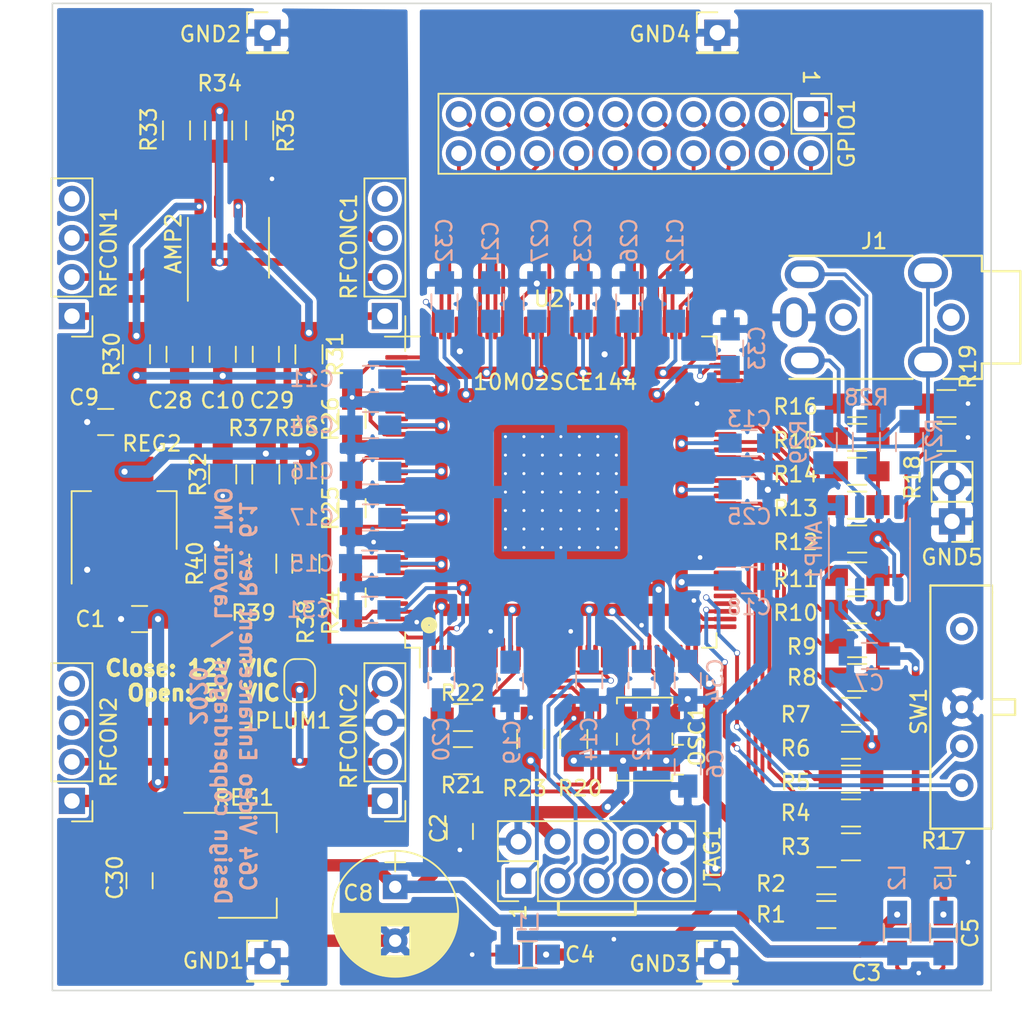
<source format=kicad_pcb>
(kicad_pcb (version 20171130) (host pcbnew "(5.1.5-0-10_14)")
  (title_block (title C64-Video-Enhancement) (date 2020-11-06) (rev 6.1))
  (layers (0 F.Cu signal) (31 B.Cu signal) (34 B.Paste user) (35 F.Paste user) (36 B.SilkS user) (37 F.SilkS user) (38 B.Mask user) (39 F.Mask user) (44 Edge.Cuts user))
  (net 0 "")
  (net 1 GND)
  (net 2 /3V3D)
  (net 3 "Net-(AMP1-Pad3)")
  (net 4 "Net-(AMP1-Pad2)")
  (net 5 "Net-(AMP1-Pad1)")
  (net 6 "Net-(AMP2-Pad1)")
  (net 7 "Net-(AMP2-Pad2)")
  (net 8 "Net-(AMP2-Pad3)")
  (net 9 /3V3X)
  (net 10 "Net-(AMP2-Pad8)")
  (net 11 "Net-(AMP2-Pad7)")
  (net 12 "Net-(AMP2-Pad6)")
  (net 13 +12V)
  (net 14 /3V3A)
  (net 15 /3V3C)
  (net 16 /3V3B)
  (net 17 "Net-(C10-Pad2)")
  (net 18 "Net-(C28-Pad1)")
  (net 19 "Net-(C29-Pad1)")
  (net 20 "Net-(GPIO1-Pad1)")
  (net 21 "Net-(GPIO1-Pad2)")
  (net 22 "Net-(GPIO1-Pad3)")
  (net 23 "Net-(GPIO1-Pad4)")
  (net 24 "Net-(GPIO1-Pad5)")
  (net 25 "Net-(GPIO1-Pad6)")
  (net 26 "Net-(GPIO1-Pad7)")
  (net 27 "Net-(GPIO1-Pad8)")
  (net 28 "Net-(GPIO1-Pad9)")
  (net 29 "Net-(GPIO1-Pad10)")
  (net 30 "Net-(GPIO1-Pad11)")
  (net 31 "Net-(GPIO1-Pad12)")
  (net 32 "Net-(GPIO1-Pad13)")
  (net 33 "Net-(GPIO1-Pad14)")
  (net 34 "Net-(GPIO1-Pad15)")
  (net 35 "Net-(GPIO1-Pad16)")
  (net 36 "Net-(GPIO1-Pad17)")
  (net 37 "Net-(GPIO1-Pad18)")
  (net 38 "Net-(GPIO1-Pad19)")
  (net 39 "Net-(GPIO1-Pad20)")
  (net 40 "Net-(JTAG1-Pad9)")
  (net 41 "Net-(JTAG1-Pad5)")
  (net 42 "Net-(JTAG1-Pad3)")
  (net 43 "Net-(JTAG1-Pad1)")
  (net 44 "Net-(OSC1-Pad3)")
  (net 45 "Net-(R1-Pad1)")
  (net 46 "Net-(R2-Pad1)")
  (net 47 "Net-(R3-Pad1)")
  (net 48 "Net-(R4-Pad1)")
  (net 49 "Net-(R5-Pad1)")
  (net 50 "Net-(R6-Pad1)")
  (net 51 "Net-(R7-Pad1)")
  (net 52 "Net-(R8-Pad1)")
  (net 53 "Net-(R9-Pad1)")
  (net 54 "Net-(R10-Pad1)")
  (net 55 "Net-(R11-Pad1)")
  (net 56 "Net-(R12-Pad1)")
  (net 57 "Net-(R13-Pad1)")
  (net 58 "Net-(R14-Pad1)")
  (net 59 "Net-(R15-Pad1)")
  (net 60 "Net-(R16-Pad1)")
  (net 61 "Net-(R22-Pad1)")
  (net 62 "Net-(R24-Pad2)")
  (net 63 "Net-(R25-Pad2)")
  (net 64 "Net-(R26-Pad2)")
  (net 65 /CHROMA_OUT)
  (net 66 /COMPOSITE_OUT)
  (net 67 /LUMA_OUT)
  (net 68 /LUMA_IN)
  (net 69 /CHROMA_IN)
  (net 70 GNDA)
  (net 71 /PB)
  (net 72 /PR)
  (net 73 /Y)
  (net 74 /PR1)
  (net 75 /PB1)
  (net 76 /PY1)
  (net 77 "Net-(JPLUM1-Pad1)")
  (net 78 "Net-(SW1-Pad1)")
  (net 79 "Net-(SW1-Pad2)")
  (module Capacitors_SMD:C_0805_HandSoldering (layer B.Cu) (at 133.858 94.85 270)
    (fp_text reference C19 (at 3.95 -0.142 90) (layer B.SilkS) (effects (justify mirror)))
    (fp_text value 100nF)
    (pad 2 smd rect (at 1.25 0 270) (size 1.5 1.25) (layers B.Cu B.Paste B.Mask) (net 1 GND))
    (pad 1 smd rect (at -1.25 0 270) (size 1.5 1.25) (layers B.Cu B.Paste B.Mask) (net 16 /3V3B))
  )
  (module Package_SO:SSOP-8_3.9x5.05mm_P1.27mm (layer F.Cu) (at 115.57 66.675 90)
    (fp_text reference AMP2 (at 0.275 -3.57 270) (layer F.SilkS))
    (fp_text value THS7316)
    (pad 1 smd roundrect (at -2.675 -1.905 90) (size 1.55 0.6) (layers F.Cu F.Paste F.Mask) (net 6 "Net-(AMP2-Pad1)"))
    (pad 2 smd roundrect (at -2.675 -0.635 90) (size 1.55 0.6) (layers F.Cu F.Paste F.Mask) (net 7 "Net-(AMP2-Pad2)"))
    (pad 3 smd roundrect (at -2.675 0.635 90) (size 1.55 0.6) (layers F.Cu F.Paste F.Mask) (net 8 "Net-(AMP2-Pad3)"))
    (pad 4 smd roundrect (at -2.675 1.905 90) (size 1.55 0.6) (layers F.Cu F.Paste F.Mask) (net 9 /3V3X))
    (pad 5 smd roundrect (at 2.675 1.905 90) (size 1.55 0.6) (layers F.Cu F.Paste F.Mask) (net 70 GNDA))
    (pad 6 smd roundrect (at 2.675 0.635 90) (size 1.55 0.6) (layers F.Cu F.Paste F.Mask) (net 12 "Net-(AMP2-Pad6)"))
    (pad 7 smd roundrect (at 2.675 -0.635 90) (size 1.55 0.6) (layers F.Cu F.Paste F.Mask) (net 11 "Net-(AMP2-Pad7)"))
    (pad 8 smd roundrect (at 2.675 -1.905 90) (size 1.55 0.6) (layers F.Cu F.Paste F.Mask) (net 10 "Net-(AMP2-Pad8)"))
  )
  (module "footprints:Conrad 4pin audio jack" (layer F.Cu) (at 167 71.2 180)
    (fp_text reference J1 (at 9.5 4.953 180) (layer F.SilkS))
    (fp_text value AudioJack4_Ground)
    (pad "" thru_hole circle (at 4.5 0 180) (size 1.8 1.8) (drill 1.1) (layers *.Cu *.Mask))
    (pad "" thru_hole circle (at 11.5 0 180) (size 1.8 1.8) (drill 1.1) (layers *.Cu *.Mask))
    (pad S thru_hole oval (at 14.7 0 180) (size 1.8 2.6) (drill oval 1 1.8) (layers *.Cu *.Mask) (net 1 GND))
    (pad R2 thru_hole oval (at 14 -2.8 180) (size 2.6 1.8) (drill oval 1.8 1) (layers *.Cu *.Mask) (net 72 /PR))
    (pad R1 thru_hole oval (at 14 2.8 180) (size 2.6 1.8) (drill oval 1.8 1) (layers *.Cu *.Mask) (net 71 /PB))
    (pad T thru_hole oval (at 6 2.9 180) (size 2.6 2) (drill oval 1.8 1.2) (layers *.Cu *.Mask) (net 73 /Y))
    (pad T thru_hole oval (at 6 -2.9 180) (size 2.6 2) (drill oval 1.8 1.2) (layers *.Cu *.Mask) (net 73 /Y))
  )
  (module Jumper:SolderJumper-2_P1.3mm_Open_RoundedPad1.0x1.5mm (layer F.Cu) (at 120.2 94.8 270)
    (fp_text reference JPLUM1 (at 2.6 0.8 180) (layer F.SilkS))
    (fp_text value Jumper_2_Open)
    (pad 1 smd custom (at -0.65 0 270) (size 1 0.5) (layers F.Cu F.Mask) (net 77 "Net-(JPLUM1-Pad1)") (options (clearance outline) (anchor rect)) (primitives (gr_circle (center 0 0.25) (end 0.5 0.25) (width 0)) (gr_circle (center 0 -0.25) (end 0.5 -0.25) (width 0)) (gr_poly (pts (xy 0 -0.75) (xy 0.5 -0.75) (xy 0.5 0.75) (xy 0 0.75)) (width 0))))
    (pad 2 smd custom (at 0.65 0 270) (size 1 0.5) (layers F.Cu F.Mask) (net 68 /LUMA_IN) (options (clearance outline) (anchor rect)) (primitives (gr_circle (center 0 0.25) (end 0.5 0.25) (width 0)) (gr_circle (center 0 -0.25) (end 0.5 -0.25) (width 0)) (gr_poly (pts (xy 0 -0.75) (xy -0.5 -0.75) (xy -0.5 0.75) (xy 0 0.75)) (width 0))))
  )
  (module footprints:slider (layer F.Cu) (at 160.655 96.52 90)
    (fp_text reference SW1 (at -0.28 -0.255 90) (layer F.SilkS))
    (fp_text value SW_SP3T)
    (pad 1 thru_hole circle (at -5.08 2.54 90) (size 1.524 1.524) (drill 0.8) (layers *.Cu *.Mask) (net 78 "Net-(SW1-Pad1)"))
    (pad 2 thru_hole circle (at -2.54 2.54 90) (size 1.524 1.524) (drill 0.8) (layers *.Cu *.Mask) (net 79 "Net-(SW1-Pad2)"))
    (pad 3 thru_hole circle (at 0 2.54 90) (size 1.524 1.524) (drill 0.8) (layers *.Cu *.Mask) (net 1 GND))
    (pad 4 thru_hole circle (at 5.08 2.54 90) (size 1.524 1.524) (drill 0.8) (layers *.Cu *.Mask))
  )
  (module Capacitors_SMD:C_0805_HandSoldering (layer F.Cu) (at 109.8 90.8)
    (fp_text reference C1 (at -3.2 0) (layer F.SilkS))
    (fp_text value 10uF)
    (pad 1 smd rect (at -1.25 0) (size 1.5 1.25) (layers F.Cu F.Paste F.Mask) (net 70 GNDA))
    (pad 2 smd rect (at 1.25 0) (size 1.5 1.25) (layers F.Cu F.Paste F.Mask) (net 13 +12V))
  )
  (module Capacitors_SMD:C_0805_HandSoldering (layer F.Cu) (at 130.6 104.6 270)
    (fp_text reference C2 (at -0.2 1.4 90) (layer F.SilkS))
    (fp_text value 10uF)
    (pad 2 smd rect (at 1.25 0 270) (size 1.5 1.25) (layers F.Cu F.Paste F.Mask) (net 1 GND))
    (pad 1 smd rect (at -1.25 0 270) (size 1.5 1.25) (layers F.Cu F.Paste F.Mask) (net 14 /3V3A))
  )
  (module Capacitors_SMD:C_0805_HandSoldering (layer F.Cu) (at 159 111.2 270)
    (fp_text reference C3 (at 2.6 2 180) (layer F.SilkS))
    (fp_text value 10uF)
    (pad 1 smd rect (at -1.25 0 270) (size 1.5 1.25) (layers F.Cu F.Paste F.Mask) (net 15 /3V3C))
    (pad 2 smd rect (at 1.25 0 270) (size 1.5 1.25) (layers F.Cu F.Paste F.Mask) (net 1 GND))
  )
  (module Capacitors_SMD:C_0805_HandSoldering (layer F.Cu) (at 135 112.6 180)
    (fp_text reference C4 (at -3.4 0) (layer F.SilkS))
    (fp_text value 10uF)
    (pad 1 smd rect (at -1.25 0 180) (size 1.5 1.25) (layers F.Cu F.Paste F.Mask) (net 16 /3V3B))
    (pad 2 smd rect (at 1.25 0 180) (size 1.5 1.25) (layers F.Cu F.Paste F.Mask) (net 1 GND))
  )
  (module Capacitors_SMD:C_0805_HandSoldering (layer F.Cu) (at 162 111.2 270)
    (fp_text reference C5 (at 0 -1.75 90) (layer F.SilkS))
    (fp_text value 10uF)
    (pad 1 smd rect (at -1.25 0 270) (size 1.5 1.25) (layers F.Cu F.Paste F.Mask) (net 2 /3V3D))
    (pad 2 smd rect (at 1.25 0 270) (size 1.5 1.25) (layers F.Cu F.Paste F.Mask) (net 1 GND))
  )
  (module Capacitors_SMD:C_0805_HandSoldering (layer B.Cu) (at 145.4 100.4 270)
    (fp_text reference C6 (at -0.2 -1.8 270) (layer B.SilkS) (effects (justify mirror)))
    (fp_text value 100nF)
    (pad 2 smd rect (at 1.25 0 270) (size 1.5 1.25) (layers B.Cu B.Paste B.Mask) (net 1 GND))
    (pad 1 smd rect (at -1.25 0 270) (size 1.5 1.25) (layers B.Cu B.Paste B.Mask) (net 14 /3V3A))
  )
  (module Capacitors_SMD:C_0805_HandSoldering (layer B.Cu) (at 157.2 93.2)
    (fp_text reference C7 (at 0 1.75 180) (layer B.SilkS) (effects (justify mirror)))
    (fp_text value 100nF)
    (pad 2 smd rect (at 1.25 0) (size 1.5 1.25) (layers B.Cu B.Paste B.Mask) (net 2 /3V3D))
    (pad 1 smd rect (at -1.25 0) (size 1.5 1.25) (layers B.Cu B.Paste B.Mask) (net 1 GND))
  )
  (module Capacitors_SMD:C_0805_HandSoldering (layer F.Cu) (at 107.6 78 180)
    (fp_text reference C9 (at 1.4 1.6) (layer F.SilkS))
    (fp_text value 10uF)
    (pad 2 smd rect (at 1.25 0 180) (size 1.5 1.25) (layers F.Cu F.Paste F.Mask) (net 70 GNDA))
    (pad 1 smd rect (at -1.25 0 180) (size 1.5 1.25) (layers F.Cu F.Paste F.Mask) (net 9 /3V3X))
  )
  (module Capacitors_SMD:C_0805_HandSoldering (layer F.Cu) (at 115.2 73.6 270)
    (fp_text reference C10 (at 3 0 180) (layer F.SilkS))
    (fp_text value 100nF)
    (pad 1 smd rect (at -1.25 0 270) (size 1.5 1.25) (layers F.Cu F.Paste F.Mask) (net 7 "Net-(AMP2-Pad2)"))
    (pad 2 smd rect (at 1.25 0 270) (size 1.5 1.25) (layers F.Cu F.Paste F.Mask) (net 17 "Net-(C10-Pad2)"))
  )
  (module Capacitors_SMD:C_0805_HandSoldering (layer B.Cu) (at 124.8 75.2 180)
    (fp_text reference C11 (at 3.8 0) (layer B.SilkS) (effects (justify mirror)))
    (fp_text value 100nF)
    (pad 2 smd rect (at 1.25 0 180) (size 1.5 1.25) (layers B.Cu B.Paste B.Mask) (net 1 GND))
    (pad 1 smd rect (at -1.25 0 180) (size 1.5 1.25) (layers B.Cu B.Paste B.Mask) (net 16 /3V3B))
  )
  (module Capacitors_SMD:C_0805_HandSoldering (layer B.Cu) (at 144.6 70.2 90)
    (fp_text reference C12 (at 4 0 90) (layer B.SilkS) (effects (justify mirror)))
    (fp_text value 100nF)
    (pad 1 smd rect (at -1.25 0 90) (size 1.5 1.25) (layers B.Cu B.Paste B.Mask) (net 16 /3V3B))
    (pad 2 smd rect (at 1.25 0 90) (size 1.5 1.25) (layers B.Cu B.Paste B.Mask) (net 1 GND))
  )
  (module Capacitors_SMD:C_0805_HandSoldering (layer B.Cu) (at 149.4 79.375)
    (fp_text reference C13 (at 0 -1.575) (layer B.SilkS) (effects (justify mirror)))
    (fp_text value 100nF)
    (pad 2 smd rect (at 1.25 0) (size 1.5 1.25) (layers B.Cu B.Paste B.Mask) (net 1 GND))
    (pad 1 smd rect (at -1.25 0) (size 1.5 1.25) (layers B.Cu B.Paste B.Mask) (net 16 /3V3B))
  )
  (module Capacitors_SMD:C_0805_HandSoldering (layer B.Cu) (at 139 94.8 270)
    (fp_text reference C14 (at 3.8 0 90) (layer B.SilkS) (effects (justify mirror)))
    (fp_text value 100nF)
    (pad 1 smd rect (at -1.25 0 270) (size 1.5 1.25) (layers B.Cu B.Paste B.Mask) (net 16 /3V3B))
    (pad 2 smd rect (at 1.25 0 270) (size 1.5 1.25) (layers B.Cu B.Paste B.Mask) (net 1 GND))
  )
  (module Capacitors_SMD:C_0805_HandSoldering (layer B.Cu) (at 124.75 87.2 180)
    (fp_text reference C15 (at 3.75 0) (layer B.SilkS) (effects (justify mirror)))
    (fp_text value 100nF)
    (pad 2 smd rect (at 1.25 0 180) (size 1.5 1.25) (layers B.Cu B.Paste B.Mask) (net 1 GND))
    (pad 1 smd rect (at -1.25 0 180) (size 1.5 1.25) (layers B.Cu B.Paste B.Mask) (net 16 /3V3B))
  )
  (module Capacitors_SMD:C_0805_HandSoldering (layer B.Cu) (at 124.8 81.2 180)
    (fp_text reference C16 (at 3.8 0) (layer B.SilkS) (effects (justify mirror)))
    (fp_text value 100nF)
    (pad 1 smd rect (at -1.25 0 180) (size 1.5 1.25) (layers B.Cu B.Paste B.Mask) (net 16 /3V3B))
    (pad 2 smd rect (at 1.25 0 180) (size 1.5 1.25) (layers B.Cu B.Paste B.Mask) (net 1 GND))
  )
  (module Capacitors_SMD:C_0805_HandSoldering (layer B.Cu) (at 124.8 84.2 180)
    (fp_text reference C17 (at 3.8 0) (layer B.SilkS) (effects (justify mirror)))
    (fp_text value 100nF)
    (pad 2 smd rect (at 1.25 0 180) (size 1.5 1.25) (layers B.Cu B.Paste B.Mask) (net 1 GND))
    (pad 1 smd rect (at -1.25 0 180) (size 1.5 1.25) (layers B.Cu B.Paste B.Mask) (net 16 /3V3B))
  )
  (module Capacitors_SMD:C_0805_HandSoldering (layer B.Cu) (at 149.4 88.279)
    (fp_text reference C18 (at 0 1.75) (layer B.SilkS) (effects (justify mirror)))
    (fp_text value 100nF)
    (pad 1 smd rect (at -1.25 0) (size 1.5 1.25) (layers B.Cu B.Paste B.Mask) (net 16 /3V3B))
    (pad 2 smd rect (at 1.25 0) (size 1.5 1.25) (layers B.Cu B.Paste B.Mask) (net 1 GND))
  )
  (module Capacitors_SMD:C_0805_HandSoldering (layer B.Cu) (at 129.4 94.8 270)
    (fp_text reference C20 (at 3.8 0 90) (layer B.SilkS) (effects (justify mirror)))
    (fp_text value 100nF)
    (pad 2 smd rect (at 1.25 0 270) (size 1.5 1.25) (layers B.Cu B.Paste B.Mask) (net 1 GND))
    (pad 1 smd rect (at -1.25 0 270) (size 1.5 1.25) (layers B.Cu B.Paste B.Mask) (net 16 /3V3B))
  )
  (module Capacitors_SMD:C_0805_HandSoldering (layer B.Cu) (at 132.6 70.2 90)
    (fp_text reference C21 (at 3.8 0 90) (layer B.SilkS) (effects (justify mirror)))
    (fp_text value 100nF)
    (pad 1 smd rect (at -1.25 0 90) (size 1.5 1.25) (layers B.Cu B.Paste B.Mask) (net 16 /3V3B))
    (pad 2 smd rect (at 1.25 0 90) (size 1.5 1.25) (layers B.Cu B.Paste B.Mask) (net 1 GND))
  )
  (module Capacitors_SMD:C_0805_HandSoldering (layer B.Cu) (at 142.4 94.8 270)
    (fp_text reference C22 (at 3.8 0 90) (layer B.SilkS) (effects (justify mirror)))
    (fp_text value 100nF)
    (pad 2 smd rect (at 1.25 0 270) (size 1.5 1.25) (layers B.Cu B.Paste B.Mask) (net 1 GND))
    (pad 1 smd rect (at -1.25 0 270) (size 1.5 1.25) (layers B.Cu B.Paste B.Mask) (net 16 /3V3B))
  )
  (module Capacitors_SMD:C_0805_HandSoldering (layer B.Cu) (at 138.6 70.2 90)
    (fp_text reference C23 (at 4 0 90) (layer B.SilkS) (effects (justify mirror)))
    (fp_text value 100nF)
    (pad 1 smd rect (at -1.25 0 90) (size 1.5 1.25) (layers B.Cu B.Paste B.Mask) (net 16 /3V3B))
    (pad 2 smd rect (at 1.25 0 90) (size 1.5 1.25) (layers B.Cu B.Paste B.Mask) (net 1 GND))
  )
  (module Capacitors_SMD:C_0805_HandSoldering (layer B.Cu) (at 124.8 78.2 180)
    (fp_text reference C24 (at 3.8 0) (layer B.SilkS) (effects (justify mirror)))
    (fp_text value 100nF)
    (pad 2 smd rect (at 1.25 0 180) (size 1.5 1.25) (layers B.Cu B.Paste B.Mask) (net 1 GND))
    (pad 1 smd rect (at -1.25 0 180) (size 1.5 1.25) (layers B.Cu B.Paste B.Mask) (net 16 /3V3B))
  )
  (module Capacitors_SMD:C_0805_HandSoldering (layer B.Cu) (at 149.4 82.4)
    (fp_text reference C25 (at 0 1.75) (layer B.SilkS) (effects (justify mirror)))
    (fp_text value 100nF)
    (pad 2 smd rect (at 1.25 0) (size 1.5 1.25) (layers B.Cu B.Paste B.Mask) (net 1 GND))
    (pad 1 smd rect (at -1.25 0) (size 1.5 1.25) (layers B.Cu B.Paste B.Mask) (net 16 /3V3B))
  )
  (module Capacitors_SMD:C_0805_HandSoldering (layer B.Cu) (at 141.6 70.2 90)
    (fp_text reference C26 (at 4 0 90) (layer B.SilkS) (effects (justify mirror)))
    (fp_text value 100nF)
    (pad 1 smd rect (at -1.25 0 90) (size 1.5 1.25) (layers B.Cu B.Paste B.Mask) (net 16 /3V3B))
    (pad 2 smd rect (at 1.25 0 90) (size 1.5 1.25) (layers B.Cu B.Paste B.Mask) (net 1 GND))
  )
  (module Capacitors_SMD:C_0805_HandSoldering (layer B.Cu) (at 135.6 70.2 90)
    (fp_text reference C27 (at 4 0.2 90) (layer B.SilkS) (effects (justify mirror)))
    (fp_text value 100nF)
    (pad 2 smd rect (at 1.25 0 90) (size 1.5 1.25) (layers B.Cu B.Paste B.Mask) (net 1 GND))
    (pad 1 smd rect (at -1.25 0 90) (size 1.5 1.25) (layers B.Cu B.Paste B.Mask) (net 16 /3V3B))
  )
  (module Capacitors_SMD:C_0805_HandSoldering (layer F.Cu) (at 112.4 73.6 90)
    (fp_text reference C28 (at -3 -0.6 180) (layer F.SilkS))
    (fp_text value 100nF)
    (pad 2 smd rect (at 1.25 0 90) (size 1.5 1.25) (layers F.Cu F.Paste F.Mask) (net 6 "Net-(AMP2-Pad1)"))
    (pad 1 smd rect (at -1.25 0 90) (size 1.5 1.25) (layers F.Cu F.Paste F.Mask) (net 18 "Net-(C28-Pad1)"))
  )
  (module Capacitors_SMD:C_0805_HandSoldering (layer F.Cu) (at 118 73.6 90)
    (fp_text reference C29 (at -3 0.4 180) (layer F.SilkS))
    (fp_text value 100nF)
    (pad 1 smd rect (at -1.25 0 90) (size 1.5 1.25) (layers F.Cu F.Paste F.Mask) (net 19 "Net-(C29-Pad1)"))
    (pad 2 smd rect (at 1.25 0 90) (size 1.5 1.25) (layers F.Cu F.Paste F.Mask) (net 8 "Net-(AMP2-Pad3)"))
  )
  (module Capacitors_SMD:C_0805_HandSoldering (layer F.Cu) (at 109.8 107.8 270)
    (fp_text reference C30 (at -0.2 1.6 90) (layer F.SilkS))
    (fp_text value 10uF)
    (pad 1 smd rect (at -1.25 0 270) (size 1.5 1.25) (layers F.Cu F.Paste F.Mask) (net 1 GND))
    (pad 2 smd rect (at 1.25 0 270) (size 1.5 1.25) (layers F.Cu F.Paste F.Mask) (net 13 +12V))
  )
  (module Capacitors_SMD:C_0805_HandSoldering (layer B.Cu) (at 124.75 90.2 180)
    (fp_text reference C31 (at 3.95 0) (layer B.SilkS) (effects (justify mirror)))
    (fp_text value 100nF)
    (pad 2 smd rect (at 1.25 0 180) (size 1.5 1.25) (layers B.Cu B.Paste B.Mask) (net 1 GND))
    (pad 1 smd rect (at -1.25 0 180) (size 1.5 1.25) (layers B.Cu B.Paste B.Mask) (net 15 /3V3C))
  )
  (module Capacitors_SMD:C_0805_HandSoldering (layer B.Cu) (at 129.6 70.2 90)
    (fp_text reference C32 (at 4 0 90) (layer B.SilkS) (effects (justify mirror)))
    (fp_text value 100nF)
    (pad 1 smd rect (at -1.25 0 90) (size 1.5 1.25) (layers B.Cu B.Paste B.Mask) (net 15 /3V3C))
    (pad 2 smd rect (at 1.25 0 90) (size 1.5 1.25) (layers B.Cu B.Paste B.Mask) (net 1 GND))
  )
  (module Capacitors_SMD:C_0805_HandSoldering (layer B.Cu) (at 148.15 73.2 90)
    (fp_text reference C33 (at 0 1.75 90) (layer B.SilkS) (effects (justify mirror)))
    (fp_text value 100nF)
    (pad 2 smd rect (at 1.25 0 90) (size 1.5 1.25) (layers B.Cu B.Paste B.Mask) (net 1 GND))
    (pad 1 smd rect (at -1.25 0 90) (size 1.5 1.25) (layers B.Cu B.Paste B.Mask) (net 15 /3V3C))
  )
  (module Capacitors_SMD:C_0805_HandSoldering (layer B.Cu) (at 145.4 94.8 270)
    (fp_text reference C34 (at 0 -1.8 90) (layer B.SilkS) (effects (justify mirror)))
    (fp_text value 100nF)
    (pad 1 smd rect (at -1.25 0 270) (size 1.5 1.25) (layers B.Cu B.Paste B.Mask) (net 15 /3V3C))
    (pad 2 smd rect (at 1.25 0 270) (size 1.5 1.25) (layers B.Cu B.Paste B.Mask) (net 1 GND))
  )
  (module Pin_Headers:Pin_Header_Straight_1x01_Pitch2.54mm (layer F.Cu) (at 118.11 113.03)
    (fp_text reference GND1 (at -3.51 -0.03) (layer F.SilkS))
    (fp_text value Conn_01x01)
    (pad 1 thru_hole rect (at 0 0) (size 1.7 1.7) (drill 1) (layers *.Cu *.Mask) (net 70 GNDA))
  )
  (module Pin_Headers:Pin_Header_Straight_1x01_Pitch2.54mm (layer F.Cu) (at 118.11 52.705)
    (fp_text reference GND2 (at -3.71 0.095) (layer F.SilkS))
    (fp_text value Conn_01x01)
    (pad 1 thru_hole rect (at 0 0) (size 1.7 1.7) (drill 1) (layers *.Cu *.Mask) (net 70 GNDA))
  )
  (module Pin_Headers:Pin_Header_Straight_1x01_Pitch2.54mm (layer F.Cu) (at 147.32 113.03)
    (fp_text reference GND3 (at -3.72 0.17) (layer F.SilkS))
    (fp_text value Conn_01x01)
    (pad 1 thru_hole rect (at 0 0) (size 1.7 1.7) (drill 1) (layers *.Cu *.Mask) (net 1 GND))
  )
  (module Pin_Headers:Pin_Header_Straight_1x01_Pitch2.54mm (layer F.Cu) (at 147.32 52.705)
    (fp_text reference GND4 (at -3.72 0.095) (layer F.SilkS))
    (fp_text value Conn_01x01)
    (pad 1 thru_hole rect (at 0 0) (size 1.7 1.7) (drill 1) (layers *.Cu *.Mask) (net 1 GND))
  )
  (module Pin_Headers:Pin_Header_Straight_1x02_Pitch2.54mm (layer F.Cu) (at 162.56 84.455 180)
    (fp_text reference GND5 (at 0 -2.33) (layer F.SilkS))
    (fp_text value Conn_01x02)
    (pad 2 thru_hole oval (at 0 2.54 180) (size 1.7 1.7) (drill 1) (layers *.Cu *.Mask) (net 1 GND))
    (pad 1 thru_hole rect (at 0 0 180) (size 1.7 1.7) (drill 1) (layers *.Cu *.Mask) (net 1 GND))
  )
  (module Pin_Headers:Pin_Header_Straight_2x10_Pitch2.54mm (layer F.Cu) (at 153.4 58 270)
    (fp_text reference GPIO1 (at 1.27 -2.33 90) (layer F.SilkS))
    (fp_text value Conn_02x10_Odd_Even)
    (pad 20 thru_hole oval (at 2.54 22.86 270) (size 1.7 1.7) (drill 1) (layers *.Cu *.Mask) (net 39 "Net-(GPIO1-Pad20)"))
    (pad 19 thru_hole oval (at 0 22.86 270) (size 1.7 1.7) (drill 1) (layers *.Cu *.Mask) (net 38 "Net-(GPIO1-Pad19)"))
    (pad 18 thru_hole oval (at 2.54 20.32 270) (size 1.7 1.7) (drill 1) (layers *.Cu *.Mask) (net 37 "Net-(GPIO1-Pad18)"))
    (pad 17 thru_hole oval (at 0 20.32 270) (size 1.7 1.7) (drill 1) (layers *.Cu *.Mask) (net 36 "Net-(GPIO1-Pad17)"))
    (pad 16 thru_hole oval (at 2.54 17.78 270) (size 1.7 1.7) (drill 1) (layers *.Cu *.Mask) (net 35 "Net-(GPIO1-Pad16)"))
    (pad 15 thru_hole oval (at 0 17.78 270) (size 1.7 1.7) (drill 1) (layers *.Cu *.Mask) (net 34 "Net-(GPIO1-Pad15)"))
    (pad 14 thru_hole oval (at 2.54 15.24 270) (size 1.7 1.7) (drill 1) (layers *.Cu *.Mask) (net 33 "Net-(GPIO1-Pad14)"))
    (pad 13 thru_hole oval (at 0 15.24 270) (size 1.7 1.7) (drill 1) (layers *.Cu *.Mask) (net 32 "Net-(GPIO1-Pad13)"))
    (pad 12 thru_hole oval (at 2.54 12.7 270) (size 1.7 1.7) (drill 1) (layers *.Cu *.Mask) (net 31 "Net-(GPIO1-Pad12)"))
    (pad 11 thru_hole oval (at 0 12.7 270) (size 1.7 1.7) (drill 1) (layers *.Cu *.Mask) (net 30 "Net-(GPIO1-Pad11)"))
    (pad 10 thru_hole oval (at 2.54 10.16 270) (size 1.7 1.7) (drill 1) (layers *.Cu *.Mask) (net 29 "Net-(GPIO1-Pad10)"))
    (pad 9 thru_hole oval (at 0 10.16 270) (size 1.7 1.7) (drill 1) (layers *.Cu *.Mask) (net 28 "Net-(GPIO1-Pad9)"))
    (pad 8 thru_hole oval (at 2.54 7.62 270) (size 1.7 1.7) (drill 1) (layers *.Cu *.Mask) (net 27 "Net-(GPIO1-Pad8)"))
    (pad 7 thru_hole oval (at 0 7.62 270) (size 1.7 1.7) (drill 1) (layers *.Cu *.Mask) (net 26 "Net-(GPIO1-Pad7)"))
    (pad 6 thru_hole oval (at 2.54 5.08 270) (size 1.7 1.7) (drill 1) (layers *.Cu *.Mask) (net 25 "Net-(GPIO1-Pad6)"))
    (pad 5 thru_hole oval (at 0 5.08 270) (size 1.7 1.7) (drill 1) (layers *.Cu *.Mask) (net 24 "Net-(GPIO1-Pad5)"))
    (pad 4 thru_hole oval (at 2.54 2.54 270) (size 1.7 1.7) (drill 1) (layers *.Cu *.Mask) (net 23 "Net-(GPIO1-Pad4)"))
    (pad 3 thru_hole oval (at 0 2.54 270) (size 1.7 1.7) (drill 1) (layers *.Cu *.Mask) (net 22 "Net-(GPIO1-Pad3)"))
    (pad 2 thru_hole oval (at 2.54 0 270) (size 1.7 1.7) (drill 1) (layers *.Cu *.Mask) (net 21 "Net-(GPIO1-Pad2)"))
    (pad 1 thru_hole rect (at 0 0 270) (size 1.7 1.7) (drill 1) (layers *.Cu *.Mask) (net 20 "Net-(GPIO1-Pad1)"))
  )
  (module Pin_Headers:Pin_Header_Straight_2x05_Pitch2.54mm (layer F.Cu) (at 134.4 107.8 90)
    (fp_text reference JTAG1 (at 1.4 12.6 90) (layer F.SilkS))
    (fp_text value Conn_02x05_Odd_Even)
    (pad 10 thru_hole oval (at 2.54 10.16 90) (size 1.7 1.7) (drill 1) (layers *.Cu *.Mask) (net 1 GND))
    (pad 9 thru_hole oval (at 0 10.16 90) (size 1.7 1.7) (drill 1) (layers *.Cu *.Mask) (net 40 "Net-(JTAG1-Pad9)"))
    (pad 8 thru_hole oval (at 2.54 7.62 90) (size 1.7 1.7) (drill 1) (layers *.Cu *.Mask))
    (pad 7 thru_hole oval (at 0 7.62 90) (size 1.7 1.7) (drill 1) (layers *.Cu *.Mask))
    (pad 6 thru_hole oval (at 2.54 5.08 90) (size 1.7 1.7) (drill 1) (layers *.Cu *.Mask))
    (pad 5 thru_hole oval (at 0 5.08 90) (size 1.7 1.7) (drill 1) (layers *.Cu *.Mask) (net 41 "Net-(JTAG1-Pad5)"))
    (pad 4 thru_hole oval (at 2.54 2.54 90) (size 1.7 1.7) (drill 1) (layers *.Cu *.Mask) (net 14 /3V3A))
    (pad 3 thru_hole oval (at 0 2.54 90) (size 1.7 1.7) (drill 1) (layers *.Cu *.Mask) (net 42 "Net-(JTAG1-Pad3)"))
    (pad 2 thru_hole oval (at 2.54 0 90) (size 1.7 1.7) (drill 1) (layers *.Cu *.Mask) (net 1 GND))
    (pad 1 thru_hole rect (at 0 0 90) (size 1.7 1.7) (drill 1) (layers *.Cu *.Mask) (net 43 "Net-(JTAG1-Pad1)"))
  )
  (module Inductors_SMD:L_0805_HandSoldering (layer B.Cu) (at 135 112.6 180)
    (fp_text reference L1 (at 0 2.1) (layer B.SilkS) (effects (justify mirror)))
    (fp_text value 10uH)
    (pad 2 smd rect (at 1.35 0 180) (size 1.5 1.3) (layers B.Cu B.Paste B.Mask) (net 14 /3V3A))
    (pad 1 smd rect (at -1.35 0 180) (size 1.5 1.3) (layers B.Cu B.Paste B.Mask) (net 16 /3V3B))
  )
  (module Inductors_SMD:L_0805_HandSoldering (layer B.Cu) (at 159 111.2 270)
    (fp_text reference L2 (at -3.6 0 90) (layer B.SilkS) (effects (justify mirror)))
    (fp_text value 10uH)
    (pad 1 smd rect (at -1.35 0 270) (size 1.5 1.3) (layers B.Cu B.Paste B.Mask) (net 15 /3V3C))
    (pad 2 smd rect (at 1.35 0 270) (size 1.5 1.3) (layers B.Cu B.Paste B.Mask) (net 14 /3V3A))
  )
  (module Inductors_SMD:L_0805_HandSoldering (layer B.Cu) (at 162 111.2 270)
    (fp_text reference L3 (at -3.6 0 90) (layer B.SilkS) (effects (justify mirror)))
    (fp_text value 10uH)
    (pad 2 smd rect (at 1.35 0 270) (size 1.5 1.3) (layers B.Cu B.Paste B.Mask) (net 14 /3V3A))
    (pad 1 smd rect (at -1.35 0 270) (size 1.5 1.3) (layers B.Cu B.Paste B.Mask) (net 2 /3V3D))
  )
  (module Oscillators:Oscillator_SMD_EuroQuartz_XO53-4pin_5.0x3.2mm_HandSoldering (layer F.Cu) (at 142.6 98.6 90)
    (fp_text reference OSC1 (at 0.2 3.4 90) (layer F.SilkS))
    (fp_text value LFSPXO024957)
    (pad 4 smd rect (at -1.34 -1.4 90) (size 1.54 1.8) (layers F.Cu F.Paste F.Mask) (net 14 /3V3A))
    (pad 3 smd rect (at 1.34 -1.4 90) (size 1.54 1.8) (layers F.Cu F.Paste F.Mask) (net 44 "Net-(OSC1-Pad3)"))
    (pad 2 smd rect (at 1.34 1.4 90) (size 1.54 1.8) (layers F.Cu F.Paste F.Mask) (net 1 GND))
    (pad 1 smd rect (at -1.34 1.4 90) (size 1.54 1.8) (layers F.Cu F.Paste F.Mask) (net 14 /3V3A))
  )
  (module Resistors_SMD:R_0805_HandSoldering (layer F.Cu) (at 154.4 110)
    (fp_text reference R1 (at -3.6 0) (layer F.SilkS))
    (fp_text value 1k1)
    (pad 1 smd rect (at -1.35 0) (size 1.5 1.3) (layers F.Cu F.Paste F.Mask) (net 45 "Net-(R1-Pad1)"))
    (pad 2 smd rect (at 1.35 0) (size 1.5 1.3) (layers F.Cu F.Paste F.Mask) (net 3 "Net-(AMP1-Pad3)"))
  )
  (module Resistors_SMD:R_0805_HandSoldering (layer F.Cu) (at 154.4 107.8)
    (fp_text reference R2 (at -3.6 0.2) (layer F.SilkS))
    (fp_text value 1k)
    (pad 1 smd rect (at -1.35 0) (size 1.5 1.3) (layers F.Cu F.Paste F.Mask) (net 46 "Net-(R2-Pad1)"))
    (pad 2 smd rect (at 1.35 0) (size 1.5 1.3) (layers F.Cu F.Paste F.Mask) (net 3 "Net-(AMP1-Pad3)"))
  )
  (module Resistors_SMD:R_0805_HandSoldering (layer F.Cu) (at 156 105.6)
    (fp_text reference R3 (at -3.6 0) (layer F.SilkS))
    (fp_text value 2k)
    (pad 1 smd rect (at -1.35 0) (size 1.5 1.3) (layers F.Cu F.Paste F.Mask) (net 47 "Net-(R3-Pad1)"))
    (pad 2 smd rect (at 1.35 0) (size 1.5 1.3) (layers F.Cu F.Paste F.Mask) (net 3 "Net-(AMP1-Pad3)"))
  )
  (module Resistors_SMD:R_0805_HandSoldering (layer F.Cu) (at 156 103.4)
    (fp_text reference R4 (at -3.6 0) (layer F.SilkS))
    (fp_text value 4k)
    (pad 2 smd rect (at 1.35 0) (size 1.5 1.3) (layers F.Cu F.Paste F.Mask) (net 3 "Net-(AMP1-Pad3)"))
    (pad 1 smd rect (at -1.35 0) (size 1.5 1.3) (layers F.Cu F.Paste F.Mask) (net 48 "Net-(R4-Pad1)"))
  )
  (module Resistors_SMD:R_0805_HandSoldering (layer F.Cu) (at 156 101.2)
    (fp_text reference R5 (at -3.6 0.2) (layer F.SilkS))
    (fp_text value 8k)
    (pad 1 smd rect (at -1.35 0) (size 1.5 1.3) (layers F.Cu F.Paste F.Mask) (net 49 "Net-(R5-Pad1)"))
    (pad 2 smd rect (at 1.35 0) (size 1.5 1.3) (layers F.Cu F.Paste F.Mask) (net 3 "Net-(AMP1-Pad3)"))
  )
  (module Resistors_SMD:R_0805_HandSoldering (layer F.Cu) (at 156 99)
    (fp_text reference R6 (at -3.6 0.2) (layer F.SilkS))
    (fp_text value 16k)
    (pad 2 smd rect (at 1.35 0) (size 1.5 1.3) (layers F.Cu F.Paste F.Mask) (net 3 "Net-(AMP1-Pad3)"))
    (pad 1 smd rect (at -1.35 0) (size 1.5 1.3) (layers F.Cu F.Paste F.Mask) (net 50 "Net-(R6-Pad1)"))
  )
  (module Resistors_SMD:R_0805_HandSoldering (layer F.Cu) (at 156 96.8)
    (fp_text reference R7 (at -3.6 0.2) (layer F.SilkS))
    (fp_text value 1k)
    (pad 2 smd rect (at 1.35 0) (size 1.5 1.3) (layers F.Cu F.Paste F.Mask) (net 4 "Net-(AMP1-Pad2)"))
    (pad 1 smd rect (at -1.35 0) (size 1.5 1.3) (layers F.Cu F.Paste F.Mask) (net 51 "Net-(R7-Pad1)"))
  )
  (module Resistors_SMD:R_0805_HandSoldering (layer F.Cu) (at 156.4 94.6)
    (fp_text reference R8 (at -3.6 0) (layer F.SilkS))
    (fp_text value 2k)
    (pad 1 smd rect (at -1.35 0) (size 1.5 1.3) (layers F.Cu F.Paste F.Mask) (net 52 "Net-(R8-Pad1)"))
    (pad 2 smd rect (at 1.35 0) (size 1.5 1.3) (layers F.Cu F.Paste F.Mask) (net 4 "Net-(AMP1-Pad2)"))
  )
  (module Resistors_SMD:R_0805_HandSoldering (layer F.Cu) (at 156.4 92.4)
    (fp_text reference R9 (at -3.6 0.2) (layer F.SilkS))
    (fp_text value 4k)
    (pad 2 smd rect (at 1.35 0) (size 1.5 1.3) (layers F.Cu F.Paste F.Mask) (net 4 "Net-(AMP1-Pad2)"))
    (pad 1 smd rect (at -1.35 0) (size 1.5 1.3) (layers F.Cu F.Paste F.Mask) (net 53 "Net-(R9-Pad1)"))
  )
  (module Resistors_SMD:R_0805_HandSoldering (layer F.Cu) (at 156.4 90.2)
    (fp_text reference R10 (at -4 0.2) (layer F.SilkS))
    (fp_text value 8k)
    (pad 1 smd rect (at -1.35 0) (size 1.5 1.3) (layers F.Cu F.Paste F.Mask) (net 54 "Net-(R10-Pad1)"))
    (pad 2 smd rect (at 1.35 0) (size 1.5 1.3) (layers F.Cu F.Paste F.Mask) (net 4 "Net-(AMP1-Pad2)"))
  )
  (module Resistors_SMD:R_0805_HandSoldering (layer F.Cu) (at 156.4 88)
    (fp_text reference R11 (at -4 0.2) (layer F.SilkS))
    (fp_text value 16k)
    (pad 2 smd rect (at 1.35 0) (size 1.5 1.3) (layers F.Cu F.Paste F.Mask) (net 4 "Net-(AMP1-Pad2)"))
    (pad 1 smd rect (at -1.35 0) (size 1.5 1.3) (layers F.Cu F.Paste F.Mask) (net 55 "Net-(R11-Pad1)"))
  )
  (module Resistors_SMD:R_0805_HandSoldering (layer F.Cu) (at 156.4 85.6)
    (fp_text reference R12 (at -4 0.2) (layer F.SilkS))
    (fp_text value 1k)
    (pad 1 smd rect (at -1.35 0) (size 1.5 1.3) (layers F.Cu F.Paste F.Mask) (net 56 "Net-(R12-Pad1)"))
    (pad 2 smd rect (at 1.35 0) (size 1.5 1.3) (layers F.Cu F.Paste F.Mask) (net 5 "Net-(AMP1-Pad1)"))
  )
  (module Resistors_SMD:R_0805_HandSoldering (layer F.Cu) (at 156.4 83.4)
    (fp_text reference R13 (at -4 0.2) (layer F.SilkS))
    (fp_text value 2k)
    (pad 2 smd rect (at 1.35 0) (size 1.5 1.3) (layers F.Cu F.Paste F.Mask) (net 5 "Net-(AMP1-Pad1)"))
    (pad 1 smd rect (at -1.35 0) (size 1.5 1.3) (layers F.Cu F.Paste F.Mask) (net 57 "Net-(R13-Pad1)"))
  )
  (module Resistors_SMD:R_0805_HandSoldering (layer F.Cu) (at 156.4 81.2)
    (fp_text reference R14 (at -4 0.2) (layer F.SilkS))
    (fp_text value 4k)
    (pad 1 smd rect (at -1.35 0) (size 1.5 1.3) (layers F.Cu F.Paste F.Mask) (net 58 "Net-(R14-Pad1)"))
    (pad 2 smd rect (at 1.35 0) (size 1.5 1.3) (layers F.Cu F.Paste F.Mask) (net 5 "Net-(AMP1-Pad1)"))
  )
  (module Resistors_SMD:R_0805_HandSoldering (layer F.Cu) (at 156.4 79)
    (fp_text reference R15 (at -4 0.2) (layer F.SilkS))
    (fp_text value 8k)
    (pad 2 smd rect (at 1.35 0) (size 1.5 1.3) (layers F.Cu F.Paste F.Mask) (net 5 "Net-(AMP1-Pad1)"))
    (pad 1 smd rect (at -1.35 0) (size 1.5 1.3) (layers F.Cu F.Paste F.Mask) (net 59 "Net-(R15-Pad1)"))
  )
  (module Resistors_SMD:R_0805_HandSoldering (layer F.Cu) (at 156.4 76.8)
    (fp_text reference R16 (at -4 0.2) (layer F.SilkS))
    (fp_text value 16k)
    (pad 1 smd rect (at -1.35 0) (size 1.5 1.3) (layers F.Cu F.Paste F.Mask) (net 60 "Net-(R16-Pad1)"))
    (pad 2 smd rect (at 1.35 0) (size 1.5 1.3) (layers F.Cu F.Paste F.Mask) (net 5 "Net-(AMP1-Pad1)"))
  )
  (module Resistors_SMD:R_0805_HandSoldering (layer F.Cu) (at 162.2 106.6)
    (fp_text reference R17 (at -0.2 -1.4) (layer F.SilkS))
    (fp_text value 150)
    (pad 2 smd rect (at 1.35 0) (size 1.5 1.3) (layers F.Cu F.Paste F.Mask) (net 1 GND))
    (pad 1 smd rect (at -1.35 0) (size 1.5 1.3) (layers F.Cu F.Paste F.Mask) (net 3 "Net-(AMP1-Pad3)"))
  )
  (module Resistors_SMD:R_0805_HandSoldering (layer F.Cu) (at 162.2 79)
    (fp_text reference R18 (at -2.2 2.6 90) (layer F.SilkS))
    (fp_text value 150)
    (pad 2 smd rect (at 1.35 0) (size 1.5 1.3) (layers F.Cu F.Paste F.Mask) (net 1 GND))
    (pad 1 smd rect (at -1.35 0) (size 1.5 1.3) (layers F.Cu F.Paste F.Mask) (net 4 "Net-(AMP1-Pad2)"))
  )
  (module Resistors_SMD:R_0805_HandSoldering (layer F.Cu) (at 162.2 76.8)
    (fp_text reference R19 (at 1.4 -2.4 90) (layer F.SilkS))
    (fp_text value 150)
    (pad 2 smd rect (at 1.35 0) (size 1.5 1.3) (layers F.Cu F.Paste F.Mask) (net 1 GND))
    (pad 1 smd rect (at -1.35 0) (size 1.5 1.3) (layers F.Cu F.Paste F.Mask) (net 5 "Net-(AMP1-Pad1)"))
  )
  (module Resistors_SMD:R_0805_HandSoldering (layer F.Cu) (at 138 98.6 270)
    (fp_text reference R20 (at 3.2 -0.4 180) (layer F.SilkS))
    (fp_text value 10k)
    (pad 1 smd rect (at -1.35 0 270) (size 1.5 1.3) (layers F.Cu F.Paste F.Mask) (net 41 "Net-(JTAG1-Pad5)"))
    (pad 2 smd rect (at 1.35 0 270) (size 1.5 1.3) (layers F.Cu F.Paste F.Mask) (net 14 /3V3A))
  )
  (module Resistors_SMD:R_0805_HandSoldering (layer F.Cu) (at 130.8 100 180)
    (fp_text reference R21 (at 0 -1.6) (layer F.SilkS))
    (fp_text value 10k)
    (pad 2 smd rect (at 1.35 0 180) (size 1.5 1.3) (layers F.Cu F.Paste F.Mask) (net 14 /3V3A))
    (pad 1 smd rect (at -1.35 0 180) (size 1.5 1.3) (layers F.Cu F.Paste F.Mask) (net 40 "Net-(JTAG1-Pad9)"))
  )
  (module Resistors_SMD:R_0805_HandSoldering (layer F.Cu) (at 130.8 97.2 180)
    (fp_text reference R22 (at 0 1.6) (layer F.SilkS))
    (fp_text value 10k)
    (pad 2 smd rect (at 1.35 0 180) (size 1.5 1.3) (layers F.Cu F.Paste F.Mask) (net 14 /3V3A))
    (pad 1 smd rect (at -1.35 0 180) (size 1.5 1.3) (layers F.Cu F.Paste F.Mask) (net 61 "Net-(R22-Pad1)"))
  )
  (module Resistors_SMD:R_0805_HandSoldering (layer F.Cu) (at 135.2 98.6 270)
    (fp_text reference R23 (at 3.2 0.4 180) (layer F.SilkS))
    (fp_text value 10k)
    (pad 1 smd rect (at -1.35 0 270) (size 1.5 1.3) (layers F.Cu F.Paste F.Mask) (net 1 GND))
    (pad 2 smd rect (at 1.35 0 270) (size 1.5 1.3) (layers F.Cu F.Paste F.Mask) (net 43 "Net-(JTAG1-Pad1)"))
  )
  (module Resistors_SMD:R_0805_HandSoldering (layer F.Cu) (at 123.6 89.4 90)
    (fp_text reference R24 (at -1 -1.4 90) (layer F.SilkS))
    (fp_text value 10k)
    (pad 1 smd rect (at -1.35 0 90) (size 1.5 1.3) (layers F.Cu F.Paste F.Mask) (net 16 /3V3B))
    (pad 2 smd rect (at 1.35 0 90) (size 1.5 1.3) (layers F.Cu F.Paste F.Mask) (net 62 "Net-(R24-Pad2)"))
  )
  (module Resistors_SMD:R_0805_HandSoldering (layer F.Cu) (at 123.6 83.6 270)
    (fp_text reference R25 (at 0 1.4 90) (layer F.SilkS))
    (fp_text value 10k)
    (pad 1 smd rect (at -1.35 0 270) (size 1.5 1.3) (layers F.Cu F.Paste F.Mask) (net 16 /3V3B))
    (pad 2 smd rect (at 1.35 0 270) (size 1.5 1.3) (layers F.Cu F.Paste F.Mask) (net 63 "Net-(R25-Pad2)"))
  )
  (module Resistors_SMD:R_0805_HandSoldering (layer F.Cu) (at 123.6 77.8 270)
    (fp_text reference R26 (at 0 1.4 90) (layer F.SilkS))
    (fp_text value 10k)
    (pad 2 smd rect (at 1.35 0 270) (size 1.5 1.3) (layers F.Cu F.Paste F.Mask) (net 64 "Net-(R26-Pad2)"))
    (pad 1 smd rect (at -1.35 0 270) (size 1.5 1.3) (layers F.Cu F.Paste F.Mask) (net 1 GND))
  )
  (module Resistors_SMD:R_0805_HandSoldering (layer B.Cu) (at 159.8 79.3 270)
    (fp_text reference R27 (at -0.1 -1.6 270) (layer B.SilkS) (effects (justify mirror)))
    (fp_text value 75)
    (pad 1 smd rect (at -1.35 0 270) (size 1.5 1.3) (layers B.Cu B.Paste B.Mask) (net 72 /PR))
    (pad 2 smd rect (at 1.35 0 270) (size 1.5 1.3) (layers B.Cu B.Paste B.Mask) (net 74 /PR1))
  )
  (module Resistors_SMD:R_0805_HandSoldering (layer B.Cu) (at 157 79.296 270)
    (fp_text reference R28 (at -2.896 0) (layer B.SilkS) (effects (justify mirror)))
    (fp_text value 75)
    (pad 2 smd rect (at 1.35 0 270) (size 1.5 1.3) (layers B.Cu B.Paste B.Mask) (net 75 /PB1))
    (pad 1 smd rect (at -1.35 0 270) (size 1.5 1.3) (layers B.Cu B.Paste B.Mask) (net 71 /PB))
  )
  (module Resistors_SMD:R_0805_HandSoldering (layer B.Cu) (at 154.2 79.296 270)
    (fp_text reference R29 (at 0 1.6 270) (layer B.SilkS) (effects (justify mirror)))
    (fp_text value 75)
    (pad 1 smd rect (at -1.35 0 270) (size 1.5 1.3) (layers B.Cu B.Paste B.Mask) (net 73 /Y))
    (pad 2 smd rect (at 1.35 0 270) (size 1.5 1.3) (layers B.Cu B.Paste B.Mask) (net 76 /PY1))
  )
  (module Resistors_SMD:R_0805_HandSoldering (layer F.Cu) (at 109.6 73.6 90)
    (fp_text reference R30 (at 0 -1.6 90) (layer F.SilkS))
    (fp_text value 3k3)
    (pad 1 smd rect (at -1.35 0 90) (size 1.5 1.3) (layers F.Cu F.Paste F.Mask) (net 17 "Net-(C10-Pad2)"))
    (pad 2 smd rect (at 1.35 0 90) (size 1.5 1.3) (layers F.Cu F.Paste F.Mask) (net 10 "Net-(AMP2-Pad8)"))
  )
  (module Resistors_SMD:R_0805_HandSoldering (layer F.Cu) (at 120.8 73.6 270)
    (fp_text reference R31 (at 0 -1.7 90) (layer F.SilkS))
    (fp_text value 1k)
    (pad 2 smd rect (at 1.35 0 270) (size 1.5 1.3) (layers F.Cu F.Paste F.Mask) (net 17 "Net-(C10-Pad2)"))
    (pad 1 smd rect (at -1.35 0 270) (size 1.5 1.3) (layers F.Cu F.Paste F.Mask) (net 12 "Net-(AMP2-Pad6)"))
  )
  (module Resistors_SMD:R_0805_HandSoldering (layer F.Cu) (at 115.2 81.4 270)
    (fp_text reference R32 (at 0 1.6 90) (layer F.SilkS))
    (fp_text value 2k2)
    (pad 1 smd rect (at -1.35 0 270) (size 1.5 1.3) (layers F.Cu F.Paste F.Mask) (net 17 "Net-(C10-Pad2)"))
    (pad 2 smd rect (at 1.35 0 270) (size 1.5 1.3) (layers F.Cu F.Paste F.Mask) (net 70 GNDA))
  )
  (module Resistors_SMD:R_0805_HandSoldering (layer F.Cu) (at 112.2 59.055 270)
    (fp_text reference R33 (at -0.055 1.8 90) (layer F.SilkS))
    (fp_text value 75)
    (pad 2 smd rect (at 1.35 0 270) (size 1.5 1.3) (layers F.Cu F.Paste F.Mask) (net 10 "Net-(AMP2-Pad8)"))
    (pad 1 smd rect (at -1.35 0 270) (size 1.5 1.3) (layers F.Cu F.Paste F.Mask) (net 65 /CHROMA_OUT))
  )
  (module Resistors_SMD:R_0805_HandSoldering (layer F.Cu) (at 114.935 59.055 90)
    (fp_text reference R34 (at 3.055 0.065 180) (layer F.SilkS))
    (fp_text value 75)
    (pad 1 smd rect (at -1.35 0 90) (size 1.5 1.3) (layers F.Cu F.Paste F.Mask) (net 11 "Net-(AMP2-Pad7)"))
    (pad 2 smd rect (at 1.35 0 90) (size 1.5 1.3) (layers F.Cu F.Paste F.Mask) (net 66 /COMPOSITE_OUT))
  )
  (module Resistors_SMD:R_0805_HandSoldering (layer F.Cu) (at 117.6 59.055 270)
    (fp_text reference R35 (at 0 -1.7 90) (layer F.SilkS))
    (fp_text value 75)
    (pad 2 smd rect (at 1.35 0 270) (size 1.5 1.3) (layers F.Cu F.Paste F.Mask) (net 12 "Net-(AMP2-Pad6)"))
    (pad 1 smd rect (at -1.35 0 270) (size 1.5 1.3) (layers F.Cu F.Paste F.Mask) (net 67 /LUMA_OUT))
  )
  (module Resistors_SMD:R_0805_HandSoldering (layer F.Cu) (at 120.8 81.4 270)
    (fp_text reference R36 (at -3 0.8 180) (layer F.SilkS))
    (fp_text value 680)
    (pad 2 smd rect (at 1.35 0 270) (size 1.5 1.3) (layers F.Cu F.Paste F.Mask) (net 77 "Net-(JPLUM1-Pad1)"))
    (pad 1 smd rect (at -1.35 0 270) (size 1.5 1.3) (layers F.Cu F.Paste F.Mask) (net 9 /3V3X))
  )
  (module Resistors_SMD:R_0805_HandSoldering (layer F.Cu) (at 118 81.4 270)
    (fp_text reference R37 (at -3 1 180) (layer F.SilkS))
    (fp_text value 330)
    (pad 2 smd rect (at 1.35 0 270) (size 1.5 1.3) (layers F.Cu F.Paste F.Mask) (net 19 "Net-(C29-Pad1)"))
    (pad 1 smd rect (at -1.35 0 270) (size 1.5 1.3) (layers F.Cu F.Paste F.Mask) (net 9 /3V3X))
  )
  (module Resistors_SMD:R_0805_HandSoldering (layer F.Cu) (at 120.6 87.2 270)
    (fp_text reference R38 (at 3.8 0 90) (layer F.SilkS))
    (fp_text value 680)
    (pad 1 smd rect (at -1.35 0 270) (size 1.5 1.3) (layers F.Cu F.Paste F.Mask) (net 19 "Net-(C29-Pad1)"))
    (pad 2 smd rect (at 1.35 0 270) (size 1.5 1.3) (layers F.Cu F.Paste F.Mask) (net 68 /LUMA_IN))
  )
  (module Resistors_SMD:R_0805_HandSoldering (layer F.Cu) (at 117.8 87.2 90)
    (fp_text reference R39 (at -3.2 -0.6 180) (layer F.SilkS))
    (fp_text value 680)
    (pad 1 smd rect (at -1.35 0 90) (size 1.5 1.3) (layers F.Cu F.Paste F.Mask) (net 69 /CHROMA_IN))
    (pad 2 smd rect (at 1.35 0 90) (size 1.5 1.3) (layers F.Cu F.Paste F.Mask) (net 18 "Net-(C28-Pad1)"))
  )
  (module Resistors_SMD:R_0805_HandSoldering (layer F.Cu) (at 114.935 87.2 90)
    (fp_text reference R40 (at 0 -1.535 90) (layer F.SilkS))
    (fp_text value 330)
    (pad 2 smd rect (at 1.35 0 90) (size 1.5 1.3) (layers F.Cu F.Paste F.Mask) (net 70 GNDA))
    (pad 1 smd rect (at -1.35 0 90) (size 1.5 1.3) (layers F.Cu F.Paste F.Mask) (net 18 "Net-(C28-Pad1)"))
  )
  (module TO_SOT_Packages_SMD:SOT-223 (layer F.Cu) (at 116.8 106.8)
    (fp_text reference REG1 (at -0.2 -4.4 180) (layer F.SilkS))
    (fp_text value LM1117IMPX-3.3)
    (pad 1 smd rect (at -3.15 -2.3) (size 2 1.5) (layers F.Cu F.Paste F.Mask) (net 1 GND))
    (pad 3 smd rect (at -3.15 2.3) (size 2 1.5) (layers F.Cu F.Paste F.Mask) (net 13 +12V))
    (pad 2 smd rect (at -3.15 0) (size 2 1.5) (layers F.Cu F.Paste F.Mask))
    (pad 4 smd rect (at 3.15 0) (size 2 3.8) (layers F.Cu F.Paste F.Mask) (net 14 /3V3A))
  )
  (module TO_SOT_Packages_SMD:SOT-223 (layer F.Cu) (at 108.8 84.4 90)
    (fp_text reference REG2 (at 5 1.8) (layer F.SilkS))
    (fp_text value LM1117IMPX-3.3)
    (pad 4 smd rect (at 3.15 0 90) (size 2 3.8) (layers F.Cu F.Paste F.Mask) (net 9 /3V3X))
    (pad 2 smd rect (at -3.15 0 90) (size 2 1.5) (layers F.Cu F.Paste F.Mask))
    (pad 3 smd rect (at -3.15 2.3 90) (size 2 1.5) (layers F.Cu F.Paste F.Mask) (net 13 +12V))
    (pad 1 smd rect (at -3.15 -2.3 90) (size 2 1.5) (layers F.Cu F.Paste F.Mask) (net 70 GNDA))
  )
  (module Pin_Headers:Pin_Header_Straight_1x04_Pitch2.54mm (layer F.Cu) (at 105.41 71.12 180)
    (fp_text reference RFCON1 (at -2.39 4.12 270) (layer F.SilkS))
    (fp_text value Conn_01x04)
    (pad 1 thru_hole rect (at 0 0 180) (size 1.7 1.7) (drill 1) (layers *.Cu *.Mask) (net 66 /COMPOSITE_OUT))
    (pad 2 thru_hole oval (at 0 2.54 180) (size 1.7 1.7) (drill 1) (layers *.Cu *.Mask) (net 67 /LUMA_OUT))
    (pad 3 thru_hole oval (at 0 5.08 180) (size 1.7 1.7) (drill 1) (layers *.Cu *.Mask) (net 65 /CHROMA_OUT))
    (pad 4 thru_hole oval (at 0 7.62 180) (size 1.7 1.7) (drill 1) (layers *.Cu *.Mask))
  )
  (module Pin_Headers:Pin_Header_Straight_1x04_Pitch2.54mm (layer F.Cu) (at 105.41 102.616 180)
    (fp_text reference RFCON2 (at -2.39 3.816 90) (layer F.SilkS))
    (fp_text value Conn_01x04)
    (pad 4 thru_hole oval (at 0 7.62 180) (size 1.7 1.7) (drill 1) (layers *.Cu *.Mask))
    (pad 3 thru_hole oval (at 0 5.08 180) (size 1.7 1.7) (drill 1) (layers *.Cu *.Mask) (net 69 /CHROMA_IN))
    (pad 2 thru_hole oval (at 0 2.54 180) (size 1.7 1.7) (drill 1) (layers *.Cu *.Mask) (net 68 /LUMA_IN))
    (pad 1 thru_hole rect (at 0 0 180) (size 1.7 1.7) (drill 1) (layers *.Cu *.Mask) (net 13 +12V))
  )
  (module Pin_Headers:Pin_Header_Straight_1x04_Pitch2.54mm (layer F.Cu) (at 125.73 71.12 180)
    (fp_text reference RFCONC1 (at 2.33 4.52 90) (layer F.SilkS))
    (fp_text value Conn_01x04)
    (pad 4 thru_hole oval (at 0 7.62 180) (size 1.7 1.7) (drill 1) (layers *.Cu *.Mask))
    (pad 3 thru_hole oval (at 0 5.08 180) (size 1.7 1.7) (drill 1) (layers *.Cu *.Mask) (net 65 /CHROMA_OUT))
    (pad 2 thru_hole oval (at 0 2.54 180) (size 1.7 1.7) (drill 1) (layers *.Cu *.Mask) (net 67 /LUMA_OUT))
    (pad 1 thru_hole rect (at 0 0 180) (size 1.7 1.7) (drill 1) (layers *.Cu *.Mask) (net 66 /COMPOSITE_OUT))
  )
  (module Pin_Headers:Pin_Header_Straight_1x04_Pitch2.54mm (layer F.Cu) (at 125.73 102.616 180)
    (fp_text reference RFCONC2 (at 2.33 4.216 90) (layer F.SilkS))
    (fp_text value Conn_01x04)
    (pad 1 thru_hole rect (at 0 0 180) (size 1.7 1.7) (drill 1) (layers *.Cu *.Mask) (net 13 +12V))
    (pad 2 thru_hole oval (at 0 2.54 180) (size 1.7 1.7) (drill 1) (layers *.Cu *.Mask) (net 68 /LUMA_IN))
    (pad 3 thru_hole oval (at 0 5.08 180) (size 1.7 1.7) (drill 1) (layers *.Cu *.Mask) (net 70 GNDA))
    (pad 4 thru_hole oval (at 0 7.62 180) (size 1.7 1.7) (drill 1) (layers *.Cu *.Mask) (net 69 /CHROMA_IN))
  )
  (module Package_QFP:EQFP-144-1EP_20x20mm_P0.5mm_EP8.93x8.7mm_ThermalVias (layer F.Cu) (at 137.16 82.55 90)
    (fp_text reference U2 (at 12.55 -0.76 180) (layer F.SilkS))
    (fp_text value 10M02SCE144 (at 7.15 -0.36 180) (layer F.SilkS))
    (pad 1 smd roundrect (at -10.6625 -8.75 90) (size 1.475 0.3) (layers F.Cu F.Paste F.Mask) (net 16 /3V3B))
    (pad 2 smd roundrect (at -10.6625 -8.25 90) (size 1.475 0.3) (layers F.Cu F.Paste F.Mask) (net 15 /3V3C))
    (pad 3 smd roundrect (at -10.6625 -7.75 90) (size 1.475 0.3) (layers F.Cu F.Paste F.Mask))
    (pad 4 smd roundrect (at -10.6625 -7.25 90) (size 1.475 0.3) (layers F.Cu F.Paste F.Mask))
    (pad 5 smd roundrect (at -10.6625 -6.75 90) (size 1.475 0.3) (layers F.Cu F.Paste F.Mask))
    (pad 6 smd roundrect (at -10.6625 -6.25 90) (size 1.475 0.3) (layers F.Cu F.Paste F.Mask))
    (pad 7 smd roundrect (at -10.6625 -5.75 90) (size 1.475 0.3) (layers F.Cu F.Paste F.Mask))
    (pad 8 smd roundrect (at -10.6625 -5.25 90) (size 1.475 0.3) (layers F.Cu F.Paste F.Mask))
    (pad 9 smd roundrect (at -10.6625 -4.75 90) (size 1.475 0.3) (layers F.Cu F.Paste F.Mask))
    (pad 10 smd roundrect (at -10.6625 -4.25 90) (size 1.475 0.3) (layers F.Cu F.Paste F.Mask))
    (pad 11 smd roundrect (at -10.6625 -3.75 90) (size 1.475 0.3) (layers F.Cu F.Paste F.Mask) (net 1 GND))
    (pad 12 smd roundrect (at -10.6625 -3.25 90) (size 1.475 0.3) (layers F.Cu F.Paste F.Mask) (net 16 /3V3B))
    (pad 13 smd roundrect (at -10.6625 -2.75 90) (size 1.475 0.3) (layers F.Cu F.Paste F.Mask) (net 61 "Net-(R22-Pad1)"))
    (pad 14 smd roundrect (at -10.6625 -2.25 90) (size 1.475 0.3) (layers F.Cu F.Paste F.Mask))
    (pad 15 smd roundrect (at -10.6625 -1.75 90) (size 1.475 0.3) (layers F.Cu F.Paste F.Mask) (net 41 "Net-(JTAG1-Pad5)"))
    (pad 16 smd roundrect (at -10.6625 -1.25 90) (size 1.475 0.3) (layers F.Cu F.Paste F.Mask) (net 43 "Net-(JTAG1-Pad1)"))
    (pad 17 smd roundrect (at -10.6625 -0.75 90) (size 1.475 0.3) (layers F.Cu F.Paste F.Mask) (net 40 "Net-(JTAG1-Pad9)"))
    (pad 18 smd roundrect (at -10.6625 -0.25 90) (size 1.475 0.3) (layers F.Cu F.Paste F.Mask) (net 42 "Net-(JTAG1-Pad3)"))
    (pad 19 smd roundrect (at -10.6625 0.25 90) (size 1.475 0.3) (layers F.Cu F.Paste F.Mask))
    (pad 20 smd roundrect (at -10.6625 0.75 90) (size 1.475 0.3) (layers F.Cu F.Paste F.Mask) (net 1 GND))
    (pad 21 smd roundrect (at -10.6625 1.25 90) (size 1.475 0.3) (layers F.Cu F.Paste F.Mask))
    (pad 22 smd roundrect (at -10.6625 1.75 90) (size 1.475 0.3) (layers F.Cu F.Paste F.Mask) (net 16 /3V3B))
    (pad 23 smd roundrect (at -10.6625 2.25 90) (size 1.475 0.3) (layers F.Cu F.Paste F.Mask))
    (pad 24 smd roundrect (at -10.6625 2.75 90) (size 1.475 0.3) (layers F.Cu F.Paste F.Mask))
    (pad 25 smd roundrect (at -10.6625 3.25 90) (size 1.475 0.3) (layers F.Cu F.Paste F.Mask) (net 44 "Net-(OSC1-Pad3)"))
    (pad 26 smd roundrect (at -10.6625 3.75 90) (size 1.475 0.3) (layers F.Cu F.Paste F.Mask))
    (pad 27 smd roundrect (at -10.6625 4.25 90) (size 1.475 0.3) (layers F.Cu F.Paste F.Mask))
    (pad 28 smd roundrect (at -10.6625 4.75 90) (size 1.475 0.3) (layers F.Cu F.Paste F.Mask))
    (pad 29 smd roundrect (at -10.6625 5.25 90) (size 1.475 0.3) (layers F.Cu F.Paste F.Mask) (net 16 /3V3B))
    (pad 30 smd roundrect (at -10.6625 5.75 90) (size 1.475 0.3) (layers F.Cu F.Paste F.Mask) (net 1 GND))
    (pad 31 smd roundrect (at -10.6625 6.25 90) (size 1.475 0.3) (layers F.Cu F.Paste F.Mask))
    (pad 32 smd roundrect (at -10.6625 6.75 90) (size 1.475 0.3) (layers F.Cu F.Paste F.Mask))
    (pad 33 smd roundrect (at -10.6625 7.25 90) (size 1.475 0.3) (layers F.Cu F.Paste F.Mask))
    (pad 34 smd roundrect (at -10.6625 7.75 90) (size 1.475 0.3) (layers F.Cu F.Paste F.Mask) (net 15 /3V3C))
    (pad 35 smd roundrect (at -10.6625 8.25 90) (size 1.475 0.3) (layers F.Cu F.Paste F.Mask) (net 15 /3V3C))
    (pad 36 smd roundrect (at -10.6625 8.75 90) (size 1.475 0.3) (layers F.Cu F.Paste F.Mask) (net 16 /3V3B))
    (pad 37 smd roundrect (at -8.75 10.6625 90) (size 0.3 1.475) (layers F.Cu F.Paste F.Mask) (net 16 /3V3B))
    (pad 38 smd roundrect (at -8.25 10.6625 90) (size 0.3 1.475) (layers F.Cu F.Paste F.Mask) (net 1 GND))
    (pad 39 smd roundrect (at -7.75 10.6625 90) (size 0.3 1.475) (layers F.Cu F.Paste F.Mask) (net 78 "Net-(SW1-Pad1)"))
    (pad 40 smd roundrect (at -7.25 10.6625 90) (size 0.3 1.475) (layers F.Cu F.Paste F.Mask) (net 79 "Net-(SW1-Pad2)"))
    (pad 41 smd roundrect (at -6.75 10.6625 90) (size 0.3 1.475) (layers F.Cu F.Paste F.Mask))
    (pad 42 smd roundrect (at -6.25 10.6625 90) (size 0.3 1.475) (layers F.Cu F.Paste F.Mask))
    (pad 43 smd roundrect (at -5.75 10.6625 90) (size 0.3 1.475) (layers F.Cu F.Paste F.Mask) (net 16 /3V3B))
    (pad 44 smd roundrect (at -5.25 10.6625 90) (size 0.3 1.475) (layers F.Cu F.Paste F.Mask))
    (pad 45 smd roundrect (at -4.75 10.6625 90) (size 0.3 1.475) (layers F.Cu F.Paste F.Mask) (net 1 GND))
    (pad 46 smd roundrect (at -4.25 10.6625 90) (size 0.3 1.475) (layers F.Cu F.Paste F.Mask) (net 45 "Net-(R1-Pad1)"))
    (pad 47 smd roundrect (at -3.75 10.6625 90) (size 0.3 1.475) (layers F.Cu F.Paste F.Mask) (net 46 "Net-(R2-Pad1)"))
    (pad 48 smd roundrect (at -3.25 10.6625 90) (size 0.3 1.475) (layers F.Cu F.Paste F.Mask) (net 47 "Net-(R3-Pad1)"))
    (pad 49 smd roundrect (at -2.75 10.6625 90) (size 0.3 1.475) (layers F.Cu F.Paste F.Mask) (net 48 "Net-(R4-Pad1)"))
    (pad 50 smd roundrect (at -2.25 10.6625 90) (size 0.3 1.475) (layers F.Cu F.Paste F.Mask) (net 49 "Net-(R5-Pad1)"))
    (pad 51 smd roundrect (at -1.75 10.6625 90) (size 0.3 1.475) (layers F.Cu F.Paste F.Mask) (net 50 "Net-(R6-Pad1)"))
    (pad 52 smd roundrect (at -1.25 10.6625 90) (size 0.3 1.475) (layers F.Cu F.Paste F.Mask) (net 51 "Net-(R7-Pad1)"))
    (pad 53 smd roundrect (at -0.75 10.6625 90) (size 0.3 1.475) (layers F.Cu F.Paste F.Mask) (net 52 "Net-(R8-Pad1)"))
    (pad 54 smd roundrect (at -0.25 10.6625 90) (size 0.3 1.475) (layers F.Cu F.Paste F.Mask))
    (pad 55 smd roundrect (at 0.25 10.6625 90) (size 0.3 1.475) (layers F.Cu F.Paste F.Mask))
    (pad 56 smd roundrect (at 0.75 10.6625 90) (size 0.3 1.475) (layers F.Cu F.Paste F.Mask) (net 16 /3V3B))
    (pad 57 smd roundrect (at 1.25 10.6625 90) (size 0.3 1.475) (layers F.Cu F.Paste F.Mask) (net 1 GND))
    (pad 58 smd roundrect (at 1.75 10.6625 90) (size 0.3 1.475) (layers F.Cu F.Paste F.Mask) (net 16 /3V3B))
    (pad 59 smd roundrect (at 2.25 10.6625 90) (size 0.3 1.475) (layers F.Cu F.Paste F.Mask) (net 53 "Net-(R9-Pad1)"))
    (pad 60 smd roundrect (at 2.75 10.6625 90) (size 0.3 1.475) (layers F.Cu F.Paste F.Mask) (net 54 "Net-(R10-Pad1)"))
    (pad 61 smd roundrect (at 3.25 10.6625 90) (size 0.3 1.475) (layers F.Cu F.Paste F.Mask) (net 55 "Net-(R11-Pad1)"))
    (pad 62 smd roundrect (at 3.75 10.6625 90) (size 0.3 1.475) (layers F.Cu F.Paste F.Mask))
    (pad 63 smd roundrect (at 4.25 10.6625 90) (size 0.3 1.475) (layers F.Cu F.Paste F.Mask) (net 56 "Net-(R12-Pad1)"))
    (pad 64 smd roundrect (at 4.75 10.6625 90) (size 0.3 1.475) (layers F.Cu F.Paste F.Mask) (net 16 /3V3B))
    (pad 65 smd roundrect (at 5.25 10.6625 90) (size 0.3 1.475) (layers F.Cu F.Paste F.Mask) (net 57 "Net-(R13-Pad1)"))
    (pad 66 smd roundrect (at 5.75 10.6625 90) (size 0.3 1.475) (layers F.Cu F.Paste F.Mask) (net 1 GND))
    (pad 67 smd roundrect (at 6.25 10.6625 90) (size 0.3 1.475) (layers F.Cu F.Paste F.Mask) (net 58 "Net-(R14-Pad1)"))
    (pad 68 smd roundrect (at 6.75 10.6625 90) (size 0.3 1.475) (layers F.Cu F.Paste F.Mask))
    (pad 69 smd roundrect (at 7.25 10.6625 90) (size 0.3 1.475) (layers F.Cu F.Paste F.Mask) (net 59 "Net-(R15-Pad1)"))
    (pad 70 smd roundrect (at 7.75 10.6625 90) (size 0.3 1.475) (layers F.Cu F.Paste F.Mask) (net 60 "Net-(R16-Pad1)"))
    (pad 71 smd roundrect (at 8.25 10.6625 90) (size 0.3 1.475) (layers F.Cu F.Paste F.Mask) (net 15 /3V3C))
    (pad 72 smd roundrect (at 8.75 10.6625 90) (size 0.3 1.475) (layers F.Cu F.Paste F.Mask) (net 16 /3V3B))
    (pad 73 smd roundrect (at 10.6625 8.75 90) (size 1.475 0.3) (layers F.Cu F.Paste F.Mask) (net 16 /3V3B))
    (pad 74 smd roundrect (at 10.6625 8.25 90) (size 1.475 0.3) (layers F.Cu F.Paste F.Mask) (net 20 "Net-(GPIO1-Pad1)"))
    (pad 75 smd roundrect (at 10.6625 7.75 90) (size 1.475 0.3) (layers F.Cu F.Paste F.Mask) (net 21 "Net-(GPIO1-Pad2)"))
    (pad 76 smd roundrect (at 10.6625 7.25 90) (size 1.475 0.3) (layers F.Cu F.Paste F.Mask) (net 22 "Net-(GPIO1-Pad3)"))
    (pad 77 smd roundrect (at 10.6625 6.75 90) (size 1.475 0.3) (layers F.Cu F.Paste F.Mask) (net 23 "Net-(GPIO1-Pad4)"))
    (pad 78 smd roundrect (at 10.6625 6.25 90) (size 1.475 0.3) (layers F.Cu F.Paste F.Mask) (net 24 "Net-(GPIO1-Pad5)"))
    (pad 79 smd roundrect (at 10.6625 5.75 90) (size 1.475 0.3) (layers F.Cu F.Paste F.Mask) (net 25 "Net-(GPIO1-Pad6)"))
    (pad 80 smd roundrect (at 10.6625 5.25 90) (size 1.475 0.3) (layers F.Cu F.Paste F.Mask) (net 26 "Net-(GPIO1-Pad7)"))
    (pad 81 smd roundrect (at 10.6625 4.75 90) (size 1.475 0.3) (layers F.Cu F.Paste F.Mask) (net 27 "Net-(GPIO1-Pad8)"))
    (pad 82 smd roundrect (at 10.6625 4.25 90) (size 1.475 0.3) (layers F.Cu F.Paste F.Mask) (net 16 /3V3B))
    (pad 83 smd roundrect (at 10.6625 3.75 90) (size 1.475 0.3) (layers F.Cu F.Paste F.Mask) (net 1 GND))
    (pad 84 smd roundrect (at 10.6625 3.25 90) (size 1.475 0.3) (layers F.Cu F.Paste F.Mask))
    (pad 85 smd roundrect (at 10.6625 2.75 90) (size 1.475 0.3) (layers F.Cu F.Paste F.Mask))
    (pad 86 smd roundrect (at 10.6625 2.25 90) (size 1.475 0.3) (layers F.Cu F.Paste F.Mask))
    (pad 87 smd roundrect (at 10.6625 1.75 90) (size 1.475 0.3) (layers F.Cu F.Paste F.Mask) (net 28 "Net-(GPIO1-Pad9)"))
    (pad 88 smd roundrect (at 10.6625 1.25 90) (size 1.475 0.3) (layers F.Cu F.Paste F.Mask) (net 29 "Net-(GPIO1-Pad10)"))
    (pad 89 smd roundrect (at 10.6625 0.75 90) (size 1.475 0.3) (layers F.Cu F.Paste F.Mask))
    (pad 90 smd roundrect (at 10.6625 0.25 90) (size 1.475 0.3) (layers F.Cu F.Paste F.Mask))
    (pad 91 smd roundrect (at 10.6625 -0.25 90) (size 1.475 0.3) (layers F.Cu F.Paste F.Mask) (net 30 "Net-(GPIO1-Pad11)"))
    (pad 92 smd roundrect (at 10.6625 -0.75 90) (size 1.475 0.3) (layers F.Cu F.Paste F.Mask) (net 31 "Net-(GPIO1-Pad12)"))
    (pad 93 smd roundrect (at 10.6625 -1.25 90) (size 1.475 0.3) (layers F.Cu F.Paste F.Mask) (net 16 /3V3B))
    (pad 94 smd roundrect (at 10.6625 -1.75 90) (size 1.475 0.3) (layers F.Cu F.Paste F.Mask))
    (pad 95 smd roundrect (at 10.6625 -2.25 90) (size 1.475 0.3) (layers F.Cu F.Paste F.Mask))
    (pad 96 smd roundrect (at 10.6625 -2.75 90) (size 1.475 0.3) (layers F.Cu F.Paste F.Mask) (net 1 GND))
    (pad 97 smd roundrect (at 10.6625 -3.25 90) (size 1.475 0.3) (layers F.Cu F.Paste F.Mask) (net 32 "Net-(GPIO1-Pad13)"))
    (pad 98 smd roundrect (at 10.6625 -3.75 90) (size 1.475 0.3) (layers F.Cu F.Paste F.Mask) (net 33 "Net-(GPIO1-Pad14)"))
    (pad 99 smd roundrect (at 10.6625 -4.25 90) (size 1.475 0.3) (layers F.Cu F.Paste F.Mask) (net 34 "Net-(GPIO1-Pad15)"))
    (pad 100 smd roundrect (at 10.6625 -4.75 90) (size 1.475 0.3) (layers F.Cu F.Paste F.Mask) (net 35 "Net-(GPIO1-Pad16)"))
    (pad 101 smd roundrect (at 10.6625 -5.25 90) (size 1.475 0.3) (layers F.Cu F.Paste F.Mask) (net 36 "Net-(GPIO1-Pad17)"))
    (pad 102 smd roundrect (at 10.6625 -5.75 90) (size 1.475 0.3) (layers F.Cu F.Paste F.Mask) (net 16 /3V3B))
    (pad 103 smd roundrect (at 10.6625 -6.25 90) (size 1.475 0.3) (layers F.Cu F.Paste F.Mask) (net 37 "Net-(GPIO1-Pad18)"))
    (pad 104 smd roundrect (at 10.6625 -6.75 90) (size 1.475 0.3) (layers F.Cu F.Paste F.Mask) (net 1 GND))
    (pad 105 smd roundrect (at 10.6625 -7.25 90) (size 1.475 0.3) (layers F.Cu F.Paste F.Mask) (net 38 "Net-(GPIO1-Pad19)"))
    (pad 106 smd roundrect (at 10.6625 -7.75 90) (size 1.475 0.3) (layers F.Cu F.Paste F.Mask) (net 39 "Net-(GPIO1-Pad20)"))
    (pad 107 smd roundrect (at 10.6625 -8.25 90) (size 1.475 0.3) (layers F.Cu F.Paste F.Mask) (net 15 /3V3C))
    (pad 108 smd roundrect (at 10.6625 -8.75 90) (size 1.475 0.3) (layers F.Cu F.Paste F.Mask) (net 16 /3V3B))
    (pad 109 smd roundrect (at 8.75 -10.6625 90) (size 0.3 1.475) (layers F.Cu F.Paste F.Mask) (net 16 /3V3B))
    (pad 110 smd roundrect (at 8.25 -10.6625 90) (size 0.3 1.475) (layers F.Cu F.Paste F.Mask) (net 1 GND))
    (pad 111 smd roundrect (at 7.75 -10.6625 90) (size 0.3 1.475) (layers F.Cu F.Paste F.Mask) (net 16 /3V3B))
    (pad 112 smd roundrect (at 7.25 -10.6625 90) (size 0.3 1.475) (layers F.Cu F.Paste F.Mask))
    (pad 113 smd roundrect (at 6.75 -10.6625 90) (size 0.3 1.475) (layers F.Cu F.Paste F.Mask) (net 16 /3V3B))
    (pad 114 smd roundrect (at 6.25 -10.6625 90) (size 0.3 1.475) (layers F.Cu F.Paste F.Mask))
    (pad 115 smd roundrect (at 5.75 -10.6625 90) (size 0.3 1.475) (layers F.Cu F.Paste F.Mask) (net 16 /3V3B))
    (pad 116 smd roundrect (at 5.25 -10.6625 90) (size 0.3 1.475) (layers F.Cu F.Paste F.Mask))
    (pad 117 smd roundrect (at 4.75 -10.6625 90) (size 0.3 1.475) (layers F.Cu F.Paste F.Mask))
    (pad 118 smd roundrect (at 4.25 -10.6625 90) (size 0.3 1.475) (layers F.Cu F.Paste F.Mask) (net 16 /3V3B))
    (pad 119 smd roundrect (at 3.75 -10.6625 90) (size 0.3 1.475) (layers F.Cu F.Paste F.Mask) (net 1 GND))
    (pad 120 smd roundrect (at 3.25 -10.6625 90) (size 0.3 1.475) (layers F.Cu F.Paste F.Mask) (net 64 "Net-(R26-Pad2)"))
    (pad 121 smd roundrect (at 2.75 -10.6625 90) (size 0.3 1.475) (layers F.Cu F.Paste F.Mask) (net 16 /3V3B))
    (pad 122 smd roundrect (at 2.25 -10.6625 90) (size 0.3 1.475) (layers F.Cu F.Paste F.Mask) (net 16 /3V3B))
    (pad 123 smd roundrect (at 1.75 -10.6625 90) (size 0.3 1.475) (layers F.Cu F.Paste F.Mask))
    (pad 124 smd roundrect (at 1.25 -10.6625 90) (size 0.3 1.475) (layers F.Cu F.Paste F.Mask))
    (pad 125 smd roundrect (at 0.75 -10.6625 90) (size 0.3 1.475) (layers F.Cu F.Paste F.Mask))
    (pad 126 smd roundrect (at 0.25 -10.6625 90) (size 0.3 1.475) (layers F.Cu F.Paste F.Mask))
    (pad 127 smd roundrect (at -0.25 -10.6625 90) (size 0.3 1.475) (layers F.Cu F.Paste F.Mask))
    (pad 128 smd roundrect (at -0.75 -10.6625 90) (size 0.3 1.475) (layers F.Cu F.Paste F.Mask))
    (pad 129 smd roundrect (at -1.25 -10.6625 90) (size 0.3 1.475) (layers F.Cu F.Paste F.Mask))
    (pad 130 smd roundrect (at -1.75 -10.6625 90) (size 0.3 1.475) (layers F.Cu F.Paste F.Mask))
    (pad 131 smd roundrect (at -2.25 -10.6625 90) (size 0.3 1.475) (layers F.Cu F.Paste F.Mask) (net 63 "Net-(R25-Pad2)"))
    (pad 132 smd roundrect (at -2.75 -10.6625 90) (size 0.3 1.475) (layers F.Cu F.Paste F.Mask) (net 16 /3V3B))
    (pad 133 smd roundrect (at -3.25 -10.6625 90) (size 0.3 1.475) (layers F.Cu F.Paste F.Mask) (net 1 GND))
    (pad 134 smd roundrect (at -3.75 -10.6625 90) (size 0.3 1.475) (layers F.Cu F.Paste F.Mask))
    (pad 135 smd roundrect (at -4.25 -10.6625 90) (size 0.3 1.475) (layers F.Cu F.Paste F.Mask) (net 62 "Net-(R24-Pad2)"))
    (pad 136 smd roundrect (at -4.75 -10.6625 90) (size 0.3 1.475) (layers F.Cu F.Paste F.Mask) (net 16 /3V3B))
    (pad 137 smd roundrect (at -5.25 -10.6625 90) (size 0.3 1.475) (layers F.Cu F.Paste F.Mask))
    (pad 138 smd roundrect (at -5.75 -10.6625 90) (size 0.3 1.475) (layers F.Cu F.Paste F.Mask))
    (pad 139 smd roundrect (at -6.25 -10.6625 90) (size 0.3 1.475) (layers F.Cu F.Paste F.Mask))
    (pad 140 smd roundrect (at -6.75 -10.6625 90) (size 0.3 1.475) (layers F.Cu F.Paste F.Mask))
    (pad 141 smd roundrect (at -7.25 -10.6625 90) (size 0.3 1.475) (layers F.Cu F.Paste F.Mask))
    (pad 142 smd roundrect (at -7.75 -10.6625 90) (size 0.3 1.475) (layers F.Cu F.Paste F.Mask) (net 16 /3V3B))
    (pad 143 smd roundrect (at -8.25 -10.6625 90) (size 0.3 1.475) (layers F.Cu F.Paste F.Mask) (net 1 GND))
    (pad 144 smd roundrect (at -8.75 -10.6625 90) (size 0.3 1.475) (layers F.Cu F.Paste F.Mask) (net 16 /3V3B))
    (pad 145 smd rect (at 0 0 90) (size 8.93 8.7) (layers F.Cu F.Mask) (net 1 GND))
    (pad 145 thru_hole circle (at -3.6 -3.6 90) (size 0.5 0.5) (drill 0.2) (layers *.Cu) (net 1 GND))
    (pad 145 thru_hole circle (at -2.4 -3.6 90) (size 0.5 0.5) (drill 0.2) (layers *.Cu) (net 1 GND))
    (pad 145 thru_hole circle (at -1.2 -3.6 90) (size 0.5 0.5) (drill 0.2) (layers *.Cu) (net 1 GND))
    (pad 145 thru_hole circle (at 0 -3.6 90) (size 0.5 0.5) (drill 0.2) (layers *.Cu) (net 1 GND))
    (pad 145 thru_hole circle (at 1.2 -3.6 90) (size 0.5 0.5) (drill 0.2) (layers *.Cu) (net 1 GND))
    (pad 145 thru_hole circle (at 2.4 -3.6 90) (size 0.5 0.5) (drill 0.2) (layers *.Cu) (net 1 GND))
    (pad 145 thru_hole circle (at 3.6 -3.6 90) (size 0.5 0.5) (drill 0.2) (layers *.Cu) (net 1 GND))
    (pad 145 thru_hole circle (at -3.6 -2.4 90) (size 0.5 0.5) (drill 0.2) (layers *.Cu) (net 1 GND))
    (pad 145 thru_hole circle (at -2.4 -2.4 90) (size 0.5 0.5) (drill 0.2) (layers *.Cu) (net 1 GND))
    (pad 145 thru_hole circle (at -1.2 -2.4 90) (size 0.5 0.5) (drill 0.2) (layers *.Cu) (net 1 GND))
    (pad 145 thru_hole circle (at 0 -2.4 90) (size 0.5 0.5) (drill 0.2) (layers *.Cu) (net 1 GND))
    (pad 145 thru_hole circle (at 1.2 -2.4 90) (size 0.5 0.5) (drill 0.2) (layers *.Cu) (net 1 GND))
    (pad 145 thru_hole circle (at 2.4 -2.4 90) (size 0.5 0.5) (drill 0.2) (layers *.Cu) (net 1 GND))
    (pad 145 thru_hole circle (at 3.6 -2.4 90) (size 0.5 0.5) (drill 0.2) (layers *.Cu) (net 1 GND))
    (pad 145 thru_hole circle (at -3.6 -1.2 90) (size 0.5 0.5) (drill 0.2) (layers *.Cu) (net 1 GND))
    (pad 145 thru_hole circle (at -2.4 -1.2 90) (size 0.5 0.5) (drill 0.2) (layers *.Cu) (net 1 GND))
    (pad 145 thru_hole circle (at -1.2 -1.2 90) (size 0.5 0.5) (drill 0.2) (layers *.Cu) (net 1 GND))
    (pad 145 thru_hole circle (at 0 -1.2 90) (size 0.5 0.5) (drill 0.2) (layers *.Cu) (net 1 GND))
    (pad 145 thru_hole circle (at 1.2 -1.2 90) (size 0.5 0.5) (drill 0.2) (layers *.Cu) (net 1 GND))
    (pad 145 thru_hole circle (at 2.4 -1.2 90) (size 0.5 0.5) (drill 0.2) (layers *.Cu) (net 1 GND))
    (pad 145 thru_hole circle (at 3.6 -1.2 90) (size 0.5 0.5) (drill 0.2) (layers *.Cu) (net 1 GND))
    (pad 145 thru_hole circle (at -3.6 0 90) (size 0.5 0.5) (drill 0.2) (layers *.Cu) (net 1 GND))
    (pad 145 thru_hole circle (at -2.4 0 90) (size 0.5 0.5) (drill 0.2) (layers *.Cu) (net 1 GND))
    (pad 145 thru_hole circle (at -1.2 0 90) (size 0.5 0.5) (drill 0.2) (layers *.Cu) (net 1 GND))
    (pad 145 thru_hole circle (at 0 0 90) (size 0.5 0.5) (drill 0.2) (layers *.Cu) (net 1 GND))
    (pad 145 thru_hole circle (at 1.2 0 90) (size 0.5 0.5) (drill 0.2) (layers *.Cu) (net 1 GND))
    (pad 145 thru_hole circle (at 2.4 0 90) (size 0.5 0.5) (drill 0.2) (layers *.Cu) (net 1 GND))
    (pad 145 thru_hole circle (at 3.6 0 90) (size 0.5 0.5) (drill 0.2) (layers *.Cu) (net 1 GND))
    (pad 145 thru_hole circle (at -3.6 1.2 90) (size 0.5 0.5) (drill 0.2) (layers *.Cu) (net 1 GND))
    (pad 145 thru_hole circle (at -2.4 1.2 90) (size 0.5 0.5) (drill 0.2) (layers *.Cu) (net 1 GND))
    (pad 145 thru_hole circle (at -1.2 1.2 90) (size 0.5 0.5) (drill 0.2) (layers *.Cu) (net 1 GND))
    (pad 145 thru_hole circle (at 0 1.2 90) (size 0.5 0.5) (drill 0.2) (layers *.Cu) (net 1 GND))
    (pad 145 thru_hole circle (at 1.2 1.2 90) (size 0.5 0.5) (drill 0.2) (layers *.Cu) (net 1 GND))
    (pad 145 thru_hole circle (at 2.4 1.2 90) (size 0.5 0.5) (drill 0.2) (layers *.Cu) (net 1 GND))
    (pad 145 thru_hole circle (at 3.6 1.2 90) (size 0.5 0.5) (drill 0.2) (layers *.Cu) (net 1 GND))
    (pad 145 thru_hole circle (at -3.6 2.4 90) (size 0.5 0.5) (drill 0.2) (layers *.Cu) (net 1 GND))
    (pad 145 thru_hole circle (at -2.4 2.4 90) (size 0.5 0.5) (drill 0.2) (layers *.Cu) (net 1 GND))
    (pad 145 thru_hole circle (at -1.2 2.4 90) (size 0.5 0.5) (drill 0.2) (layers *.Cu) (net 1 GND))
    (pad 145 thru_hole circle (at 0 2.4 90) (size 0.5 0.5) (drill 0.2) (layers *.Cu) (net 1 GND))
    (pad 145 thru_hole circle (at 1.2 2.4 90) (size 0.5 0.5) (drill 0.2) (layers *.Cu) (net 1 GND))
    (pad 145 thru_hole circle (at 2.4 2.4 90) (size 0.5 0.5) (drill 0.2) (layers *.Cu) (net 1 GND))
    (pad 145 thru_hole circle (at 3.6 2.4 90) (size 0.5 0.5) (drill 0.2) (layers *.Cu) (net 1 GND))
    (pad 145 thru_hole circle (at -3.6 3.6 90) (size 0.5 0.5) (drill 0.2) (layers *.Cu) (net 1 GND))
    (pad 145 thru_hole circle (at -2.4 3.6 90) (size 0.5 0.5) (drill 0.2) (layers *.Cu) (net 1 GND))
    (pad 145 thru_hole circle (at -1.2 3.6 90) (size 0.5 0.5) (drill 0.2) (layers *.Cu) (net 1 GND))
    (pad 145 thru_hole circle (at 0 3.6 90) (size 0.5 0.5) (drill 0.2) (layers *.Cu) (net 1 GND))
    (pad 145 thru_hole circle (at 1.2 3.6 90) (size 0.5 0.5) (drill 0.2) (layers *.Cu) (net 1 GND))
    (pad 145 thru_hole circle (at 2.4 3.6 90) (size 0.5 0.5) (drill 0.2) (layers *.Cu) (net 1 GND))
    (pad 145 thru_hole circle (at 3.6 3.6 90) (size 0.5 0.5) (drill 0.2) (layers *.Cu) (net 1 GND))
    (pad 145 smd rect (at 0 0 90) (size 7.7 7.7) (layers B.Cu) (net 1 GND))
  )
  (module Capacitors_THT:CP_Radial_D8.0mm_P3.50mm (layer F.Cu) (at 126.4 108.2 270)
    (fp_text reference C8 (at 0.4 2.4 180) (layer F.SilkS))
    (fp_text value 100uF)
    (pad 2 thru_hole circle (at 3.5 0 270) (size 1.6 1.6) (drill 0.8) (layers *.Cu *.Mask) (net 1 GND))
    (pad 1 thru_hole rect (at 0 0 270) (size 1.6 1.6) (drill 0.8) (layers *.Cu *.Mask) (net 14 /3V3A))
  )
  (module Package_SO:SSOP-8_3.9x5.05mm_P1.27mm (layer B.Cu) (at 157.2 86.2 90)
    (fp_text reference AMP1 (at -0.2 -3.6 90) (layer B.SilkS) (effects (justify mirror)))
    (fp_text value THS7316)
    (pad 8 smd roundrect (at 2.675 1.905 90) (size 1.55 0.6) (layers B.Cu B.Paste B.Mask) (net 74 /PR1))
    (pad 7 smd roundrect (at 2.675 0.635 90) (size 1.55 0.6) (layers B.Cu B.Paste B.Mask) (net 75 /PB1))
    (pad 6 smd roundrect (at 2.675 -0.635 90) (size 1.55 0.6) (layers B.Cu B.Paste B.Mask) (net 76 /PY1))
    (pad 5 smd roundrect (at 2.675 -1.905 90) (size 1.55 0.6) (layers B.Cu B.Paste B.Mask) (net 1 GND))
    (pad 4 smd roundrect (at -2.675 -1.905 90) (size 1.55 0.6) (layers B.Cu B.Paste B.Mask) (net 2 /3V3D))
    (pad 3 smd roundrect (at -2.675 -0.635 90) (size 1.55 0.6) (layers B.Cu B.Paste B.Mask) (net 3 "Net-(AMP1-Pad3)"))
    (pad 2 smd roundrect (at -2.675 0.635 90) (size 1.55 0.6) (layers B.Cu B.Paste B.Mask) (net 4 "Net-(AMP1-Pad2)"))
    (pad 1 smd roundrect (at -2.675 1.905 90) (size 1.55 0.6) (layers B.Cu B.Paste B.Mask) (net 5 "Net-(AMP1-Pad1)"))
  )
  (gr_circle (center 128.6 91.2) (end 128.882843 91.2) (layer F.SilkS) (width 0.5))
  (gr_text 1 (at 134.4 109.8 90) (layer F.SilkS) (effects (font (size 1 1))))
  (gr_text 1 (at 153.4 55.6 270) (layer F.SilkS) (effects (font (size 1 1))))
  (gr_text "C64 Video Enhancement Rev. 6.1\nDesign c0pperdragon / Layout TMO\n2020" (at 115.2 95.8 270) (layer B.SilkS) (effects (font (size 1 1) (thickness 0.2)) (justify mirror)))
  (gr_text "Close: 12V VIC\n  Open: 5V VIC" (at 113.2 94.8) (layer F.SilkS) (effects (font (size 1 1) (thickness 0.25))))
  (gr_line (start 142 109.835) (end 142 109.2) (layer F.SilkS) (width 0.2))
  (gr_line (start 137 110) (end 142 110) (layer F.SilkS) (width 0.2))
  (gr_line (start 137 109.165) (end 137 109.8) (layer F.SilkS) (width 0.2))
  (gr_line (start 165.1 88.9) (end 165.1 53.34) (layer Edge.Cuts) (width 0.1))
  (gr_line (start 165.1 88.9) (end 165.1 114.935) (layer Edge.Cuts) (width 0.1))
  (gr_line (start 165.1 50.8) (end 165.1 53.34) (layer Edge.Cuts) (width 0.1))
  (gr_line (start 104.14 114.3) (end 104.14 114.935) (layer Edge.Cuts) (width 0.1))
  (gr_line (start 165.1 114.935) (end 104.14 114.935) (layer Edge.Cuts) (width 0.1))
  (gr_line (start 104.14 50.8) (end 165.1 50.8) (layer Edge.Cuts) (width 0.1))
  (gr_line (start 104.14 114.3) (end 104.14 50.8) (layer Edge.Cuts) (width 0.1))
  (via (at 163.6 76.8) (size 0.4) (drill 0.3) (layers F.Cu B.Cu) (net 1))
  (via (at 135.2 97.2) (size 0.4) (drill 0.3) (layers F.Cu B.Cu) (net 1))
  (via (at 142.4 91.2) (size 0.4) (drill 0.3) (layers F.Cu B.Cu) (net 1))
  (via (at 145.4 96) (size 0.6) (drill 0.4) (layers F.Cu B.Cu) (net 1))
  (via (at 135.6 69) (size 0.6) (drill 0.4) (layers F.Cu B.Cu) (net 1))
  (via (at 150.6 82.4) (size 0.6) (drill 0.4) (layers F.Cu B.Cu) (net 1))
  (via (at 127.8 91) (size 0.4) (drill 0.3) (layers F.Cu B.Cu) (net 1))
  (segment (start 111.85 104.5) (end 113.65 104.5) (width 0.8) (layer F.Cu) (net 1))
  (segment (start 109.8 106.55) (end 111.85 104.5) (width 0.8) (layer F.Cu) (net 1))
  (segment (start 113.65 104.5) (end 115.9 104.5) (width 0.8) (layer F.Cu) (net 1))
  (segment (start 115.9 104.5) (end 117.2 105.8) (width 0.8) (layer F.Cu) (net 1))
  (segment (start 117.2 105.8) (end 117.2 109) (width 0.8) (layer F.Cu) (net 1))
  (segment (start 119.9 111.7) (end 126.4 111.7) (width 0.8) (layer F.Cu) (net 1))
  (segment (start 117.2 109) (end 119.9 111.7) (width 0.8) (layer F.Cu) (net 1))
  (via (at 130.6 105.8) (size 0.4) (drill 0.3) (layers F.Cu B.Cu) (net 1))
  (via (at 131.4 112.6) (size 0.4) (drill 0.3) (layers F.Cu B.Cu) (net 1))
  (via (at 140.6 111.6) (size 0.4) (drill 0.3) (layers F.Cu B.Cu) (net 1))
  (via (at 160.4 113.8) (size 0.4) (drill 0.3) (layers F.Cu B.Cu) (net 1))
  (via (at 163.6 106.6) (size 0.4) (drill 0.3) (layers F.Cu B.Cu) (net 1))
  (via (at 163.6 79) (size 0.4) (drill 0.3) (layers F.Cu B.Cu) (net 1))
  (segment (start 124.77499 74.27501) (end 123.6 75.45) (width 0.25) (layer F.Cu) (net 1))
  (segment (start 126.47501 74.27501) (end 124.77499 74.27501) (width 0.25) (layer F.Cu) (net 1))
  (segment (start 123.6 75.45) (end 123.6 76.4) (width 0.25) (layer F.Cu) (net 1))
  (segment (start 126.4975 74.2975) (end 126.47501 74.27501) (width 0.25) (layer F.Cu) (net 1))
  (segment (start 126.4975 74.3) (end 126.4975 74.2975) (width 0.25) (layer F.Cu) (net 1))
  (segment (start 125.694298 78.8) (end 124.8 77.905702) (width 0.25) (layer F.Cu) (net 1))
  (segment (start 126.4975 78.8) (end 125.694298 78.8) (width 0.25) (layer F.Cu) (net 1))
  (segment (start 124.5 76.45) (end 123.6 76.45) (width 0.25) (layer F.Cu) (net 1))
  (segment (start 124.8 76.75) (end 124.5 76.45) (width 0.25) (layer F.Cu) (net 1))
  (segment (start 124.8 77.905702) (end 124.8 76.75) (width 0.25) (layer F.Cu) (net 1))
  (via (at 125 85.8) (size 0.4) (drill 0.3) (layers F.Cu B.Cu) (net 1))
  (segment (start 126.4975 85.8) (end 125 85.8) (width 0.25) (layer F.Cu) (net 1))
  (via (at 132.6 91.6) (size 0.4) (drill 0.3) (layers F.Cu B.Cu) (net 1))
  (segment (start 132.882842 91.6) (end 132.6 91.6) (width 0.25) (layer F.Cu) (net 1))
  (segment (start 133.41 92.127158) (end 132.882842 91.6) (width 0.25) (layer F.Cu) (net 1))
  (segment (start 133.41 93.2125) (end 133.41 92.127158) (width 0.25) (layer F.Cu) (net 1))
  (via (at 137.8 91.6) (size 0.4) (drill 0.3) (layers F.Cu B.Cu) (net 1))
  (segment (start 137.91 91.71) (end 137.8 91.6) (width 0.25) (layer F.Cu) (net 1))
  (segment (start 137.91 93.2125) (end 137.91 91.71) (width 0.25) (layer F.Cu) (net 1))
  (via (at 146 76.8) (size 0.4) (drill 0.3) (layers F.Cu B.Cu) (net 1))
  (segment (start 147.8225 76.8) (end 146 76.8) (width 0.25) (layer F.Cu) (net 1))
  (segment (start 135.300001 69.299999) (end 135.6 69) (width 0.25) (layer F.Cu) (net 1))
  (segment (start 134.43499 70.16501) (end 135.300001 69.299999) (width 0.25) (layer F.Cu) (net 1))
  (segment (start 134.43499 71.76501) (end 134.43499 70.16501) (width 0.25) (layer F.Cu) (net 1))
  (segment (start 134.41 71.79) (end 134.43499 71.76501) (width 0.25) (layer F.Cu) (net 1))
  (segment (start 134.41 71.8875) (end 134.41 71.79) (width 0.25) (layer F.Cu) (net 1))
  (via (at 130.6 73.4) (size 0.6) (drill 0.4) (layers F.Cu B.Cu) (net 1))
  (segment (start 130.41 73.21) (end 130.6 73.4) (width 0.25) (layer F.Cu) (net 1))
  (segment (start 130.41 71.8875) (end 130.41 73.21) (width 0.25) (layer F.Cu) (net 1))
  (via (at 140 73.6) (size 0.6) (drill 0.4) (layers F.Cu B.Cu) (net 1))
  (segment (start 140.424264 73.6) (end 140 73.6) (width 0.25) (layer F.Cu) (net 1))
  (segment (start 140.91 73.114264) (end 140.424264 73.6) (width 0.25) (layer F.Cu) (net 1))
  (segment (start 140.91 71.8875) (end 140.91 73.114264) (width 0.25) (layer F.Cu) (net 1))
  (segment (start 149.5 81.3) (end 150.6 82.4) (width 0.25) (layer F.Cu) (net 1))
  (segment (start 147.8225 81.3) (end 149.5 81.3) (width 0.25) (layer F.Cu) (net 1))
  (segment (start 145.8 90.177002) (end 145.8 89.882842) (width 0.25) (layer F.Cu) (net 1))
  (segment (start 146.422998 90.8) (end 145.8 90.177002) (width 0.25) (layer F.Cu) (net 1))
  (segment (start 145.8 89.882842) (end 145.8 89.6) (width 0.25) (layer F.Cu) (net 1))
  (segment (start 147.8225 90.8) (end 146.422998 90.8) (width 0.25) (layer F.Cu) (net 1))
  (via (at 146.200003 86.800003) (size 0.4) (drill 0.3) (layers F.Cu B.Cu) (net 1))
  (segment (start 147.8225 87.3) (end 146.7 87.3) (width 0.25) (layer F.Cu) (net 1))
  (segment (start 146.7 87.3) (end 146.200003 86.800003) (width 0.25) (layer F.Cu) (net 1))
  (segment (start 127.6 90.8) (end 127.8 91) (width 0.25) (layer F.Cu) (net 1))
  (segment (start 126.4975 90.8) (end 127.6 90.8) (width 0.25) (layer F.Cu) (net 1))
  (segment (start 142.91 93.95) (end 142.91 93.2125) (width 0.25) (layer F.Cu) (net 1))
  (segment (start 142.91 94.015702) (end 142.91 93.95) (width 0.25) (layer F.Cu) (net 1))
  (segment (start 144.894298 96) (end 142.91 94.015702) (width 0.25) (layer F.Cu) (net 1))
  (segment (start 145.4 96) (end 144.894298 96) (width 0.25) (layer F.Cu) (net 1))
  (segment (start 142.4 91.4) (end 142.4 91.2) (width 0.25) (layer F.Cu) (net 1))
  (segment (start 142.91 91.91) (end 142.4 91.4) (width 0.25) (layer F.Cu) (net 1))
  (segment (start 142.91 93.2125) (end 142.91 91.91) (width 0.25) (layer F.Cu) (net 1))
  (segment (start 160.117158 113.8) (end 160.4 113.8) (width 0.25) (layer F.Cu) (net 1))
  (segment (start 159.35 113.8) (end 160.117158 113.8) (width 0.25) (layer F.Cu) (net 1))
  (segment (start 159 113.45) (end 159.35 113.8) (width 0.25) (layer F.Cu) (net 1))
  (segment (start 159 112.45) (end 159 113.45) (width 0.25) (layer F.Cu) (net 1))
  (segment (start 162 113.45) (end 162 112.45) (width 0.25) (layer F.Cu) (net 1))
  (segment (start 161.65 113.8) (end 162 113.45) (width 0.25) (layer F.Cu) (net 1))
  (segment (start 160.4 113.8) (end 161.65 113.8) (width 0.25) (layer F.Cu) (net 1))
  (segment (start 131.4 112.6) (end 133.75 112.6) (width 0.25) (layer F.Cu) (net 1))
  (segment (start 144.975736 96) (end 145.4 96) (width 0.25) (layer F.Cu) (net 1))
  (segment (start 144.975736 96.024264) (end 144.975736 96) (width 0.25) (layer F.Cu) (net 1))
  (segment (start 144 97) (end 144.975736 96.024264) (width 0.25) (layer F.Cu) (net 1))
  (segment (start 144 97.26) (end 144 97) (width 0.25) (layer F.Cu) (net 1))
  (segment (start 142.6 98.6) (end 142.6 103.3) (width 0.25) (layer F.Cu) (net 1))
  (segment (start 143.710001 104.410001) (end 144.56 105.26) (width 0.25) (layer F.Cu) (net 1))
  (segment (start 143.94 97.26) (end 142.6 98.6) (width 0.25) (layer F.Cu) (net 1))
  (segment (start 142.6 103.3) (end 143.710001 104.410001) (width 0.25) (layer F.Cu) (net 1))
  (segment (start 144 97.26) (end 143.94 97.26) (width 0.25) (layer F.Cu) (net 1))
  (segment (start 123.6 76.4) (end 123.6 76.45) (width 0.25) (layer F.Cu) (net 1))
  (via (at 123.6 76.4) (size 0.4) (drill 0.3) (layers F.Cu B.Cu) (net 1))
  (segment (start 149.8 84.8) (end 150.65 83.95) (width 0.8) (layer B.Cu) (net 1))
  (segment (start 142.31 82.55) (end 144.56 84.8) (width 0.8) (layer B.Cu) (net 1))
  (segment (start 150.65 83.95) (end 150.65 82.4) (width 0.8) (layer B.Cu) (net 1))
  (segment (start 137.16 82.55) (end 142.31 82.55) (width 0.8) (layer B.Cu) (net 1))
  (segment (start 146.200003 84.800003) (end 146.2 84.8) (width 0.25) (layer B.Cu) (net 1))
  (segment (start 146.200003 86.800003) (end 146.200003 84.800003) (width 0.25) (layer B.Cu) (net 1))
  (segment (start 146.2 84.8) (end 149.8 84.8) (width 0.8) (layer B.Cu) (net 1))
  (segment (start 144.56 84.8) (end 146.2 84.8) (width 0.8) (layer B.Cu) (net 1))
  (via (at 145.8 89.6) (size 0.4) (drill 0.3) (layers F.Cu B.Cu) (net 1))
  (segment (start 137.16 82.55) (end 129.25 82.55) (width 0.8) (layer B.Cu) (net 1))
  (segment (start 137.16 82.55) (end 137.16 90.4) (width 0.8) (layer B.Cu) (net 1))
  (segment (start 137.16 82.55) (end 137.16 74.4) (width 0.8) (layer B.Cu) (net 1))
  (via (at 162 110) (size 0.6) (drill 0.4) (layers F.Cu B.Cu) (net 2))
  (segment (start 162 108.7) (end 162.2 108.5) (width 0.5) (layer F.Cu) (net 2))
  (segment (start 162 109.95) (end 162 108.7) (width 0.5) (layer F.Cu) (net 2))
  (segment (start 162.2 108.5) (end 162.2 104.6) (width 0.5) (layer F.Cu) (net 2))
  (segment (start 162.2 104.6) (end 160.2 102.6) (width 0.5) (layer F.Cu) (net 2))
  (via (at 160.2 94) (size 0.4) (drill 0.3) (layers F.Cu B.Cu) (net 2))
  (segment (start 160.2 102.6) (end 160.2 94) (width 0.5) (layer F.Cu) (net 2))
  (segment (start 160.2 94) (end 160.2 93.6) (width 0.5) (layer B.Cu) (net 2))
  (segment (start 159.8 93.2) (end 158.45 93.2) (width 0.5) (layer B.Cu) (net 2))
  (segment (start 160.2 93.6) (end 159.8 93.2) (width 0.5) (layer B.Cu) (net 2))
  (segment (start 158.045 93.2) (end 158.45 93.2) (width 0.25) (layer B.Cu) (net 2))
  (segment (start 158.325 93.2) (end 158.45 93.2) (width 0.25) (layer B.Cu) (net 2))
  (segment (start 155.295 90.17) (end 158.325 93.2) (width 0.25) (layer B.Cu) (net 2))
  (segment (start 155.295 88.875) (end 155.295 90.17) (width 0.25) (layer B.Cu) (net 2))
  (segment (start 155.75 110) (end 155.75 107.8) (width 0.25) (layer F.Cu) (net 3))
  (segment (start 157.35 106.5) (end 157.35 105.6) (width 0.25) (layer F.Cu) (net 3))
  (segment (start 157.35 107.2) (end 157.35 106.5) (width 0.25) (layer F.Cu) (net 3))
  (segment (start 156.75 107.8) (end 157.35 107.2) (width 0.25) (layer F.Cu) (net 3))
  (segment (start 155.75 107.8) (end 156.75 107.8) (width 0.25) (layer F.Cu) (net 3))
  (segment (start 157.35 105.6) (end 157.35 103.4) (width 0.25) (layer F.Cu) (net 3))
  (segment (start 157.35 103.4) (end 157.35 101.2) (width 0.25) (layer F.Cu) (net 3))
  (segment (start 157.35 101.2) (end 157.35 99) (width 0.25) (layer F.Cu) (net 3))
  (segment (start 158.85 105.6) (end 157.35 105.6) (width 0.25) (layer F.Cu) (net 3))
  (segment (start 159.85 106.6) (end 158.85 105.6) (width 0.25) (layer F.Cu) (net 3))
  (segment (start 160.85 106.6) (end 159.85 106.6) (width 0.25) (layer F.Cu) (net 3))
  (segment (start 157.35 99) (end 157.35 99) (width 0.25) (layer F.Cu) (net 3))
  (via (at 157.35 99) (size 0.6) (drill 0.4) (layers F.Cu B.Cu) (net 3))
  (segment (start 157.35 98.1) (end 154.2 94.95) (width 0.25) (layer B.Cu) (net 3))
  (segment (start 157.35 99) (end 157.35 98.1) (width 0.25) (layer B.Cu) (net 3))
  (segment (start 154.2 94.95) (end 154.2 88.2) (width 0.25) (layer B.Cu) (net 3))
  (segment (start 154.2 88.2) (end 155 87.4) (width 0.25) (layer B.Cu) (net 3))
  (segment (start 155.865 87.4) (end 156.565 88.1) (width 0.25) (layer B.Cu) (net 3))
  (segment (start 156.565 88.1) (end 156.565 88.875) (width 0.25) (layer B.Cu) (net 3))
  (segment (start 155 87.4) (end 155.865 87.4) (width 0.25) (layer B.Cu) (net 3))
  (segment (start 157.75 95.5) (end 157.75 94.6) (width 0.25) (layer F.Cu) (net 4))
  (segment (start 157.35 95.9) (end 157.75 95.5) (width 0.25) (layer F.Cu) (net 4))
  (segment (start 157.35 96.8) (end 157.35 95.9) (width 0.25) (layer F.Cu) (net 4))
  (segment (start 157.75 94.6) (end 157.75 92.4) (width 0.25) (layer F.Cu) (net 4))
  (segment (start 157.75 92.4) (end 157.75 90.45) (width 0.25) (layer F.Cu) (net 4))
  (segment (start 157.75 90.2) (end 157.75 88) (width 0.25) (layer F.Cu) (net 4))
  (segment (start 160.85 79.9) (end 159.6 81.15) (width 0.25) (layer F.Cu) (net 4))
  (segment (start 160.85 79) (end 160.85 79.9) (width 0.25) (layer F.Cu) (net 4))
  (segment (start 159.6 81.15) (end 159.6 87.6) (width 0.25) (layer F.Cu) (net 4))
  (segment (start 159.2 88) (end 157.75 88) (width 0.25) (layer F.Cu) (net 4))
  (segment (start 159.6 87.6) (end 159.2 88) (width 0.25) (layer F.Cu) (net 4))
  (segment (start 157.75 90.45) (end 157.75 90.2) (width 0.25) (layer F.Cu) (net 4))
  (via (at 157.75 90.45) (size 0.4) (drill 0.3) (layers F.Cu B.Cu) (net 4))
  (segment (start 157.835 90.365) (end 157.75 90.45) (width 0.25) (layer B.Cu) (net 4))
  (segment (start 157.835 88.875) (end 157.835 90.365) (width 0.25) (layer B.Cu) (net 4))
  (segment (start 157.75 85.6) (end 157.75 83.4) (width 0.25) (layer F.Cu) (net 5))
  (segment (start 157.75 83.4) (end 157.75 81.2) (width 0.25) (layer F.Cu) (net 5))
  (segment (start 157.75 81.2) (end 157.75 79) (width 0.25) (layer F.Cu) (net 5))
  (segment (start 157.75 79) (end 157.75 76.8) (width 0.25) (layer F.Cu) (net 5))
  (segment (start 157.75 76.8) (end 160.85 76.8) (width 0.25) (layer F.Cu) (net 5))
  (segment (start 158.805 88.575) (end 158.805 86.605) (width 0.25) (layer B.Cu) (net 5))
  (segment (start 159.105 88.875) (end 158.805 88.575) (width 0.25) (layer B.Cu) (net 5))
  (via (at 157.75 85.6) (size 0.6) (drill 0.4) (layers F.Cu B.Cu) (net 5))
  (segment (start 157.8 85.6) (end 157.75 85.6) (width 0.25) (layer B.Cu) (net 5))
  (segment (start 158.805 86.605) (end 157.8 85.6) (width 0.25) (layer B.Cu) (net 5))
  (segment (start 113.665 70.735) (end 113.665 69.35) (width 0.5) (layer F.Cu) (net 6))
  (segment (start 112.4 72) (end 113.665 70.735) (width 0.5) (layer F.Cu) (net 6))
  (segment (start 112.4 72.35) (end 112.4 72) (width 0.5) (layer F.Cu) (net 6))
  (segment (start 114.935 69.35) (end 114.935 70.735) (width 0.5) (layer F.Cu) (net 7))
  (segment (start 115.2 71) (end 115.2 72.35) (width 0.5) (layer F.Cu) (net 7))
  (segment (start 114.935 70.735) (end 115.2 71) (width 0.5) (layer F.Cu) (net 7))
  (segment (start 116.205 70.555) (end 116.205 69.35) (width 0.5) (layer F.Cu) (net 8))
  (segment (start 118 72.35) (end 116.205 70.555) (width 0.5) (layer F.Cu) (net 8))
  (via (at 120.8 80) (size 0.6) (drill 0.4) (layers F.Cu B.Cu) (net 9))
  (segment (start 108.85 81.2) (end 108.825 81.225) (width 0.8) (layer F.Cu) (net 9))
  (segment (start 108.85 78) (end 108.85 78) (width 0.8) (layer F.Cu) (net 9))
  (segment (start 118 80.05) (end 118 80.05) (width 0.5) (layer F.Cu) (net 9))
  (via (at 118 80.05) (size 0.6) (drill 0.4) (layers F.Cu B.Cu) (net 9))
  (segment (start 108.85 78) (end 108.85 81.2) (width 0.8) (layer F.Cu) (net 9))
  (segment (start 118.05 80) (end 118 80.05) (width 0.5) (layer B.Cu) (net 9))
  (segment (start 108.825 81.225) (end 108.8 81.25) (width 0.8) (layer F.Cu) (net 9))
  (via (at 108.825 81.225) (size 0.6) (drill 0.4) (layers F.Cu B.Cu) (net 9))
  (segment (start 108.825 81.225) (end 110.375 81.225) (width 0.8) (layer B.Cu) (net 9))
  (segment (start 111.55 80.05) (end 118 80.05) (width 0.8) (layer B.Cu) (net 9))
  (segment (start 110.375 81.225) (end 111.55 80.05) (width 0.8) (layer B.Cu) (net 9))
  (segment (start 120.75 80.05) (end 120.8 80) (width 0.8) (layer B.Cu) (net 9))
  (segment (start 118 80.05) (end 120.75 80.05) (width 0.8) (layer B.Cu) (net 9))
  (segment (start 120.8 77.4) (end 120.8 80.05) (width 0.5) (layer F.Cu) (net 9))
  (segment (start 119.4 76) (end 120.8 77.4) (width 0.5) (layer F.Cu) (net 9))
  (segment (start 119.4 71.275) (end 119.4 76) (width 0.5) (layer F.Cu) (net 9))
  (segment (start 117.475 69.35) (end 119.4 71.275) (width 0.5) (layer F.Cu) (net 9))
  (via (at 109.6 72.4) (size 0.6) (drill 0.4) (layers F.Cu B.Cu) (net 10))
  (via (at 113.665 64) (size 0.4) (drill 0.3) (layers F.Cu B.Cu) (net 10))
  (segment (start 113.665 61.87) (end 112.2 60.405) (width 0.5) (layer F.Cu) (net 10))
  (segment (start 113.665 64) (end 113.665 61.87) (width 0.5) (layer F.Cu) (net 10))
  (segment (start 112.2 64) (end 113.665 64) (width 0.5) (layer B.Cu) (net 10))
  (segment (start 109.6 66.6) (end 112.2 64) (width 0.5) (layer B.Cu) (net 10))
  (segment (start 109.6 72.4) (end 109.6 66.6) (width 0.5) (layer B.Cu) (net 10))
  (segment (start 114.935 64) (end 114.935 60.405) (width 0.5) (layer F.Cu) (net 11))
  (via (at 120.8 72.2) (size 0.6) (drill 0.4) (layers F.Cu B.Cu) (net 12))
  (segment (start 116.205 61.8) (end 117.6 60.405) (width 0.5) (layer F.Cu) (net 12))
  (segment (start 116.205 64) (end 116.205 61.8) (width 0.5) (layer F.Cu) (net 12))
  (segment (start 120.8 72.2) (end 120.8 70.2) (width 0.5) (layer B.Cu) (net 12))
  (segment (start 120.8 70.2) (end 116.2 65.6) (width 0.5) (layer B.Cu) (net 12))
  (via (at 116.205 64) (size 0.4) (drill 0.3) (layers F.Cu B.Cu) (net 12))
  (segment (start 116.2 64.005) (end 116.205 64) (width 0.5) (layer B.Cu) (net 12))
  (segment (start 116.2 65.6) (end 116.2 64.005) (width 0.5) (layer B.Cu) (net 12))
  (via (at 111 90.8) (size 0.6) (drill 0.4) (layers F.Cu B.Cu) (net 13))
  (segment (start 111.05 87.6) (end 111.1 87.55) (width 0.8) (layer F.Cu) (net 13))
  (segment (start 111.05 90.8) (end 111.05 87.6) (width 0.8) (layer F.Cu) (net 13))
  (via (at 111 101.4) (size 0.6) (drill 0.4) (layers F.Cu B.Cu) (net 13))
  (segment (start 111 90.8) (end 111 101.2) (width 0.8) (layer B.Cu) (net 13))
  (segment (start 111 101.2) (end 111 101.4) (width 0.8) (layer B.Cu) (net 13))
  (segment (start 109.784 102.616) (end 111 101.4) (width 0.8) (layer F.Cu) (net 13))
  (segment (start 123 102.6) (end 121.8 101.4) (width 0.8) (layer F.Cu) (net 13))
  (segment (start 121.8 101.4) (end 111 101.4) (width 0.8) (layer F.Cu) (net 13))
  (segment (start 125.714 102.6) (end 123 102.6) (width 0.8) (layer F.Cu) (net 13))
  (segment (start 125.73 102.616) (end 125.714 102.6) (width 0.8) (layer F.Cu) (net 13))
  (segment (start 113.6 109.05) (end 113.65 109.1) (width 0.8) (layer F.Cu) (net 13))
  (segment (start 109.8 109.05) (end 113.6 109.05) (width 0.8) (layer F.Cu) (net 13))
  (segment (start 105.41 102.616) (end 107.984 102.616) (width 0.8) (layer F.Cu) (net 13))
  (segment (start 107.984 102.616) (end 109.784 102.616) (width 0.8) (layer F.Cu) (net 13))
  (segment (start 108.65 109.05) (end 109.8 109.05) (width 0.8) (layer F.Cu) (net 13))
  (segment (start 107.984 108.384) (end 108.65 109.05) (width 0.8) (layer F.Cu) (net 13))
  (segment (start 107.984 102.616) (end 107.984 108.384) (width 0.8) (layer F.Cu) (net 13))
  (via (at 144 100) (size 0.6) (drill 0.4) (layers F.Cu B.Cu) (net 14))
  (via (at 141.2 100) (size 0.6) (drill 0.4) (layers F.Cu B.Cu) (net 14))
  (via (at 138 100) (size 0.6) (drill 0.4) (layers F.Cu B.Cu) (net 14))
  (segment (start 125 106.8) (end 126.4 108.2) (width 0.8) (layer F.Cu) (net 14))
  (segment (start 119.95 106.8) (end 125 106.8) (width 0.8) (layer F.Cu) (net 14))
  (segment (start 126.4 108.4) (end 126.4 108.2) (width 0.8) (layer F.Cu) (net 14))
  (segment (start 138 100) (end 141.2 100) (width 0.8) (layer B.Cu) (net 14))
  (segment (start 141.2 100) (end 144 100) (width 0.8) (layer B.Cu) (net 14))
  (segment (start 129.45 97.2) (end 129.45 100) (width 0.8) (layer F.Cu) (net 14))
  (segment (start 135.03 103.35) (end 136.94 105.26) (width 0.8) (layer F.Cu) (net 14))
  (segment (start 129.45 103.35) (end 135.03 103.35) (width 0.8) (layer F.Cu) (net 14))
  (segment (start 135.03 103.35) (end 139.85 103.35) (width 0.8) (layer F.Cu) (net 14))
  (via (at 140.2 103) (size 0.6) (drill 0.4) (layers F.Cu B.Cu) (net 14))
  (segment (start 139.85 103.35) (end 140.2 103) (width 0.8) (layer F.Cu) (net 14))
  (segment (start 140.2 103) (end 141.2 102) (width 0.8) (layer B.Cu) (net 14))
  (segment (start 141.2 102) (end 141.2 100) (width 0.8) (layer B.Cu) (net 14))
  (segment (start 128 108.2) (end 128.8 107.4) (width 0.8) (layer F.Cu) (net 14))
  (segment (start 126.4 108.2) (end 128 108.2) (width 0.8) (layer F.Cu) (net 14))
  (segment (start 128.8 102.1) (end 129.45 101.45) (width 0.8) (layer F.Cu) (net 14))
  (segment (start 129.45 101.45) (end 129.45 100) (width 0.8) (layer F.Cu) (net 14))
  (segment (start 128.95 103.35) (end 130.6 103.35) (width 0.8) (layer F.Cu) (net 14))
  (segment (start 128.8 103.2) (end 128.95 103.35) (width 0.8) (layer F.Cu) (net 14))
  (segment (start 128.8 107.4) (end 128.8 103.2) (width 0.8) (layer F.Cu) (net 14))
  (segment (start 128.8 103.2) (end 128.8 102.1) (width 0.8) (layer F.Cu) (net 14))
  (segment (start 126.4 108.2) (end 130.7 108.2) (width 0.8) (layer B.Cu) (net 14))
  (segment (start 130.7 108.2) (end 133 110.4) (width 0.8) (layer B.Cu) (net 14))
  (segment (start 133.65 110.55) (end 133.8 110.4) (width 0.8) (layer B.Cu) (net 14))
  (segment (start 133.65 112.6) (end 133.65 110.55) (width 0.8) (layer B.Cu) (net 14))
  (segment (start 133.8 110.4) (end 133 110.4) (width 0.8) (layer B.Cu) (net 14))
  (segment (start 144.55 100) (end 145.4 99.15) (width 0.8) (layer B.Cu) (net 14))
  (segment (start 144 100) (end 144.55 100) (width 0.8) (layer B.Cu) (net 14))
  (segment (start 158.8 112.4) (end 161.8 112.4) (width 0.8) (layer B.Cu) (net 14))
  (segment (start 150.6 112.4) (end 158.8 112.4) (width 0.8) (layer B.Cu) (net 14))
  (segment (start 148.6 110.4) (end 150.6 112.4) (width 0.8) (layer B.Cu) (net 14))
  (segment (start 133.8 110.4) (end 148.6 110.4) (width 0.8) (layer B.Cu) (net 14))
  (via (at 146.2 75) (size 0.4) (drill 0.3) (layers F.Cu B.Cu) (net 15))
  (via (at 159 110) (size 0.6) (drill 0.4) (layers F.Cu B.Cu) (net 15))
  (segment (start 143.51 88.899964) (end 130.810036 88.899964) (width 0.8) (layer F.Cu) (net 15))
  (segment (start 130.810036 88.899964) (end 130.81 88.899928) (width 0.8) (layer F.Cu) (net 15))
  (segment (start 130.81 88.899928) (end 130.81 88.79) (width 0.8) (layer F.Cu) (net 15))
  (segment (start 130.81 81.819998) (end 130.81 76.2) (width 0.8) (layer F.Cu) (net 15))
  (segment (start 130.81 76.2) (end 131 76.2) (width 0.8) (layer F.Cu) (net 15))
  (segment (start 143.626 76.2) (end 143.51 76.2) (width 0.25) (layer F.Cu) (net 15))
  (segment (start 130.810036 88.899964) (end 130.810036 89.026964) (width 0.25) (layer F.Cu) (net 15))
  (segment (start 143.51 86.36) (end 143.51 76.2) (width 0.8) (layer F.Cu) (net 15))
  (segment (start 143.51 88.899964) (end 143.51 88.89) (width 0.8) (layer F.Cu) (net 15))
  (segment (start 131 76.2) (end 143.4 76.2) (width 0.8) (layer F.Cu) (net 15))
  (via (at 131 76.2) (size 0.6) (drill 0.4) (layers F.Cu B.Cu) (net 15))
  (segment (start 143.4 76.2) (end 143.51 76.2) (width 0.8) (layer F.Cu) (net 15))
  (via (at 143.4 76.2) (size 0.6) (drill 0.4) (layers F.Cu B.Cu) (net 15))
  (segment (start 130.81 88.79) (end 130.81 81.819998) (width 0.8) (layer F.Cu) (net 15))
  (via (at 130.81 88.79) (size 0.6) (drill 0.4) (layers F.Cu B.Cu) (net 15))
  (segment (start 143.4 76.2) (end 145.2 74.4) (width 0.25) (layer B.Cu) (net 15))
  (segment (start 145.41 93.2125) (end 144.91 93.2125) (width 0.25) (layer F.Cu) (net 15))
  (via (at 128.4 70.2) (size 0.4) (drill 0.3) (layers F.Cu B.Cu) (net 15))
  (segment (start 128.91 70.71) (end 128.91 71.8875) (width 0.25) (layer F.Cu) (net 15))
  (segment (start 128.4 70.2) (end 128.91 70.71) (width 0.25) (layer F.Cu) (net 15))
  (segment (start 129.6 71.4) (end 128.4 70.2) (width 0.25) (layer B.Cu) (net 15))
  (segment (start 129.6 71.45) (end 129.6 71.4) (width 0.25) (layer B.Cu) (net 15))
  (segment (start 143.51 88.89) (end 143.51 86.36) (width 0.8) (layer F.Cu) (net 15))
  (via (at 143.51 88.89) (size 0.6) (drill 0.4) (layers F.Cu B.Cu) (net 15))
  (segment (start 143.51 88.89) (end 143.51 90.359002) (width 0.8) (layer B.Cu) (net 15))
  (segment (start 143.51 91.66) (end 143.51 88.89) (width 0.8) (layer B.Cu) (net 15))
  (segment (start 145.4 93.55) (end 143.51 91.66) (width 0.8) (layer B.Cu) (net 15))
  (segment (start 145.4 93.55) (end 145.4 93.59999) (width 0.8) (layer B.Cu) (net 15))
  (via (at 146.80001 95) (size 0.6) (drill 0.4) (layers F.Cu B.Cu) (net 15))
  (segment (start 145.4 93.59999) (end 146.500011 94.700001) (width 0.8) (layer B.Cu) (net 15))
  (segment (start 146.500011 94.700001) (end 146.80001 95) (width 0.8) (layer B.Cu) (net 15))
  (segment (start 146.2 74.4) (end 148.15 74.4) (width 0.25) (layer B.Cu) (net 15))
  (segment (start 146.2 75) (end 146.2 74.4) (width 0.25) (layer B.Cu) (net 15))
  (segment (start 145.2 74.4) (end 146.2 74.4) (width 0.25) (layer B.Cu) (net 15))
  (segment (start 146.9 74.3) (end 147.8225 74.3) (width 0.25) (layer F.Cu) (net 15))
  (segment (start 146.2 75) (end 146.9 74.3) (width 0.25) (layer F.Cu) (net 15))
  (segment (start 129.6 73.8) (end 129.6 71.45) (width 0.25) (layer B.Cu) (net 15))
  (segment (start 131 75.2) (end 129.6 73.8) (width 0.25) (layer B.Cu) (net 15))
  (segment (start 131 76.2) (end 131 75.2) (width 0.25) (layer B.Cu) (net 15))
  (segment (start 130.385736 88.79) (end 130.81 88.79) (width 0.25) (layer B.Cu) (net 15))
  (segment (start 128.41 88.79) (end 130.385736 88.79) (width 0.25) (layer B.Cu) (net 15))
  (segment (start 127 90.2) (end 128.41 88.79) (width 0.25) (layer B.Cu) (net 15))
  (segment (start 126 90.2) (end 127 90.2) (width 0.25) (layer B.Cu) (net 15))
  (segment (start 128.91 92.409298) (end 129.919298 91.4) (width 0.25) (layer F.Cu) (net 15))
  (segment (start 128.91 93.2125) (end 128.91 92.409298) (width 0.25) (layer F.Cu) (net 15))
  (via (at 130.4 91.4) (size 0.4) (drill 0.3) (layers F.Cu B.Cu) (net 15))
  (segment (start 129.919298 91.4) (end 130.4 91.4) (width 0.25) (layer F.Cu) (net 15))
  (segment (start 130.81 90.99) (end 130.4 91.4) (width 0.25) (layer B.Cu) (net 15))
  (segment (start 130.81 88.79) (end 130.81 90.99) (width 0.25) (layer B.Cu) (net 15))
  (segment (start 145.41 94.034254) (end 145.41 93.95) (width 0.25) (layer F.Cu) (net 15))
  (segment (start 146.375746 95) (end 145.41 94.034254) (width 0.25) (layer F.Cu) (net 15))
  (segment (start 145.41 93.95) (end 145.41 93.2125) (width 0.25) (layer F.Cu) (net 15))
  (segment (start 146.80001 95) (end 146.375746 95) (width 0.25) (layer F.Cu) (net 15))
  (segment (start 150.6 112.4) (end 156.6 112.4) (width 0.8) (layer F.Cu) (net 15))
  (segment (start 149 110.8) (end 150.6 112.4) (width 0.8) (layer F.Cu) (net 15))
  (segment (start 149 104.6) (end 149 110.8) (width 0.8) (layer F.Cu) (net 15))
  (segment (start 146.80001 102.40001) (end 149 104.6) (width 0.8) (layer F.Cu) (net 15))
  (segment (start 156.6 112.4) (end 159 110) (width 0.8) (layer F.Cu) (net 15))
  (segment (start 146.80001 95) (end 146.80001 102.40001) (width 0.8) (layer F.Cu) (net 15))
  (via (at 136.2 112.6) (size 0.6) (drill 0.4) (layers F.Cu B.Cu) (net 16))
  (segment (start 146.317 91.3) (end 146.177 91.44) (width 0.25) (layer F.Cu) (net 16))
  (via (at 129.4 87.249) (size 0.6) (drill 0.4) (layers F.Cu B.Cu) (net 16))
  (via (at 129.4 84.2) (size 0.6) (drill 0.4) (layers F.Cu B.Cu) (net 16))
  (via (at 129.4 81.2) (size 0.6) (drill 0.4) (layers F.Cu B.Cu) (net 16))
  (via (at 145 88.4) (size 0.6) (drill 0.4) (layers F.Cu B.Cu) (net 16))
  (via (at 143.8 74.8) (size 0.6) (drill 0.4) (layers F.Cu B.Cu) (net 16))
  (via (at 141.4 74.8) (size 0.6) (drill 0.4) (layers F.Cu B.Cu) (net 16))
  (via (at 135.8 74.8) (size 0.6) (drill 0.4) (layers F.Cu B.Cu) (net 16))
  (via (at 132.34 74.8) (size 0.6) (drill 0.4) (layers F.Cu B.Cu) (net 16))
  (via (at 129.4 75.8) (size 0.6) (drill 0.4) (layers F.Cu B.Cu) (net 16))
  (via (at 129.4 78.232) (size 0.6) (drill 0.4) (layers F.Cu B.Cu) (net 16))
  (segment (start 144.74 71.59) (end 144.6 71.45) (width 0.25) (layer B.Cu) (net 16))
  (segment (start 141.478 71.572) (end 141.6 71.45) (width 0.25) (layer B.Cu) (net 16))
  (via (at 138.6 74.8) (size 0.6) (drill 0.4) (layers F.Cu B.Cu) (net 16))
  (segment (start 138.54 71.51) (end 138.6 71.45) (width 0.25) (layer B.Cu) (net 16))
  (segment (start 135.8 71.65) (end 135.6 71.45) (width 0.25) (layer B.Cu) (net 16))
  (segment (start 132.34 71.71) (end 132.6 71.45) (width 0.25) (layer B.Cu) (net 16))
  (segment (start 126.18 75.33) (end 126.05 75.2) (width 0.25) (layer B.Cu) (net 16))
  (segment (start 126.082 78.232) (end 126.05 78.2) (width 0.25) (layer B.Cu) (net 16))
  (segment (start 126.18 81.33) (end 126.05 81.2) (width 0.25) (layer B.Cu) (net 16))
  (segment (start 126.18 84.33) (end 126.05 84.2) (width 0.25) (layer B.Cu) (net 16))
  (segment (start 126.049 87.249) (end 126 87.2) (width 0.25) (layer B.Cu) (net 16))
  (via (at 129.4 90) (size 0.6) (drill 0.4) (layers F.Cu B.Cu) (net 16))
  (segment (start 129.548998 93.401002) (end 129.4 93.55) (width 0.25) (layer B.Cu) (net 16))
  (segment (start 148.079 88.35) (end 148.15 88.279) (width 0.25) (layer B.Cu) (net 16))
  (segment (start 145.923 91.44) (end 145.923 91.44) (width 0.8) (layer F.Cu) (net 16))
  (via (at 139 90.2) (size 0.6) (drill 0.4) (layers F.Cu B.Cu) (net 16))
  (via (at 134 90.2) (size 0.6) (drill 0.4) (layers F.Cu B.Cu) (net 16))
  (segment (start 133.985 93.473) (end 133.858 93.6) (width 0.25) (layer B.Cu) (net 16))
  (segment (start 138.96 93.51) (end 139 93.55) (width 0.25) (layer B.Cu) (net 16))
  (segment (start 142.36 93.51) (end 142.4 93.55) (width 0.25) (layer B.Cu) (net 16))
  (segment (start 145.923 93.1995) (end 145.91 93.2125) (width 0.25) (layer F.Cu) (net 16))
  (segment (start 145.923 91.44) (end 145.923 93.1995) (width 0.25) (layer F.Cu) (net 16))
  (segment (start 126.5 80.3) (end 126.52499 80.32499) (width 0.25) (layer F.Cu) (net 16))
  (segment (start 126.4975 80.3) (end 126.5 80.3) (width 0.25) (layer F.Cu) (net 16))
  (segment (start 128.41 71.8875) (end 128.4 71.8975) (width 0.25) (layer F.Cu) (net 16))
  (segment (start 146.063 91.3) (end 145.923 91.44) (width 0.25) (layer F.Cu) (net 16))
  (segment (start 147.8225 91.3) (end 146.063 91.3) (width 0.25) (layer F.Cu) (net 16))
  (segment (start 145.923 91.44) (end 145 90.517) (width 0.8) (layer F.Cu) (net 16))
  (segment (start 145.121 88.279) (end 145 88.4) (width 0.8) (layer B.Cu) (net 16))
  (segment (start 148.15 88.279) (end 145.121 88.279) (width 0.8) (layer B.Cu) (net 16))
  (segment (start 145.32499 88.32499) (end 145 88) (width 0.25) (layer F.Cu) (net 16))
  (segment (start 147.67501 88.32499) (end 145.32499 88.32499) (width 0.25) (layer F.Cu) (net 16))
  (segment (start 147.7 88.3) (end 147.67501 88.32499) (width 0.25) (layer F.Cu) (net 16))
  (segment (start 147.8225 88.3) (end 147.7 88.3) (width 0.25) (layer F.Cu) (net 16))
  (segment (start 124.5 90.75) (end 123.6 90.75) (width 0.25) (layer F.Cu) (net 16))
  (segment (start 126.27501 90.32499) (end 124.92501 90.32499) (width 0.25) (layer F.Cu) (net 16))
  (segment (start 126.3 90.3) (end 126.27501 90.32499) (width 0.25) (layer F.Cu) (net 16))
  (segment (start 124.92501 90.32499) (end 124.5 90.75) (width 0.25) (layer F.Cu) (net 16))
  (segment (start 126.4975 90.3) (end 126.3 90.3) (width 0.25) (layer F.Cu) (net 16))
  (segment (start 123.6 81.25) (end 123.6 82.25) (width 0.25) (layer F.Cu) (net 16))
  (segment (start 124.52501 80.32499) (end 123.6 81.25) (width 0.25) (layer F.Cu) (net 16))
  (segment (start 126.27501 80.32499) (end 124.52501 80.32499) (width 0.25) (layer F.Cu) (net 16))
  (segment (start 126.3 80.3) (end 126.27501 80.32499) (width 0.25) (layer F.Cu) (net 16))
  (segment (start 126.4975 80.3) (end 126.3 80.3) (width 0.25) (layer F.Cu) (net 16))
  (segment (start 144.9 90.3) (end 145 90.2) (width 0.8) (layer F.Cu) (net 16))
  (segment (start 145 90.2) (end 145 88) (width 0.8) (layer F.Cu) (net 16))
  (segment (start 145 90.517) (end 145 90.2) (width 0.8) (layer F.Cu) (net 16))
  (segment (start 133.91 93.11) (end 133.88501 93.08501) (width 0.25) (layer F.Cu) (net 16))
  (segment (start 133.91 93.2125) (end 133.91 93.11) (width 0.25) (layer F.Cu) (net 16))
  (segment (start 133.91 90.29) (end 134 90.2) (width 0.25) (layer F.Cu) (net 16))
  (segment (start 133.91 93.2125) (end 133.91 90.29) (width 0.25) (layer F.Cu) (net 16))
  (segment (start 138.93499 90.689274) (end 139 90.624264) (width 0.25) (layer F.Cu) (net 16))
  (segment (start 138.93499 93.06501) (end 138.93499 90.689274) (width 0.25) (layer F.Cu) (net 16))
  (segment (start 138.91 93.09) (end 138.93499 93.06501) (width 0.25) (layer F.Cu) (net 16))
  (segment (start 139 90.624264) (end 139 90.2) (width 0.25) (layer F.Cu) (net 16))
  (segment (start 138.91 93.2125) (end 138.91 93.09) (width 0.25) (layer F.Cu) (net 16))
  (segment (start 139 93.55) (end 139 90.2) (width 0.25) (layer B.Cu) (net 16))
  (segment (start 133.858 90.342) (end 134 90.2) (width 0.25) (layer B.Cu) (net 16))
  (segment (start 133.858 93.6) (end 133.858 90.342) (width 0.25) (layer B.Cu) (net 16))
  (segment (start 142.41 92.210002) (end 140.499998 90.3) (width 0.25) (layer F.Cu) (net 16))
  (segment (start 142.41 93.2125) (end 142.41 92.210002) (width 0.25) (layer F.Cu) (net 16))
  (segment (start 142.4 92.200002) (end 140.499998 90.3) (width 0.25) (layer B.Cu) (net 16))
  (via (at 140.499998 90.3) (size 0.6) (drill 0.4) (layers F.Cu B.Cu) (net 16))
  (segment (start 142.4 93.55) (end 142.4 92.200002) (width 0.25) (layer B.Cu) (net 16))
  (segment (start 145.91 71.8875) (end 145.88501 71.91249) (width 0.25) (layer F.Cu) (net 16))
  (segment (start 145 88) (end 145 84.024264) (width 0.8) (layer F.Cu) (net 16))
  (segment (start 145.025 79.375) (end 145 79.4) (width 0.25) (layer B.Cu) (net 16))
  (segment (start 148.15 79.375) (end 145.025 79.375) (width 0.25) (layer B.Cu) (net 16))
  (via (at 145 79.4) (size 0.6) (drill 0.4) (layers F.Cu B.Cu) (net 16))
  (segment (start 147.8225 80.8) (end 145 80.8) (width 0.25) (layer F.Cu) (net 16))
  (segment (start 145.2 81.8) (end 145 81.6) (width 0.25) (layer F.Cu) (net 16))
  (segment (start 147.8225 81.8) (end 145.2 81.8) (width 0.25) (layer F.Cu) (net 16))
  (segment (start 145 81.6) (end 145 84.024264) (width 0.8) (layer F.Cu) (net 16))
  (segment (start 145 80.8) (end 145 81.6) (width 0.8) (layer F.Cu) (net 16))
  (segment (start 129.4 90) (end 129.6 90.2) (width 0.8) (layer F.Cu) (net 16))
  (segment (start 129.6 74.8) (end 129.4 75) (width 0.8) (layer F.Cu) (net 16))
  (segment (start 129.6 90.2) (end 145 90.2) (width 0.8) (layer F.Cu) (net 16))
  (segment (start 129.100001 90.299999) (end 129.4 90) (width 0.25) (layer F.Cu) (net 16))
  (segment (start 129.07501 90.32499) (end 129.100001 90.299999) (width 0.25) (layer F.Cu) (net 16))
  (segment (start 126.52499 90.32499) (end 129.07501 90.32499) (width 0.25) (layer F.Cu) (net 16))
  (segment (start 126.5 90.3) (end 126.52499 90.32499) (width 0.25) (layer F.Cu) (net 16))
  (segment (start 126.4975 90.3) (end 126.5 90.3) (width 0.25) (layer F.Cu) (net 16))
  (segment (start 128.975736 87.249) (end 129.4 87.249) (width 0.25) (layer F.Cu) (net 16))
  (segment (start 128.949726 87.27501) (end 128.975736 87.249) (width 0.25) (layer F.Cu) (net 16))
  (segment (start 126.52499 87.27501) (end 128.949726 87.27501) (width 0.25) (layer F.Cu) (net 16))
  (segment (start 126.5 87.3) (end 126.52499 87.27501) (width 0.25) (layer F.Cu) (net 16))
  (segment (start 126.4975 87.3) (end 126.5 87.3) (width 0.25) (layer F.Cu) (net 16))
  (segment (start 126.5 85.3) (end 126.52499 85.32499) (width 0.25) (layer F.Cu) (net 16))
  (segment (start 126.4975 85.3) (end 126.5 85.3) (width 0.25) (layer F.Cu) (net 16))
  (segment (start 128.8 79.8) (end 129.4 79.8) (width 0.25) (layer F.Cu) (net 16))
  (segment (start 126.4975 79.8) (end 128.8 79.8) (width 0.25) (layer F.Cu) (net 16))
  (segment (start 129.332 78.3) (end 129.4 78.232) (width 0.25) (layer F.Cu) (net 16))
  (segment (start 126.4975 78.3) (end 129.332 78.3) (width 0.25) (layer F.Cu) (net 16))
  (segment (start 129.2 75.8) (end 129.4 76) (width 0.25) (layer F.Cu) (net 16))
  (segment (start 126.4975 75.8) (end 129.2 75.8) (width 0.25) (layer F.Cu) (net 16))
  (segment (start 129.2 74.8) (end 129.4 75) (width 0.25) (layer F.Cu) (net 16))
  (segment (start 126.4975 74.8) (end 129.2 74.8) (width 0.25) (layer F.Cu) (net 16))
  (segment (start 126.4975 73.8) (end 128.2 73.8) (width 0.25) (layer F.Cu) (net 16))
  (segment (start 126.4975 76.8) (end 129.4 76.8) (width 0.25) (layer F.Cu) (net 16))
  (segment (start 129.4 76.8) (end 129.4 79.8) (width 0.8) (layer F.Cu) (net 16))
  (segment (start 129.4 75) (end 129.4 76.8) (width 0.8) (layer F.Cu) (net 16))
  (segment (start 126.4975 80.3) (end 126.4975 79.8) (width 0.25) (layer F.Cu) (net 16))
  (segment (start 128.4 74) (end 129.2 74.8) (width 0.25) (layer F.Cu) (net 16))
  (segment (start 128.2 73.8) (end 128.4 74) (width 0.25) (layer F.Cu) (net 16))
  (segment (start 128.4 73) (end 128.4 74) (width 0.25) (layer F.Cu) (net 16))
  (segment (start 128.4 71.8975) (end 128.4 73) (width 0.25) (layer F.Cu) (net 16))
  (segment (start 131.41 74.79) (end 131.4 74.8) (width 0.25) (layer F.Cu) (net 16))
  (segment (start 131.4 74.8) (end 129.6 74.8) (width 0.8) (layer F.Cu) (net 16))
  (segment (start 131.41 71.8875) (end 131.41 74.79) (width 0.25) (layer F.Cu) (net 16))
  (segment (start 145 74.8) (end 131.4 74.8) (width 0.8) (layer F.Cu) (net 16))
  (segment (start 135.91 74.69) (end 135.8 74.8) (width 0.25) (layer F.Cu) (net 16))
  (segment (start 135.91 71.8875) (end 135.91 74.69) (width 0.25) (layer F.Cu) (net 16))
  (segment (start 141.41 74.79) (end 141.4 74.8) (width 0.25) (layer F.Cu) (net 16))
  (segment (start 141.41 71.8875) (end 141.41 74.79) (width 0.25) (layer F.Cu) (net 16))
  (segment (start 146 73.8) (end 145 74.8) (width 0.25) (layer F.Cu) (net 16))
  (segment (start 147.8225 73.8) (end 146 73.8) (width 0.25) (layer F.Cu) (net 16))
  (segment (start 145.91 73.71) (end 145.91 71.8875) (width 0.25) (layer F.Cu) (net 16))
  (segment (start 146 73.8) (end 145.91 73.71) (width 0.25) (layer F.Cu) (net 16))
  (segment (start 144.6 74) (end 143.8 74.8) (width 0.25) (layer B.Cu) (net 16))
  (segment (start 144.6 71.45) (end 144.6 74) (width 0.25) (layer B.Cu) (net 16))
  (segment (start 141.6 74.6) (end 141.4 74.8) (width 0.25) (layer B.Cu) (net 16))
  (segment (start 141.6 71.45) (end 141.6 74.6) (width 0.25) (layer B.Cu) (net 16))
  (segment (start 138.6 71.45) (end 138.6 74.8) (width 0.25) (layer B.Cu) (net 16))
  (segment (start 135.6 74.6) (end 135.8 74.8) (width 0.25) (layer B.Cu) (net 16))
  (segment (start 135.6 71.45) (end 135.6 74.6) (width 0.25) (layer B.Cu) (net 16))
  (segment (start 132.6 74.54) (end 132.34 74.8) (width 0.25) (layer B.Cu) (net 16))
  (segment (start 132.6 71.45) (end 132.6 74.54) (width 0.25) (layer B.Cu) (net 16))
  (segment (start 129.368 78.2) (end 129.4 78.232) (width 0.25) (layer B.Cu) (net 16))
  (segment (start 126.05 78.2) (end 129.368 78.2) (width 0.25) (layer B.Cu) (net 16))
  (segment (start 127.05 81.2) (end 129.4 81.2) (width 0.25) (layer B.Cu) (net 16))
  (segment (start 126.05 81.2) (end 127.05 81.2) (width 0.25) (layer B.Cu) (net 16))
  (segment (start 129.4 85.4) (end 129.4 90) (width 0.8) (layer F.Cu) (net 16))
  (segment (start 129.3 85.3) (end 129.4 85.4) (width 0.25) (layer F.Cu) (net 16))
  (segment (start 126.4975 85.3) (end 129.3 85.3) (width 0.25) (layer F.Cu) (net 16))
  (segment (start 129.4 79.8) (end 129.4 85.4) (width 0.8) (layer F.Cu) (net 16))
  (segment (start 126.05 84.2) (end 129.4 84.2) (width 0.25) (layer B.Cu) (net 16))
  (segment (start 129.351 87.2) (end 129.4 87.249) (width 0.25) (layer B.Cu) (net 16))
  (segment (start 126 87.2) (end 129.351 87.2) (width 0.25) (layer B.Cu) (net 16))
  (segment (start 129.4 93.55) (end 129.4 90) (width 0.25) (layer B.Cu) (net 16))
  (segment (start 128.41 90.99) (end 129.4 90) (width 0.25) (layer F.Cu) (net 16))
  (segment (start 147.8225 77.8) (end 145 77.8) (width 0.25) (layer F.Cu) (net 16))
  (segment (start 145 77.8) (end 145 80.8) (width 0.8) (layer F.Cu) (net 16))
  (segment (start 145 74.8) (end 145 77.8) (width 0.8) (layer F.Cu) (net 16))
  (via (at 145 82.4) (size 0.6) (drill 0.4) (layers F.Cu B.Cu) (net 16))
  (segment (start 148.15 82.4) (end 145 82.4) (width 0.25) (layer B.Cu) (net 16))
  (segment (start 126.4975 91.3) (end 127.1975 92) (width 0.25) (layer F.Cu) (net 16))
  (segment (start 128.4 92) (end 128.41 90.99) (width 0.25) (layer F.Cu) (net 16))
  (segment (start 127.1975 92) (end 128.4 92) (width 0.25) (layer F.Cu) (net 16))
  (segment (start 128.41 93.2125) (end 128.4 92) (width 0.25) (layer F.Cu) (net 16))
  (segment (start 128.8 75.2) (end 129.4 75.8) (width 0.25) (layer B.Cu) (net 16))
  (segment (start 126.05 75.2) (end 128.8 75.2) (width 0.25) (layer B.Cu) (net 16))
  (via (at 147.200002 107) (size 0.6) (drill 0.4) (layers F.Cu B.Cu) (net 16))
  (segment (start 148.275 88.279) (end 150.2 90.204) (width 0.8) (layer B.Cu) (net 16))
  (segment (start 150.2 90.204) (end 150.2 93.8) (width 0.8) (layer B.Cu) (net 16))
  (segment (start 150.2 93.8) (end 147.200002 96.799998) (width 0.8) (layer B.Cu) (net 16))
  (segment (start 147.200002 96.799998) (end 147.200002 106.575736) (width 0.8) (layer B.Cu) (net 16))
  (segment (start 147.200002 106.575736) (end 147.200002 107) (width 0.8) (layer B.Cu) (net 16))
  (segment (start 148.15 88.279) (end 148.275 88.279) (width 0.8) (layer B.Cu) (net 16))
  (segment (start 147.200002 108.999998) (end 147.200002 107) (width 0.8) (layer F.Cu) (net 16))
  (segment (start 143.6 112.6) (end 147.200002 108.999998) (width 0.8) (layer F.Cu) (net 16))
  (segment (start 136.25 112.6) (end 143.6 112.6) (width 0.8) (layer F.Cu) (net 16))
  (via (at 109.6 75) (size 0.6) (drill 0.4) (layers F.Cu B.Cu) (net 17))
  (via (at 120.8 75) (size 0.6) (drill 0.4) (layers F.Cu B.Cu) (net 17))
  (segment (start 115.2 80.05) (end 115.2 74.85) (width 0.5) (layer F.Cu) (net 17))
  (segment (start 109.6 75) (end 115.2 75) (width 0.5) (layer B.Cu) (net 17))
  (segment (start 115.2 75) (end 120.8 75) (width 0.5) (layer B.Cu) (net 17))
  (via (at 115.2 75) (size 0.6) (drill 0.4) (layers F.Cu B.Cu) (net 17))
  (segment (start 117.23 85.9) (end 117.475 85.9) (width 0.25) (layer F.Cu) (net 18))
  (segment (start 114.935 87.95) (end 115.18 87.95) (width 0.25) (layer F.Cu) (net 18))
  (segment (start 112.4 76.1) (end 112.4 74.85) (width 0.5) (layer F.Cu) (net 18))
  (segment (start 113.6 77.3) (end 112.4 76.1) (width 0.5) (layer F.Cu) (net 18))
  (segment (start 113.6 80.8) (end 113.6 77.3) (width 0.5) (layer F.Cu) (net 18))
  (segment (start 116.6 84.2) (end 116.6 81.939998) (width 0.5) (layer F.Cu) (net 18))
  (segment (start 116.060002 81.4) (end 114.2 81.4) (width 0.5) (layer F.Cu) (net 18))
  (segment (start 114.2 81.4) (end 113.6 80.8) (width 0.5) (layer F.Cu) (net 18))
  (segment (start 116.6 81.939998) (end 116.060002 81.4) (width 0.5) (layer F.Cu) (net 18))
  (segment (start 117.8 85.4) (end 116.6 84.2) (width 0.5) (layer F.Cu) (net 18))
  (segment (start 117.8 85.85) (end 117.8 85.4) (width 0.5) (layer F.Cu) (net 18))
  (segment (start 115.1 88.55) (end 117.8 85.85) (width 0.5) (layer F.Cu) (net 18))
  (segment (start 114.935 88.55) (end 115.1 88.55) (width 0.5) (layer F.Cu) (net 18))
  (segment (start 118 83.25) (end 120.6 85.85) (width 0.5) (layer F.Cu) (net 19))
  (segment (start 118 82.75) (end 118 83.25) (width 0.5) (layer F.Cu) (net 19))
  (segment (start 118 82.65) (end 119.15 81.5) (width 0.5) (layer F.Cu) (net 19))
  (segment (start 118 82.75) (end 118 82.65) (width 0.5) (layer F.Cu) (net 19))
  (segment (start 119.2 77.3) (end 119.2 77.6) (width 0.5) (layer F.Cu) (net 19))
  (segment (start 118 76.1) (end 119.2 77.3) (width 0.5) (layer F.Cu) (net 19))
  (segment (start 118 74.85) (end 118 76.1) (width 0.5) (layer F.Cu) (net 19))
  (segment (start 119.15 81.5) (end 119.2 77.6) (width 0.5) (layer F.Cu) (net 19))
  (segment (start 145.41 71.55) (end 145.41 70.626411) (width 0.25) (layer F.Cu) (net 20))
  (segment (start 154.8 61.236411) (end 154.8 58.3) (width 0.25) (layer F.Cu) (net 20))
  (segment (start 145.41 70.626411) (end 154.8 61.236411) (width 0.25) (layer F.Cu) (net 20))
  (segment (start 154.8 58.3) (end 154.5 58) (width 0.25) (layer F.Cu) (net 20))
  (segment (start 154.5 58) (end 153.4 58) (width 0.25) (layer F.Cu) (net 20))
  (segment (start 153.4 62) (end 153.4 60.54) (width 0.25) (layer F.Cu) (net 21))
  (segment (start 144.93499 70.46501) (end 146.8 68.6) (width 0.25) (layer F.Cu) (net 21))
  (segment (start 144.93499 71.86501) (end 144.93499 70.46501) (width 0.25) (layer F.Cu) (net 21))
  (segment (start 144.9125 71.8875) (end 144.93499 71.86501) (width 0.25) (layer F.Cu) (net 21))
  (segment (start 144.91 71.8875) (end 144.9125 71.8875) (width 0.25) (layer F.Cu) (net 21))
  (segment (start 146.6 68.8) (end 146.8 68.6) (width 0.25) (layer F.Cu) (net 21))
  (segment (start 146.8 68.6) (end 153.4 62) (width 0.25) (layer F.Cu) (net 21))
  (segment (start 152.035001 59.175001) (end 151.709999 58.849999) (width 0.25) (layer F.Cu) (net 22))
  (segment (start 152.035001 61.451999) (end 152.035001 59.175001) (width 0.25) (layer F.Cu) (net 22))
  (segment (start 151.709999 58.849999) (end 150.86 58) (width 0.25) (layer F.Cu) (net 22))
  (segment (start 144.41 69.077) (end 152.035001 61.451999) (width 0.25) (layer F.Cu) (net 22))
  (segment (start 144.41 71.55) (end 144.41 69.077) (width 0.25) (layer F.Cu) (net 22))
  (segment (start 150.86 61.97641) (end 150.86 61.742081) (width 0.25) (layer F.Cu) (net 23))
  (segment (start 143.91 68.92641) (end 150.86 61.97641) (width 0.25) (layer F.Cu) (net 23))
  (segment (start 150.86 61.742081) (end 150.86 60.54) (width 0.25) (layer F.Cu) (net 23))
  (segment (start 143.91 71.55) (end 143.91 68.92641) (width 0.25) (layer F.Cu) (net 23))
  (segment (start 149.495001 62.704999) (end 149.495001 59.175001) (width 0.25) (layer F.Cu) (net 24))
  (segment (start 143.41 68.79) (end 149.495001 62.704999) (width 0.25) (layer F.Cu) (net 24))
  (segment (start 143.41 71.55) (end 143.41 68.79) (width 0.25) (layer F.Cu) (net 24))
  (segment (start 149.169999 58.849999) (end 148.32 58) (width 0.25) (layer F.Cu) (net 24))
  (segment (start 149.495001 59.175001) (end 149.169999 58.849999) (width 0.25) (layer F.Cu) (net 24))
  (segment (start 148.057919 60.802081) (end 148.32 60.54) (width 0.25) (layer F.Cu) (net 25))
  (segment (start 148.057919 61.542081) (end 148.057919 60.802081) (width 0.25) (layer F.Cu) (net 25))
  (segment (start 142.91 66.69) (end 148.057919 61.542081) (width 0.25) (layer F.Cu) (net 25))
  (segment (start 142.91 71.55) (end 142.91 66.69) (width 0.25) (layer F.Cu) (net 25))
  (segment (start 146.955001 59.175001) (end 146.629999 58.849999) (width 0.25) (layer F.Cu) (net 26))
  (segment (start 146.955001 62.008589) (end 146.955001 59.175001) (width 0.25) (layer F.Cu) (net 26))
  (segment (start 146.629999 58.849999) (end 145.78 58) (width 0.25) (layer F.Cu) (net 26))
  (segment (start 142.41 66.55359) (end 146.955001 62.008589) (width 0.25) (layer F.Cu) (net 26))
  (segment (start 142.41 71.55) (end 142.41 66.55359) (width 0.25) (layer F.Cu) (net 26))
  (segment (start 145.78 62.42) (end 145.78 60.54) (width 0.25) (layer F.Cu) (net 27))
  (segment (start 141.91 66.29) (end 145.78 62.42) (width 0.25) (layer F.Cu) (net 27))
  (segment (start 141.91 71.55) (end 141.91 66.29) (width 0.25) (layer F.Cu) (net 27))
  (segment (start 144.415001 59.175001) (end 143.24 58) (width 0.25) (layer F.Cu) (net 28))
  (segment (start 144.415001 61.784999) (end 144.415001 59.175001) (width 0.25) (layer F.Cu) (net 28))
  (segment (start 138.91 67.29) (end 144.415001 61.784999) (width 0.25) (layer F.Cu) (net 28))
  (segment (start 138.91 71.55) (end 138.91 67.29) (width 0.25) (layer F.Cu) (net 28))
  (segment (start 143.24 62.16) (end 143.24 61.742081) (width 0.25) (layer F.Cu) (net 29))
  (segment (start 138.41 66.99) (end 143.24 62.16) (width 0.25) (layer F.Cu) (net 29))
  (segment (start 143.24 61.742081) (end 143.24 60.54) (width 0.25) (layer F.Cu) (net 29))
  (segment (start 138.41 71.55) (end 138.41 66.99) (width 0.25) (layer F.Cu) (net 29))
  (segment (start 141.549999 58.849999) (end 140.7 58) (width 0.25) (layer F.Cu) (net 30))
  (segment (start 142.064999 59.364999) (end 141.549999 58.849999) (width 0.25) (layer F.Cu) (net 30))
  (segment (start 142.064999 61.535001) (end 142.064999 59.364999) (width 0.25) (layer F.Cu) (net 30))
  (segment (start 136.91 66.69) (end 142.064999 61.535001) (width 0.25) (layer F.Cu) (net 30))
  (segment (start 136.91 71.55) (end 136.91 66.69) (width 0.25) (layer F.Cu) (net 30))
  (segment (start 140.7 62.2) (end 140.7 60.54) (width 0.25) (layer F.Cu) (net 31))
  (segment (start 136.41 66.49) (end 140.7 62.2) (width 0.25) (layer F.Cu) (net 31))
  (segment (start 136.41 71.55) (end 136.41 66.49) (width 0.25) (layer F.Cu) (net 31))
  (segment (start 139.009999 58.849999) (end 138.16 58) (width 0.25) (layer F.Cu) (net 32))
  (segment (start 139.335001 62.064999) (end 139.335001 59.175001) (width 0.25) (layer F.Cu) (net 32))
  (segment (start 139.335001 59.175001) (end 139.009999 58.849999) (width 0.25) (layer F.Cu) (net 32))
  (segment (start 133.91 67.49) (end 139.335001 62.064999) (width 0.25) (layer F.Cu) (net 32))
  (segment (start 133.91 71.55) (end 133.91 67.49) (width 0.25) (layer F.Cu) (net 32))
  (segment (start 138.16 62.44) (end 138.16 60.54) (width 0.25) (layer F.Cu) (net 33))
  (segment (start 133.41 67.19) (end 138.16 62.44) (width 0.25) (layer F.Cu) (net 33))
  (segment (start 133.41 71.55) (end 133.41 67.19) (width 0.25) (layer F.Cu) (net 33))
  (segment (start 136.469999 58.849999) (end 135.62 58) (width 0.25) (layer F.Cu) (net 34))
  (segment (start 136.795001 63.004999) (end 136.795001 59.175001) (width 0.25) (layer F.Cu) (net 34))
  (segment (start 136.795001 59.175001) (end 136.469999 58.849999) (width 0.25) (layer F.Cu) (net 34))
  (segment (start 132.91 66.89) (end 136.795001 63.004999) (width 0.25) (layer F.Cu) (net 34))
  (segment (start 132.91 71.55) (end 132.91 66.89) (width 0.25) (layer F.Cu) (net 34))
  (segment (start 135.62 61.38) (end 135.62 60.54) (width 0.25) (layer F.Cu) (net 35))
  (segment (start 132.41 64.59) (end 135.62 61.38) (width 0.25) (layer F.Cu) (net 35))
  (segment (start 132.41 71.55) (end 132.41 64.59) (width 0.25) (layer F.Cu) (net 35))
  (segment (start 134.4 59.32) (end 133.929999 58.849999) (width 0.25) (layer F.Cu) (net 36))
  (segment (start 133.929999 58.849999) (end 133.08 58) (width 0.25) (layer F.Cu) (net 36))
  (segment (start 134.4 61.8) (end 134.4 59.32) (width 0.25) (layer F.Cu) (net 36))
  (segment (start 131.91 64.29) (end 134.4 61.8) (width 0.25) (layer F.Cu) (net 36))
  (segment (start 131.91 71.55) (end 131.91 64.29) (width 0.25) (layer F.Cu) (net 36))
  (segment (start 133.08 62.32) (end 133.08 60.54) (width 0.25) (layer F.Cu) (net 37))
  (segment (start 130.91 64.49) (end 133.08 62.32) (width 0.25) (layer F.Cu) (net 37))
  (segment (start 130.91 71.55) (end 130.91 64.49) (width 0.25) (layer F.Cu) (net 37))
  (segment (start 131.8 59.26) (end 131.389999 58.849999) (width 0.25) (layer F.Cu) (net 38))
  (segment (start 131.8 61.4) (end 131.8 59.26) (width 0.25) (layer F.Cu) (net 38))
  (segment (start 129.91 63.29) (end 131.8 61.4) (width 0.25) (layer F.Cu) (net 38))
  (segment (start 131.389999 58.849999) (end 130.54 58) (width 0.25) (layer F.Cu) (net 38))
  (segment (start 129.91 71.55) (end 129.91 63.29) (width 0.25) (layer F.Cu) (net 38))
  (segment (start 130.54 61.86) (end 130.54 60.54) (width 0.25) (layer F.Cu) (net 39))
  (segment (start 129.41 62.99) (end 130.54 61.86) (width 0.25) (layer F.Cu) (net 39))
  (segment (start 129.41 71.55) (end 129.41 62.99) (width 0.25) (layer F.Cu) (net 39))
  (segment (start 132.15 100.9) (end 133.25 102) (width 0.25) (layer F.Cu) (net 40))
  (segment (start 132.15 100) (end 132.15 100.9) (width 0.25) (layer F.Cu) (net 40))
  (segment (start 144.56 107.8) (end 143.384999 106.624999) (width 0.25) (layer F.Cu) (net 40))
  (segment (start 143.384999 104.885997) (end 140.499002 102) (width 0.25) (layer F.Cu) (net 40))
  (segment (start 140.499002 102) (end 139 102) (width 0.25) (layer F.Cu) (net 40))
  (segment (start 143.384999 106.624999) (end 143.384999 104.885997) (width 0.25) (layer F.Cu) (net 40))
  (segment (start 133.25 102) (end 139 102) (width 0.25) (layer F.Cu) (net 40))
  (segment (start 136.41 93.95) (end 136.41 93.2125) (width 0.25) (layer F.Cu) (net 40))
  (segment (start 136.41 94.41) (end 136.41 93.95) (width 0.25) (layer F.Cu) (net 40))
  (segment (start 136.8 94.8) (end 136.41 94.41) (width 0.25) (layer F.Cu) (net 40))
  (segment (start 138.072822 94.8) (end 136.8 94.8) (width 0.25) (layer F.Cu) (net 40))
  (segment (start 139.650011 101.3864) (end 139.650011 96.377189) (width 0.25) (layer F.Cu) (net 40))
  (segment (start 139.036411 102) (end 139.650011 101.3864) (width 0.25) (layer F.Cu) (net 40))
  (segment (start 139.650011 96.377189) (end 138.072822 94.8) (width 0.25) (layer F.Cu) (net 40))
  (segment (start 139 102) (end 139.036411 102) (width 0.25) (layer F.Cu) (net 40))
  (segment (start 138 97.25) (end 138 97.25) (width 0.25) (layer F.Cu) (net 41))
  (via (at 138 97.25) (size 0.4) (drill 0.3) (layers F.Cu B.Cu) (net 41))
  (segment (start 135.41 93.95) (end 135.41 93.2125) (width 0.25) (layer F.Cu) (net 41))
  (segment (start 136.2 95.8) (end 135.41 95.01) (width 0.25) (layer F.Cu) (net 41))
  (segment (start 137.8 95.8) (end 136.2 95.8) (width 0.25) (layer F.Cu) (net 41))
  (segment (start 135.41 95.01) (end 135.41 93.95) (width 0.25) (layer F.Cu) (net 41))
  (segment (start 138 96) (end 137.8 95.8) (width 0.25) (layer F.Cu) (net 41))
  (segment (start 138 97.25) (end 138 96) (width 0.25) (layer F.Cu) (net 41))
  (segment (start 140.655001 106.624999) (end 140.329999 106.950001) (width 0.25) (layer B.Cu) (net 41))
  (segment (start 140.655001 104.695999) (end 140.655001 106.624999) (width 0.25) (layer B.Cu) (net 41))
  (segment (start 136.8 98.45) (end 136.8 100.840998) (width 0.25) (layer B.Cu) (net 41))
  (segment (start 136.8 100.840998) (end 140.655001 104.695999) (width 0.25) (layer B.Cu) (net 41))
  (segment (start 138 97.25) (end 136.8 98.45) (width 0.25) (layer B.Cu) (net 41))
  (segment (start 140.329999 106.950001) (end 139.48 107.8) (width 0.25) (layer B.Cu) (net 41))
  (via (at 140.4 94.8) (size 0.4) (drill 0.3) (layers F.Cu B.Cu) (net 42))
  (segment (start 140.200001 94.600001) (end 140.4 94.8) (width 0.25) (layer F.Cu) (net 42))
  (segment (start 136.91 93.2125) (end 136.91 94.015702) (width 0.25) (layer F.Cu) (net 42))
  (segment (start 136.91 94.015702) (end 137.169308 94.27501) (width 0.25) (layer F.Cu) (net 42))
  (segment (start 137.169308 94.27501) (end 139.87501 94.27501) (width 0.25) (layer F.Cu) (net 42))
  (segment (start 139.87501 94.27501) (end 140.200001 94.600001) (width 0.25) (layer F.Cu) (net 42))
  (segment (start 138 94.8) (end 136.349989 96.450011) (width 0.25) (layer B.Cu) (net 42))
  (segment (start 140.4 94.8) (end 138 94.8) (width 0.25) (layer B.Cu) (net 42))
  (segment (start 138.115001 106.624999) (end 137.789999 106.950001) (width 0.25) (layer B.Cu) (net 42))
  (segment (start 136.349989 96.450011) (end 136.349989 101.149989) (width 0.25) (layer B.Cu) (net 42))
  (segment (start 136.349989 101.149989) (end 138.115001 102.915001) (width 0.25) (layer B.Cu) (net 42))
  (segment (start 138.115001 102.915001) (end 138.115001 106.624999) (width 0.25) (layer B.Cu) (net 42))
  (segment (start 137.789999 106.950001) (end 136.94 107.8) (width 0.25) (layer B.Cu) (net 42))
  (segment (start 135.93499 93.23749) (end 135.91 93.2125) (width 0.25) (layer F.Cu) (net 43))
  (segment (start 135.2 99.95) (end 135.2 100) (width 0.25) (layer F.Cu) (net 43))
  (via (at 135.2 100) (size 0.6) (drill 0.4) (layers F.Cu B.Cu) (net 43))
  (segment (start 135.6 106.6) (end 135.4 106.8) (width 0.25) (layer B.Cu) (net 43))
  (segment (start 135.4 106.8) (end 134.4 107.8) (width 0.25) (layer B.Cu) (net 43))
  (segment (start 135.6 100.4) (end 135.6 106.6) (width 0.25) (layer B.Cu) (net 43))
  (segment (start 135.2 100) (end 135.6 100.4) (width 0.25) (layer B.Cu) (net 43))
  (segment (start 138.850011 101.549989) (end 139.2 101.2) (width 0.25) (layer F.Cu) (net 43))
  (segment (start 137.886422 95.250011) (end 136.6136 95.250011) (width 0.25) (layer F.Cu) (net 43))
  (segment (start 139.2 96.563589) (end 137.886422 95.250011) (width 0.25) (layer F.Cu) (net 43))
  (segment (start 135.91 94.546411) (end 135.91 93.95) (width 0.25) (layer F.Cu) (net 43))
  (segment (start 139.2 101.2) (end 139.2 96.563589) (width 0.25) (layer F.Cu) (net 43))
  (segment (start 135.91 93.95) (end 135.91 93.2125) (width 0.25) (layer F.Cu) (net 43))
  (segment (start 136.6136 95.250011) (end 135.91 94.546411) (width 0.25) (layer F.Cu) (net 43))
  (segment (start 136.749989 101.549989) (end 138.850011 101.549989) (width 0.25) (layer F.Cu) (net 43))
  (segment (start 135.2 100) (end 136.749989 101.549989) (width 0.25) (layer F.Cu) (net 43))
  (segment (start 141.2 94.805702) (end 140.41 94.015702) (width 0.25) (layer F.Cu) (net 44))
  (segment (start 140.41 93.95) (end 140.41 93.2125) (width 0.25) (layer F.Cu) (net 44))
  (segment (start 140.41 94.015702) (end 140.41 93.95) (width 0.25) (layer F.Cu) (net 44))
  (segment (start 141.2 97.26) (end 141.2 94.805702) (width 0.25) (layer F.Cu) (net 44))
  (segment (start 152.05 110) (end 153.05 110) (width 0.25) (layer F.Cu) (net 45))
  (segment (start 150.74999 108.69999) (end 152.05 110) (width 0.25) (layer F.Cu) (net 45))
  (segment (start 149 86.8) (end 149.34999 87.14999) (width 0.25) (layer F.Cu) (net 45))
  (segment (start 150.74999 104.14999) (end 150.74999 108.69999) (width 0.25) (layer F.Cu) (net 45))
  (segment (start 149.34999 87.14999) (end 149.34999 102.74999) (width 0.25) (layer F.Cu) (net 45))
  (segment (start 149.34999 102.74999) (end 150.74999 104.14999) (width 0.25) (layer F.Cu) (net 45))
  (segment (start 147.8225 86.8) (end 149 86.8) (width 0.25) (layer F.Cu) (net 45))
  (segment (start 152.05 107.8) (end 153.05 107.8) (width 0.25) (layer F.Cu) (net 46))
  (segment (start 151.2 106.95) (end 152.05 107.8) (width 0.25) (layer F.Cu) (net 46))
  (segment (start 151.2 103.8) (end 151.2 106.95) (width 0.25) (layer F.Cu) (net 46))
  (segment (start 149.8 102.4) (end 151.2 103.8) (width 0.25) (layer F.Cu) (net 46))
  (segment (start 149.8 86.8) (end 149.8 102.4) (width 0.25) (layer F.Cu) (net 46))
  (segment (start 149.3 86.3) (end 149.8 86.8) (width 0.25) (layer F.Cu) (net 46))
  (segment (start 147.8225 86.3) (end 149.3 86.3) (width 0.25) (layer F.Cu) (net 46))
  (segment (start 153.65 105.6) (end 154.65 105.6) (width 0.25) (layer F.Cu) (net 47))
  (segment (start 150.250011 102.200011) (end 153.65 105.6) (width 0.25) (layer F.Cu) (net 47))
  (segment (start 150.250011 86.6136) (end 150.250011 102.200011) (width 0.25) (layer F.Cu) (net 47))
  (segment (start 149.436411 85.8) (end 150.250011 86.6136) (width 0.25) (layer F.Cu) (net 47))
  (segment (start 147.8225 85.8) (end 149.436411 85.8) (width 0.25) (layer F.Cu) (net 47))
  (segment (start 153.65 103.4) (end 154.65 103.4) (width 0.25) (layer F.Cu) (net 48))
  (segment (start 147.8225 85.3) (end 149.572822 85.3) (width 0.25) (layer F.Cu) (net 48))
  (segment (start 150.700022 100.450022) (end 153.65 103.4) (width 0.25) (layer F.Cu) (net 48))
  (segment (start 150.700022 86.4272) (end 150.700022 100.450022) (width 0.25) (layer F.Cu) (net 48))
  (segment (start 149.572822 85.3) (end 150.700022 86.4272) (width 0.25) (layer F.Cu) (net 48))
  (segment (start 151.2 86.290767) (end 151.2 98.75) (width 0.25) (layer F.Cu) (net 49))
  (segment (start 149.709233 84.8) (end 151.2 86.290767) (width 0.25) (layer F.Cu) (net 49))
  (segment (start 147.8225 84.8) (end 149.709233 84.8) (width 0.25) (layer F.Cu) (net 49))
  (segment (start 153.65 101.2) (end 154.65 101.2) (width 0.25) (layer F.Cu) (net 49))
  (segment (start 151.2 98.75) (end 153.65 101.2) (width 0.25) (layer F.Cu) (net 49))
  (segment (start 153.65 99) (end 154.65 99) (width 0.25) (layer F.Cu) (net 50))
  (segment (start 151.650011 86.104367) (end 151.650011 97.000011) (width 0.25) (layer F.Cu) (net 50))
  (segment (start 149.845644 84.3) (end 151.650011 86.104367) (width 0.25) (layer F.Cu) (net 50))
  (segment (start 151.650011 97.000011) (end 153.65 99) (width 0.25) (layer F.Cu) (net 50))
  (segment (start 147.8225 84.3) (end 149.845644 84.3) (width 0.25) (layer F.Cu) (net 50))
  (segment (start 149.982055 83.8) (end 152.100022 85.917967) (width 0.25) (layer F.Cu) (net 51))
  (segment (start 152.100022 85.917967) (end 152.100022 95.250022) (width 0.25) (layer F.Cu) (net 51))
  (segment (start 153.65 96.8) (end 154.65 96.8) (width 0.25) (layer F.Cu) (net 51))
  (segment (start 147.8225 83.8) (end 149.982055 83.8) (width 0.25) (layer F.Cu) (net 51))
  (segment (start 152.100022 95.250022) (end 153.65 96.8) (width 0.25) (layer F.Cu) (net 51))
  (segment (start 152.550033 85.731567) (end 152.550033 93.100033) (width 0.25) (layer F.Cu) (net 52))
  (segment (start 150.118466 83.3) (end 152.550033 85.731567) (width 0.25) (layer F.Cu) (net 52))
  (segment (start 154.05 94.6) (end 155.05 94.6) (width 0.25) (layer F.Cu) (net 52))
  (segment (start 147.8225 83.3) (end 150.118466 83.3) (width 0.25) (layer F.Cu) (net 52))
  (segment (start 152.550033 93.100033) (end 154.05 94.6) (width 0.25) (layer F.Cu) (net 52))
  (segment (start 150.081536 80.3) (end 152 82.218464) (width 0.25) (layer F.Cu) (net 53))
  (segment (start 152 84.527178) (end 153.000044 85.527222) (width 0.25) (layer F.Cu) (net 53))
  (segment (start 147.8225 80.3) (end 150.081536 80.3) (width 0.25) (layer F.Cu) (net 53))
  (segment (start 153.000044 91.350044) (end 154.05 92.4) (width 0.25) (layer F.Cu) (net 53))
  (segment (start 152 82.218464) (end 152 84.527178) (width 0.25) (layer F.Cu) (net 53))
  (segment (start 154.05 92.4) (end 155.05 92.4) (width 0.25) (layer F.Cu) (net 53))
  (segment (start 153.000044 85.527222) (end 153.000044 91.350044) (width 0.25) (layer F.Cu) (net 53))
  (segment (start 150.217947 79.8) (end 152.450011 82.032064) (width 0.25) (layer F.Cu) (net 54))
  (segment (start 153.450055 89.600055) (end 154.05 90.2) (width 0.25) (layer F.Cu) (net 54))
  (segment (start 147.8225 79.8) (end 150.217947 79.8) (width 0.25) (layer F.Cu) (net 54))
  (segment (start 152.450011 84.340778) (end 153.450055 85.340822) (width 0.25) (layer F.Cu) (net 54))
  (segment (start 152.450011 82.032064) (end 152.450011 84.340778) (width 0.25) (layer F.Cu) (net 54))
  (segment (start 153.450055 85.340822) (end 153.450055 89.600055) (width 0.25) (layer F.Cu) (net 54))
  (segment (start 154.05 90.2) (end 155.05 90.2) (width 0.25) (layer F.Cu) (net 54))
  (segment (start 147.8225 79.3) (end 150.354358 79.3) (width 0.25) (layer F.Cu) (net 55))
  (segment (start 152.900022 81.845664) (end 152.900022 84.154378) (width 0.25) (layer F.Cu) (net 55))
  (segment (start 152.900022 84.154378) (end 153.900066 85.154422) (width 0.25) (layer F.Cu) (net 55))
  (segment (start 153.900066 85.154422) (end 153.900066 87.100066) (width 0.25) (layer F.Cu) (net 55))
  (segment (start 153.900066 87.100066) (end 154.65 87.85) (width 0.25) (layer F.Cu) (net 55))
  (segment (start 150.354358 79.3) (end 152.900022 81.845664) (width 0.25) (layer F.Cu) (net 55))
  (segment (start 149.99077 78.3) (end 153.4 81.70923) (width 0.25) (layer F.Cu) (net 56))
  (segment (start 147.8225 78.3) (end 149.99077 78.3) (width 0.25) (layer F.Cu) (net 56))
  (segment (start 153.4 84.017945) (end 154.65 85.267945) (width 0.25) (layer F.Cu) (net 56))
  (segment (start 153.4 81.70923) (end 153.4 84.017945) (width 0.25) (layer F.Cu) (net 56))
  (segment (start 153.850011 81.522831) (end 153.850011 83.200011) (width 0.25) (layer F.Cu) (net 57))
  (segment (start 147.8225 77.3) (end 149.62718 77.3) (width 0.25) (layer F.Cu) (net 57))
  (segment (start 149.62718 77.3) (end 153.850011 81.522831) (width 0.25) (layer F.Cu) (net 57))
  (segment (start 154.05 83.4) (end 155.05 83.4) (width 0.25) (layer F.Cu) (net 57))
  (segment (start 153.850011 83.200011) (end 154.05 83.4) (width 0.25) (layer F.Cu) (net 57))
  (segment (start 148.164998 76.3) (end 148.189988 76.32499) (width 0.25) (layer F.Cu) (net 58))
  (segment (start 147.8225 76.3) (end 148.164998 76.3) (width 0.25) (layer F.Cu) (net 58))
  (segment (start 154.95 81.2) (end 155.05 81.2) (width 0.25) (layer F.Cu) (net 58))
  (segment (start 147.8225 76.3) (end 149.26359 76.3) (width 0.25) (layer F.Cu) (net 58))
  (segment (start 154.16359 81.2) (end 154.55 81.2) (width 0.25) (layer F.Cu) (net 58))
  (segment (start 149.26359 76.3) (end 154.16359 81.2) (width 0.25) (layer F.Cu) (net 58))
  (segment (start 154.2 79) (end 155.05 79) (width 0.25) (layer F.Cu) (net 59))
  (segment (start 154.05 79) (end 154.2 79) (width 0.25) (layer F.Cu) (net 59))
  (segment (start 153.65 79) (end 154.2 79) (width 0.25) (layer F.Cu) (net 59))
  (segment (start 152.6 79) (end 153.65 79) (width 0.25) (layer F.Cu) (net 59))
  (segment (start 148.9 75.3) (end 152.6 79) (width 0.25) (layer F.Cu) (net 59))
  (segment (start 147.8225 75.3) (end 148.9 75.3) (width 0.25) (layer F.Cu) (net 59))
  (segment (start 151.2 76.8) (end 154.65 76.8) (width 0.25) (layer F.Cu) (net 60))
  (segment (start 149.2 74.8) (end 151.2 76.8) (width 0.25) (layer F.Cu) (net 60))
  (segment (start 147.8225 74.8) (end 149.2 74.8) (width 0.25) (layer F.Cu) (net 60))
  (segment (start 134.41 94.04) (end 134.41 93.2125) (width 0.25) (layer F.Cu) (net 61))
  (segment (start 132.15 96.3) (end 134.41 94.04) (width 0.25) (layer F.Cu) (net 61))
  (segment (start 132.15 97.2) (end 132.15 96.3) (width 0.25) (layer F.Cu) (net 61))
  (segment (start 123.6 87.05) (end 123.6 88.05) (width 0.25) (layer F.Cu) (net 62))
  (segment (start 123.85 86.8) (end 123.6 87.05) (width 0.25) (layer F.Cu) (net 62))
  (segment (start 126.4975 86.8) (end 123.85 86.8) (width 0.25) (layer F.Cu) (net 62))
  (segment (start 123.75 84.8) (end 123.6 84.95) (width 0.25) (layer F.Cu) (net 63))
  (segment (start 126.4975 84.8) (end 123.75 84.8) (width 0.25) (layer F.Cu) (net 63))
  (segment (start 123.75 79.3) (end 123.6 79.15) (width 0.25) (layer F.Cu) (net 64))
  (segment (start 126.4975 79.3) (end 123.75 79.3) (width 0.25) (layer F.Cu) (net 64))
  (segment (start 112.395 57.355) (end 112.395 58.03) (width 0.8) (layer F.Cu) (net 65))
  (segment (start 110.895 57.705) (end 112.2 57.705) (width 0.5) (layer F.Cu) (net 65))
  (segment (start 109.4 59.2) (end 110.895 57.705) (width 0.5) (layer F.Cu) (net 65))
  (segment (start 107.4 66) (end 109.4 64) (width 0.5) (layer F.Cu) (net 65))
  (segment (start 105.45 66) (end 107.4 66) (width 0.5) (layer F.Cu) (net 65))
  (segment (start 109.4 64) (end 109.4 59.2) (width 0.5) (layer F.Cu) (net 65))
  (segment (start 105.41 66.04) (end 105.45 66) (width 0.5) (layer F.Cu) (net 65))
  (segment (start 124.84 66.04) (end 125.73 66.04) (width 0.5) (layer F.Cu) (net 65))
  (segment (start 123 64.2) (end 124.84 66.04) (width 0.5) (layer F.Cu) (net 65))
  (segment (start 123 58) (end 123 64.2) (width 0.5) (layer F.Cu) (net 65))
  (segment (start 113.805 56) (end 121 56) (width 0.5) (layer F.Cu) (net 65))
  (segment (start 112.2 57.605) (end 113.805 56) (width 0.5) (layer F.Cu) (net 65))
  (segment (start 121 56) (end 123 58) (width 0.5) (layer F.Cu) (net 65))
  (segment (start 112.2 57.705) (end 112.2 57.605) (width 0.5) (layer F.Cu) (net 65))
  (segment (start 106.76 71.12) (end 107.88 70) (width 0.5) (layer F.Cu) (net 66))
  (segment (start 105.41 71.12) (end 106.76 71.12) (width 0.5) (layer F.Cu) (net 66))
  (segment (start 107.88 70) (end 110.4 70) (width 0.5) (layer F.Cu) (net 66))
  (segment (start 110.4 70) (end 112.8 67.6) (width 0.5) (layer F.Cu) (net 66))
  (segment (start 112.8 67.6) (end 115 67.6) (width 0.5) (layer F.Cu) (net 66))
  (segment (start 123.32 71.12) (end 125.73 71.12) (width 0.5) (layer F.Cu) (net 66))
  (segment (start 119.8 67.6) (end 123.32 71.12) (width 0.5) (layer F.Cu) (net 66))
  (segment (start 115 67.6) (end 119.8 67.6) (width 0.5) (layer F.Cu) (net 66))
  (via (at 115 67.6) (size 0.6) (drill 0.4) (layers F.Cu B.Cu) (net 66))
  (segment (start 115 67.6) (end 115 57.8) (width 0.5) (layer B.Cu) (net 66))
  (via (at 115 57.8) (size 0.6) (drill 0.4) (layers F.Cu B.Cu) (net 66))
  (segment (start 105.41 68.58) (end 109.82 68.58) (width 0.5) (layer F.Cu) (net 67))
  (segment (start 109.82 68.58) (end 111.8 66.6) (width 0.5) (layer F.Cu) (net 67))
  (segment (start 111.8 66.6) (end 121 66.6) (width 0.5) (layer F.Cu) (net 67))
  (segment (start 122.98 68.58) (end 125.73 68.58) (width 0.5) (layer F.Cu) (net 67))
  (segment (start 121 66.6) (end 122.98 68.58) (width 0.5) (layer F.Cu) (net 67))
  (segment (start 117.6 57.705) (end 119.105 57.705) (width 0.5) (layer F.Cu) (net 67))
  (segment (start 121 59.6) (end 121 66.6) (width 0.5) (layer F.Cu) (net 67))
  (segment (start 119.105 57.705) (end 121 59.6) (width 0.5) (layer F.Cu) (net 67))
  (via (at 120.2 95.4) (size 0.6) (drill 0.4) (layers F.Cu B.Cu) (net 68))
  (segment (start 105.41 100.076) (end 115.062 100.076) (width 0.5) (layer F.Cu) (net 68))
  (segment (start 125.73 100.076) (end 125.095 100.076) (width 0.5) (layer F.Cu) (net 68))
  (segment (start 118.745 100.076) (end 118.73 100.061) (width 0.5) (layer F.Cu) (net 68))
  (segment (start 118.745 100.076) (end 125.095 100.076) (width 0.5) (layer F.Cu) (net 68))
  (segment (start 115.062 100.076) (end 118.745 100.076) (width 0.5) (layer F.Cu) (net 68))
  (segment (start 120.2 95.4) (end 120.2 100) (width 0.5) (layer B.Cu) (net 68))
  (via (at 120.2 100) (size 0.4) (drill 0.3) (layers F.Cu B.Cu) (net 68))
  (segment (start 120.6 90.4) (end 120.6 88.55) (width 0.5) (layer F.Cu) (net 68))
  (segment (start 118.8 94.8) (end 118.8 92.2) (width 0.5) (layer F.Cu) (net 68))
  (segment (start 119.4 95.4) (end 118.8 94.8) (width 0.5) (layer F.Cu) (net 68))
  (segment (start 118.8 92.2) (end 120.6 90.4) (width 0.5) (layer F.Cu) (net 68))
  (segment (start 120.2 95.4) (end 119.4 95.4) (width 0.5) (layer F.Cu) (net 68))
  (segment (start 123.19 97.536) (end 125.73 94.996) (width 0.5) (layer F.Cu) (net 69))
  (segment (start 117.8 88.55) (end 117.8 89.8) (width 0.5) (layer F.Cu) (net 69))
  (segment (start 117.8 97.4) (end 123.19 97.536) (width 0.5) (layer F.Cu) (net 69))
  (segment (start 117.8 89.8) (end 117.8 97.4) (width 0.5) (layer F.Cu) (net 69))
  (segment (start 105.41 97.536) (end 117.8 97.4) (width 0.5) (layer F.Cu) (net 69))
  (via (at 115.2 82.8) (size 0.4) (drill 0.3) (layers F.Cu B.Cu) (net 70))
  (via (at 106.4 78) (size 0.6) (drill 0.4) (layers F.Cu B.Cu) (net 70))
  (via (at 106.4 87.6) (size 0.6) (drill 0.4) (layers F.Cu B.Cu) (net 70))
  (via (at 108.6 90.8) (size 0.6) (drill 0.4) (layers F.Cu B.Cu) (net 70))
  (segment (start 114.935 85.9) (end 114.817 85.9) (width 0.25) (layer F.Cu) (net 70))
  (segment (start 114.817 85.9) (end 114.817 85.9) (width 0.25) (layer F.Cu) (net 70))
  (via (at 114.817 85.9) (size 0.6) (drill 0.4) (layers F.Cu B.Cu) (net 70))
  (via (at 118.4 62.2) (size 0.4) (drill 0.3) (layers F.Cu B.Cu) (net 70))
  (segment (start 117.475 63.125) (end 118.4 62.2) (width 0.25) (layer F.Cu) (net 70))
  (segment (start 117.475 64) (end 117.475 63.125) (width 0.25) (layer F.Cu) (net 70))
  (segment (start 155.6 68.4) (end 153 68.4) (width 0.25) (layer B.Cu) (net 71))
  (segment (start 157 69.8) (end 155.6 68.4) (width 0.25) (layer B.Cu) (net 71))
  (segment (start 157 77.946) (end 157 69.8) (width 0.25) (layer B.Cu) (net 71))
  (segment (start 159.25 77.95) (end 158.079011 79.120989) (width 0.25) (layer B.Cu) (net 72))
  (segment (start 159.8 77.95) (end 159.25 77.95) (width 0.25) (layer B.Cu) (net 72))
  (segment (start 158.079011 79.120989) (end 156.189987 79.120989) (width 0.25) (layer B.Cu) (net 72))
  (segment (start 153 74) (end 154.6 74) (width 0.25) (layer B.Cu) (net 72))
  (segment (start 154.6 74) (end 155.2 74.6) (width 0.25) (layer B.Cu) (net 72))
  (segment (start 155.2 74.6) (end 155.2 78.2) (width 0.25) (layer B.Cu) (net 72))
  (segment (start 155.2 78.2) (end 155.175001 78.106003) (width 0.25) (layer B.Cu) (net 72))
  (segment (start 156.189987 79.120989) (end 155.2 78.2) (width 0.25) (layer B.Cu) (net 72))
  (segment (start 160.225001 79.574999) (end 161.005 78.795) (width 0.25) (layer B.Cu) (net 73))
  (segment (start 155.139002 79.6) (end 156.060998 79.6) (width 0.25) (layer B.Cu) (net 73))
  (segment (start 157.939002 79.6) (end 158.864998 79.6) (width 0.25) (layer B.Cu) (net 73))
  (segment (start 157.910001 79.570999) (end 157.939002 79.6) (width 0.25) (layer B.Cu) (net 73))
  (segment (start 156.060998 79.6) (end 156.089999 79.570999) (width 0.25) (layer B.Cu) (net 73))
  (segment (start 154.2 77.946) (end 154.2 78.946) (width 0.25) (layer B.Cu) (net 73))
  (segment (start 155.110001 79.570999) (end 155.139002 79.6) (width 0.25) (layer B.Cu) (net 73))
  (segment (start 158.889999 79.574999) (end 160.225001 79.574999) (width 0.25) (layer B.Cu) (net 73))
  (segment (start 156.089999 79.570999) (end 157.910001 79.570999) (width 0.25) (layer B.Cu) (net 73))
  (segment (start 154.824999 79.570999) (end 155.110001 79.570999) (width 0.25) (layer B.Cu) (net 73))
  (segment (start 154.2 78.946) (end 154.824999 79.570999) (width 0.25) (layer B.Cu) (net 73))
  (segment (start 158.864998 79.6) (end 158.889999 79.574999) (width 0.25) (layer B.Cu) (net 73))
  (segment (start 161 78.79) (end 161 74.1) (width 0.25) (layer B.Cu) (net 73))
  (segment (start 161.005 78.795) (end 161 78.79) (width 0.25) (layer B.Cu) (net 73))
  (segment (start 161 74.1) (end 161 68.3) (width 0.25) (layer B.Cu) (net 73))
  (segment (start 159.8 82.83) (end 159.105 83.525) (width 0.25) (layer B.Cu) (net 74))
  (segment (start 159.8 80.65) (end 159.8 82.83) (width 0.25) (layer B.Cu) (net 74))
  (segment (start 157.835 82.75) (end 157.835 83.525) (width 0.25) (layer B.Cu) (net 75))
  (segment (start 157.835 82.481) (end 157.835 82.75) (width 0.25) (layer B.Cu) (net 75))
  (segment (start 157 81.646) (end 157.835 82.481) (width 0.25) (layer B.Cu) (net 75))
  (segment (start 157 80.646) (end 157 81.646) (width 0.25) (layer B.Cu) (net 75))
  (segment (start 154.2 80.646) (end 154.2 80.8) (width 0.25) (layer B.Cu) (net 76))
  (segment (start 154.461 80.646) (end 154.2 80.646) (width 0.25) (layer B.Cu) (net 76))
  (segment (start 156.565 82.75) (end 154.461 80.646) (width 0.25) (layer B.Cu) (net 76))
  (segment (start 156.565 83.525) (end 156.565 82.75) (width 0.25) (layer B.Cu) (net 76))
  (segment (start 120.654064 93.695936) (end 120.2 94.15) (width 0.5) (layer F.Cu) (net 77))
  (segment (start 122 92.35) (end 120.654064 93.695936) (width 0.5) (layer F.Cu) (net 77))
  (segment (start 122 84.6) (end 122 92.35) (width 0.5) (layer F.Cu) (net 77))
  (segment (start 120.8 83.4) (end 122 84.6) (width 0.5) (layer F.Cu) (net 77))
  (segment (start 120.8 82.75) (end 120.8 83.4) (width 0.5) (layer F.Cu) (net 77))
  (via (at 147.8 93.6) (size 0.4) (drill 0.3) (layers F.Cu B.Cu) (net 78))
  (segment (start 146.6 90.482842) (end 146.6 90.2) (width 0.25) (layer B.Cu) (net 78))
  (segment (start 146.6 92.4) (end 146.6 90.482842) (width 0.25) (layer B.Cu) (net 78))
  (segment (start 146.7 90.3) (end 146.6 90.2) (width 0.25) (layer F.Cu) (net 78))
  (via (at 146.6 90.2) (size 0.4) (drill 0.3) (layers F.Cu B.Cu) (net 78))
  (segment (start 147.8225 90.3) (end 146.7 90.3) (width 0.25) (layer F.Cu) (net 78))
  (segment (start 147.8 93.6) (end 146.6 92.4) (width 0.25) (layer B.Cu) (net 78))
  (segment (start 148.799999 99.399999) (end 148.6 99.2) (width 0.25) (layer B.Cu) (net 78))
  (segment (start 151 101.6) (end 148.799999 99.399999) (width 0.25) (layer B.Cu) (net 78))
  (segment (start 147.8 98.4) (end 148.6 99.2) (width 0.25) (layer F.Cu) (net 78))
  (segment (start 163.195 101.6) (end 151 101.6) (width 0.25) (layer B.Cu) (net 78))
  (segment (start 147.8 93.6) (end 147.8 98.4) (width 0.25) (layer F.Cu) (net 78))
  (via (at 148.6 99.2) (size 0.4) (drill 0.3) (layers F.Cu B.Cu) (net 78))
  (via (at 148.6 93) (size 0.4) (drill 0.3) (layers F.Cu B.Cu) (net 79))
  (segment (start 148.6 93) (end 148.6 97.8) (width 0.25) (layer F.Cu) (net 79))
  (via (at 148.6 97.8) (size 0.4) (drill 0.3) (layers F.Cu B.Cu) (net 79))
  (segment (start 146.799999 89.599999) (end 146.6 89.4) (width 0.25) (layer B.Cu) (net 79))
  (segment (start 148.6 93) (end 147.4 91.8) (width 0.25) (layer B.Cu) (net 79))
  (segment (start 147 89.8) (end 146.6 89.4) (width 0.25) (layer F.Cu) (net 79))
  (segment (start 147.8225 89.8) (end 147 89.8) (width 0.25) (layer F.Cu) (net 79))
  (segment (start 147.4 90.2) (end 146.799999 89.599999) (width 0.25) (layer B.Cu) (net 79))
  (segment (start 147.4 91.8) (end 147.4 90.2) (width 0.25) (layer B.Cu) (net 79))
  (via (at 146.6 89.4) (size 0.4) (drill 0.3) (layers F.Cu B.Cu) (net 79))
  (segment (start 151.8 101) (end 148.6 97.8) (width 0.25) (layer B.Cu) (net 79))
  (segment (start 161.255 101) (end 151.8 101) (width 0.25) (layer B.Cu) (net 79))
  (segment (start 163.195 99.06) (end 161.255 101) (width 0.25) (layer B.Cu) (net 79))
  (zone (net 70) (net_name GNDA) (layer B.Cu) (connect_pads (clearance 0.254)) (min_thickness 0.254) (fill yes (arc_segments 16) (thermal_gap 0.508) (thermal_bridge_width 0.508))
    (polygon (pts (xy 104.4 114.7) (xy 104.4 51) (xy 127.2 51.2) (xy 127.384906 73.199867) (xy 122 73.2) (xy 122 92.4) (xy 127.415095 92.400134) (xy 127.288335 105.600848) (xy 122 105.6) (xy 122 114.8)))
  )
  (zone (net 1) (net_name GND) (layer B.Cu) (connect_pads (clearance 0.254)) (min_thickness 0.254) (fill yes (arc_segments 32) (thermal_gap 0.508) (thermal_bridge_width 0.508))
    (polygon (pts (xy 164.6 114.6) (xy 122.8 114.6) (xy 122.8 106.6) (xy 128.2 106.6) (xy 128.2 91.6) (xy 122.8 91.6) (xy 122.8 74) (xy 128 74) (xy 128 51.2) (xy 164.6 51.2)))
  )
)
</source>
